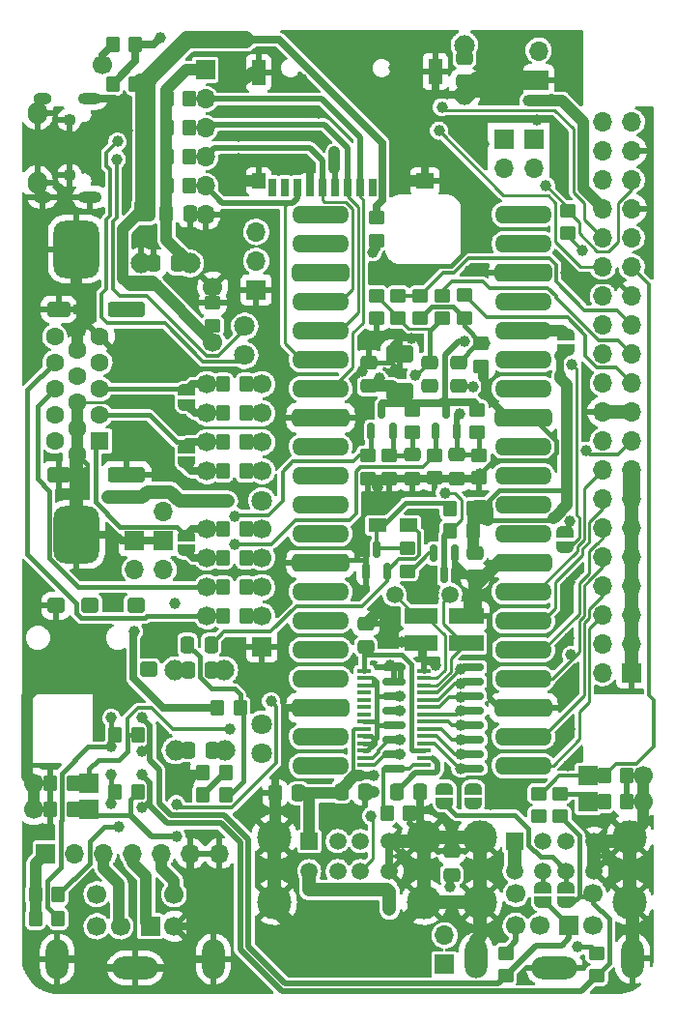
<source format=gbl>
G04 #@! TF.GenerationSoftware,KiCad,Pcbnew,6.0.11-2627ca5db0~126~ubuntu20.04.1*
G04 #@! TF.CreationDate,2024-05-10T15:53:48+05:00*
G04 #@! TF.ProjectId,19RPI24,31395250-4932-4342-9e6b-696361645f70,rev?*
G04 #@! TF.SameCoordinates,Original*
G04 #@! TF.FileFunction,Copper,L2,Bot*
G04 #@! TF.FilePolarity,Positive*
%FSLAX46Y46*%
G04 Gerber Fmt 4.6, Leading zero omitted, Abs format (unit mm)*
G04 Created by KiCad (PCBNEW 6.0.11-2627ca5db0~126~ubuntu20.04.1) date 2024-05-10 15:53:48*
%MOMM*%
%LPD*%
G01*
G04 APERTURE LIST*
G04 Aperture macros list*
%AMRoundRect*
0 Rectangle with rounded corners*
0 $1 Rounding radius*
0 $2 $3 $4 $5 $6 $7 $8 $9 X,Y pos of 4 corners*
0 Add a 4 corners polygon primitive as box body*
4,1,4,$2,$3,$4,$5,$6,$7,$8,$9,$2,$3,0*
0 Add four circle primitives for the rounded corners*
1,1,$1+$1,$2,$3*
1,1,$1+$1,$4,$5*
1,1,$1+$1,$6,$7*
1,1,$1+$1,$8,$9*
0 Add four rect primitives between the rounded corners*
20,1,$1+$1,$2,$3,$4,$5,0*
20,1,$1+$1,$4,$5,$6,$7,0*
20,1,$1+$1,$6,$7,$8,$9,0*
20,1,$1+$1,$8,$9,$2,$3,0*%
%AMFreePoly0*
4,1,31,0.278115,0.855951,0.450000,0.779423,0.602218,0.668830,0.728115,0.529007,0.822191,0.366063,0.880333,0.187121,0.900000,0.000000,0.880333,-0.187121,0.822191,-0.366063,0.728115,-0.529007,0.602218,-0.668830,0.450000,-0.779423,0.278115,-0.855951,0.094076,-0.895070,-0.094076,-0.895070,-0.278115,-0.855951,-0.450000,-0.779423,-0.602218,-0.668830,-0.728115,-0.529007,-0.822191,-0.366063,
-0.880333,-0.187121,-0.900000,0.000000,-0.880333,0.187121,-0.822191,0.366063,-0.728115,0.529007,-0.602218,0.668830,-0.450000,0.779423,-0.278115,0.855951,-0.094076,0.895070,0.094076,0.895070,0.278115,0.855951,0.278115,0.855951,$1*%
%AMFreePoly1*
4,1,22,0.500000,-0.750000,0.000000,-0.750000,0.000000,-0.745033,-0.079941,-0.743568,-0.215256,-0.701293,-0.333266,-0.622738,-0.424486,-0.514219,-0.481581,-0.384460,-0.499164,-0.250000,-0.500000,-0.250000,-0.500000,0.250000,-0.499164,0.250000,-0.499963,0.256109,-0.478152,0.396186,-0.417904,0.524511,-0.324060,0.630769,-0.204165,0.706417,-0.067858,0.745374,0.000000,0.744959,0.000000,0.750000,
0.500000,0.750000,0.500000,-0.750000,0.500000,-0.750000,$1*%
%AMFreePoly2*
4,1,20,0.000000,0.744959,0.073905,0.744508,0.209726,0.703889,0.328688,0.626782,0.421226,0.519385,0.479903,0.390333,0.500000,0.250000,0.500000,-0.250000,0.499851,-0.262216,0.476331,-0.402017,0.414519,-0.529596,0.319384,-0.634700,0.198574,-0.708877,0.061801,-0.746166,0.000000,-0.745033,0.000000,-0.750000,-0.500000,-0.750000,-0.500000,0.750000,0.000000,0.750000,0.000000,0.744959,
0.000000,0.744959,$1*%
G04 Aperture macros list end*
G04 #@! TA.AperFunction,ComponentPad*
%ADD10R,1.500000X1.500000*%
G04 #@! TD*
G04 #@! TA.AperFunction,ComponentPad*
%ADD11C,1.500000*%
G04 #@! TD*
G04 #@! TA.AperFunction,ComponentPad*
%ADD12C,3.000000*%
G04 #@! TD*
G04 #@! TA.AperFunction,ComponentPad*
%ADD13R,1.700000X1.700000*%
G04 #@! TD*
G04 #@! TA.AperFunction,ComponentPad*
%ADD14O,1.700000X1.700000*%
G04 #@! TD*
G04 #@! TA.AperFunction,ComponentPad*
%ADD15RoundRect,0.350000X-1.300000X0.350000X-1.300000X-0.350000X1.300000X-0.350000X1.300000X0.350000X0*%
G04 #@! TD*
G04 #@! TA.AperFunction,ComponentPad*
%ADD16RoundRect,0.350000X-0.700000X0.350000X-0.700000X-0.350000X0.700000X-0.350000X0.700000X0.350000X0*%
G04 #@! TD*
G04 #@! TA.AperFunction,ComponentPad*
%ADD17C,1.700000*%
G04 #@! TD*
G04 #@! TA.AperFunction,ComponentPad*
%ADD18O,2.000000X3.500000*%
G04 #@! TD*
G04 #@! TA.AperFunction,ComponentPad*
%ADD19O,4.000000X2.000000*%
G04 #@! TD*
G04 #@! TA.AperFunction,ComponentPad*
%ADD20RoundRect,0.350000X-0.450000X-0.350000X0.450000X-0.350000X0.450000X0.350000X-0.450000X0.350000X0*%
G04 #@! TD*
G04 #@! TA.AperFunction,ComponentPad*
%ADD21C,1.800000*%
G04 #@! TD*
G04 #@! TA.AperFunction,ComponentPad*
%ADD22O,1.600000X1.000000*%
G04 #@! TD*
G04 #@! TA.AperFunction,ComponentPad*
%ADD23O,2.100000X1.000000*%
G04 #@! TD*
G04 #@! TA.AperFunction,ComponentPad*
%ADD24O,1.700000X2.000000*%
G04 #@! TD*
G04 #@! TA.AperFunction,ComponentPad*
%ADD25O,1.100000X1.100000*%
G04 #@! TD*
G04 #@! TA.AperFunction,ComponentPad*
%ADD26RoundRect,1.000000X-1.000000X1.500000X-1.000000X-1.500000X1.000000X-1.500000X1.000000X1.500000X0*%
G04 #@! TD*
G04 #@! TA.AperFunction,ComponentPad*
%ADD27R,1.600000X1.600000*%
G04 #@! TD*
G04 #@! TA.AperFunction,ComponentPad*
%ADD28C,1.600000*%
G04 #@! TD*
G04 #@! TA.AperFunction,ComponentPad*
%ADD29O,5.000000X1.600000*%
G04 #@! TD*
G04 #@! TA.AperFunction,ComponentPad*
%ADD30RoundRect,0.400000X-2.100000X-0.400000X2.100000X-0.400000X2.100000X0.400000X-2.100000X0.400000X0*%
G04 #@! TD*
G04 #@! TA.AperFunction,SMDPad,CuDef*
%ADD31RoundRect,0.250000X0.450000X-0.350000X0.450000X0.350000X-0.450000X0.350000X-0.450000X-0.350000X0*%
G04 #@! TD*
G04 #@! TA.AperFunction,SMDPad,CuDef*
%ADD32RoundRect,0.250000X0.337500X0.475000X-0.337500X0.475000X-0.337500X-0.475000X0.337500X-0.475000X0*%
G04 #@! TD*
G04 #@! TA.AperFunction,SMDPad,CuDef*
%ADD33RoundRect,0.250000X-0.350000X-0.450000X0.350000X-0.450000X0.350000X0.450000X-0.350000X0.450000X0*%
G04 #@! TD*
G04 #@! TA.AperFunction,SMDPad,CuDef*
%ADD34RoundRect,0.250000X-0.475000X0.337500X-0.475000X-0.337500X0.475000X-0.337500X0.475000X0.337500X0*%
G04 #@! TD*
G04 #@! TA.AperFunction,SMDPad,CuDef*
%ADD35RoundRect,0.250000X0.350000X0.450000X-0.350000X0.450000X-0.350000X-0.450000X0.350000X-0.450000X0*%
G04 #@! TD*
G04 #@! TA.AperFunction,ComponentPad*
%ADD36FreePoly0,180.000000*%
G04 #@! TD*
G04 #@! TA.AperFunction,SMDPad,CuDef*
%ADD37RoundRect,0.250000X-0.337500X-0.475000X0.337500X-0.475000X0.337500X0.475000X-0.337500X0.475000X0*%
G04 #@! TD*
G04 #@! TA.AperFunction,SMDPad,CuDef*
%ADD38FreePoly1,270.000000*%
G04 #@! TD*
G04 #@! TA.AperFunction,SMDPad,CuDef*
%ADD39FreePoly2,270.000000*%
G04 #@! TD*
G04 #@! TA.AperFunction,SMDPad,CuDef*
%ADD40RoundRect,0.250000X-0.450000X0.350000X-0.450000X-0.350000X0.450000X-0.350000X0.450000X0.350000X0*%
G04 #@! TD*
G04 #@! TA.AperFunction,SMDPad,CuDef*
%ADD41FreePoly1,90.000000*%
G04 #@! TD*
G04 #@! TA.AperFunction,SMDPad,CuDef*
%ADD42FreePoly2,90.000000*%
G04 #@! TD*
G04 #@! TA.AperFunction,SMDPad,CuDef*
%ADD43R,1.200000X0.400000*%
G04 #@! TD*
G04 #@! TA.AperFunction,SMDPad,CuDef*
%ADD44R,0.700000X1.600000*%
G04 #@! TD*
G04 #@! TA.AperFunction,SMDPad,CuDef*
%ADD45R,1.200000X2.200000*%
G04 #@! TD*
G04 #@! TA.AperFunction,SMDPad,CuDef*
%ADD46R,1.200000X1.400000*%
G04 #@! TD*
G04 #@! TA.AperFunction,SMDPad,CuDef*
%ADD47R,1.600000X1.400000*%
G04 #@! TD*
G04 #@! TA.AperFunction,ComponentPad*
%ADD48FreePoly0,270.000000*%
G04 #@! TD*
G04 #@! TA.AperFunction,SMDPad,CuDef*
%ADD49RoundRect,0.150000X0.150000X-0.587500X0.150000X0.587500X-0.150000X0.587500X-0.150000X-0.587500X0*%
G04 #@! TD*
G04 #@! TA.AperFunction,SMDPad,CuDef*
%ADD50RoundRect,0.150000X-0.150000X0.587500X-0.150000X-0.587500X0.150000X-0.587500X0.150000X0.587500X0*%
G04 #@! TD*
G04 #@! TA.AperFunction,SMDPad,CuDef*
%ADD51RoundRect,0.250000X0.475000X-0.337500X0.475000X0.337500X-0.475000X0.337500X-0.475000X-0.337500X0*%
G04 #@! TD*
G04 #@! TA.AperFunction,SMDPad,CuDef*
%ADD52R,3.048000X1.392000*%
G04 #@! TD*
G04 #@! TA.AperFunction,SMDPad,CuDef*
%ADD53R,2.921000X1.392000*%
G04 #@! TD*
G04 #@! TA.AperFunction,SMDPad,CuDef*
%ADD54R,1.600000X1.200000*%
G04 #@! TD*
G04 #@! TA.AperFunction,SMDPad,CuDef*
%ADD55RoundRect,0.150000X0.837500X0.150000X-0.837500X0.150000X-0.837500X-0.150000X0.837500X-0.150000X0*%
G04 #@! TD*
G04 #@! TA.AperFunction,SMDPad,CuDef*
%ADD56RoundRect,0.250001X0.924999X-0.499999X0.924999X0.499999X-0.924999X0.499999X-0.924999X-0.499999X0*%
G04 #@! TD*
G04 #@! TA.AperFunction,ViaPad*
%ADD57C,1.000000*%
G04 #@! TD*
G04 #@! TA.AperFunction,Conductor*
%ADD58C,0.400000*%
G04 #@! TD*
G04 #@! TA.AperFunction,Conductor*
%ADD59C,1.200000*%
G04 #@! TD*
G04 #@! TA.AperFunction,Conductor*
%ADD60C,0.635000*%
G04 #@! TD*
G04 #@! TA.AperFunction,Conductor*
%ADD61C,0.500000*%
G04 #@! TD*
G04 #@! TA.AperFunction,Conductor*
%ADD62C,0.300000*%
G04 #@! TD*
G04 #@! TA.AperFunction,Conductor*
%ADD63C,0.254000*%
G04 #@! TD*
G04 #@! TA.AperFunction,Conductor*
%ADD64C,1.700000*%
G04 #@! TD*
G04 #@! TA.AperFunction,Conductor*
%ADD65C,1.000000*%
G04 #@! TD*
G04 #@! TA.AperFunction,Conductor*
%ADD66C,1.500000*%
G04 #@! TD*
G04 APERTURE END LIST*
D10*
X51000000Y-100320000D03*
D11*
X53500000Y-100320000D03*
X55500000Y-100320000D03*
X58000000Y-100320000D03*
X51000000Y-102940000D03*
X53500000Y-102940000D03*
X55500000Y-102940000D03*
X58000000Y-102940000D03*
D12*
X61070000Y-105650000D03*
X47930000Y-99970000D03*
X61070000Y-99970000D03*
X47930000Y-105650000D03*
D13*
X79275000Y-85600000D03*
D14*
X76735000Y-85600000D03*
X79275000Y-83060000D03*
X76735000Y-83060000D03*
X79275000Y-80520000D03*
X76735000Y-80520000D03*
X79275000Y-77980000D03*
X76735000Y-77980000D03*
X79275000Y-75440000D03*
X76735000Y-75440000D03*
X79275000Y-72900000D03*
X76735000Y-72900000D03*
X79275000Y-70360000D03*
X76735000Y-70360000D03*
X79275000Y-67820000D03*
X76735000Y-67820000D03*
X79275000Y-65280000D03*
X76735000Y-65280000D03*
X79275000Y-62740000D03*
X76735000Y-62740000D03*
X79275000Y-60200000D03*
X76735000Y-60200000D03*
X79275000Y-57660000D03*
X76735000Y-57660000D03*
X79275000Y-55120000D03*
X76735000Y-55120000D03*
X79275000Y-52580000D03*
X76735000Y-52580000D03*
X79275000Y-50040000D03*
X76735000Y-50040000D03*
X79275000Y-47500000D03*
X76735000Y-47500000D03*
X79275000Y-44960000D03*
X76735000Y-44960000D03*
X79275000Y-42420000D03*
X76735000Y-42420000D03*
X79275000Y-39880000D03*
X76735000Y-39880000D03*
X79275000Y-37340000D03*
X76735000Y-37340000D03*
D10*
X69000000Y-100320000D03*
D11*
X71500000Y-100320000D03*
X73500000Y-100320000D03*
X76000000Y-100320000D03*
X69000000Y-102940000D03*
X71500000Y-102940000D03*
X73500000Y-102940000D03*
X76000000Y-102940000D03*
D12*
X79070000Y-99970000D03*
X79070000Y-105650000D03*
X65930000Y-99970000D03*
X65930000Y-105650000D03*
D15*
X35000000Y-53750000D03*
D16*
X29040000Y-53750000D03*
X29040000Y-68250000D03*
D15*
X35000000Y-68250000D03*
D11*
X63373000Y-78740000D03*
X58493000Y-78740000D03*
D13*
X37060000Y-107775000D03*
D17*
X34460000Y-107775000D03*
D18*
X42610000Y-110625000D03*
X28910000Y-110625000D03*
D19*
X35760000Y-111425000D03*
D17*
X39160000Y-107775000D03*
X32360000Y-107775000D03*
X39160000Y-104975000D03*
X32360000Y-104975000D03*
D20*
X31796800Y-79706000D03*
X28799600Y-79706000D03*
X36927600Y-85294000D03*
X35810000Y-79706000D03*
D13*
X46355000Y-52055000D03*
D14*
X46355000Y-49515000D03*
X46355000Y-46975000D03*
D21*
X46863993Y-70532185D03*
D13*
X46863000Y-83312000D03*
X68115199Y-38851995D03*
D14*
X68115199Y-41391995D03*
D13*
X70739000Y-38832000D03*
D14*
X70739000Y-41372000D03*
D13*
X73800000Y-107735000D03*
D17*
X71200000Y-107735000D03*
X75900000Y-107735000D03*
D18*
X65650000Y-110585000D03*
D19*
X72500000Y-111385000D03*
D18*
X79350000Y-110585000D03*
D17*
X69100000Y-107735000D03*
X75900000Y-104935000D03*
X69100000Y-104935000D03*
D21*
X45339000Y-55240000D03*
X45339000Y-57780000D03*
D13*
X35687000Y-74036000D03*
D14*
X35687000Y-76576000D03*
D13*
X27893220Y-101414607D03*
D14*
X30433220Y-101414607D03*
X32973220Y-101414607D03*
X35513220Y-101414607D03*
X38053220Y-101414607D03*
X40593220Y-101414607D03*
X43133220Y-101414607D03*
D22*
X27615000Y-43920000D03*
X27615000Y-35280000D03*
D23*
X31795000Y-43920000D03*
X31795000Y-35280000D03*
D24*
X27157000Y-42648000D03*
D25*
X29976400Y-42013000D03*
X29976400Y-37161600D03*
D24*
X27185000Y-36552000D03*
D13*
X41883562Y-32801695D03*
D14*
X41883562Y-35341695D03*
X41883562Y-37881695D03*
X41883562Y-40421695D03*
X41883562Y-42961695D03*
X41883562Y-45501695D03*
D21*
X46805921Y-90104293D03*
X46805921Y-92644293D03*
D26*
X30600331Y-73485000D03*
X30600331Y-48485000D03*
D27*
X32650331Y-65300000D03*
D28*
X32650331Y-63010000D03*
X32650331Y-60720000D03*
X32650331Y-58430000D03*
X32650331Y-56140000D03*
X30670331Y-66445000D03*
X30670331Y-64155000D03*
X30670331Y-61865000D03*
X30670331Y-59575000D03*
X30670331Y-57285000D03*
X28690331Y-65300000D03*
X28690331Y-63010000D03*
X28690331Y-60720000D03*
X28690331Y-58430000D03*
X28690331Y-56140000D03*
D29*
X52000000Y-45470000D03*
X52000000Y-48010000D03*
D30*
X52000000Y-50550000D03*
D29*
X52000000Y-53090000D03*
X52000000Y-55630000D03*
X52000000Y-58170000D03*
X52000000Y-60710000D03*
D30*
X52000000Y-63250000D03*
D29*
X52000000Y-65790000D03*
X52000000Y-68330000D03*
X52000000Y-70870000D03*
X52000000Y-73410000D03*
D30*
X52000000Y-75950000D03*
D29*
X52000000Y-78490000D03*
X52000000Y-81030000D03*
X52000000Y-83570000D03*
X52000000Y-86110000D03*
D30*
X52000000Y-88650000D03*
D29*
X52000000Y-91190000D03*
X52000000Y-93730000D03*
X69780000Y-93730000D03*
X69780000Y-91190000D03*
D30*
X69780000Y-88650000D03*
D29*
X69780000Y-86110000D03*
X69780000Y-83570000D03*
X69780000Y-81030000D03*
X69780000Y-78490000D03*
D30*
X69780000Y-75950000D03*
D29*
X69780000Y-73410000D03*
X69780000Y-70870000D03*
X69780000Y-68330000D03*
X69780000Y-65790000D03*
D30*
X69780000Y-63250000D03*
D29*
X69780000Y-60710000D03*
X69780000Y-58170000D03*
X69780000Y-55630000D03*
X69780000Y-53090000D03*
D30*
X69780000Y-50550000D03*
D29*
X69780000Y-48010000D03*
X69780000Y-45470000D03*
D13*
X62865000Y-111125000D03*
D14*
X62865000Y-108585000D03*
X38227000Y-76566000D03*
D13*
X38227000Y-74026000D03*
D14*
X38227000Y-71486000D03*
D13*
X71120000Y-33660000D03*
D14*
X71120000Y-31120000D03*
D31*
X58041723Y-68560516D03*
X58041723Y-66560516D03*
D32*
X60727500Y-96012000D03*
X58652500Y-96012000D03*
X40550000Y-45375000D03*
X38475000Y-45375000D03*
D17*
X42037000Y-67925500D03*
D33*
X43450000Y-67925500D03*
X45450000Y-67925500D03*
D17*
X46863000Y-67925500D03*
D31*
X64579971Y-54534598D03*
X64579971Y-52534598D03*
D34*
X61600156Y-58398500D03*
X61600156Y-60473500D03*
D35*
X29000000Y-105000000D03*
X27000000Y-105000000D03*
D33*
X63348989Y-71220002D03*
X65348989Y-71220002D03*
D31*
X60741871Y-54544465D03*
X60741871Y-52544465D03*
D32*
X39461668Y-49740148D03*
D36*
X40557768Y-49740148D03*
D32*
X37386668Y-49740148D03*
D36*
X36239768Y-49740148D03*
D37*
X47984500Y-96139000D03*
X50059500Y-96139000D03*
D31*
X62655988Y-54544465D03*
X62655988Y-52544465D03*
D35*
X43661123Y-94328945D03*
X41661123Y-94328945D03*
D31*
X56141234Y-68564000D03*
X56141234Y-66564000D03*
D33*
X43450000Y-62845500D03*
D17*
X42037000Y-62845500D03*
X46863000Y-62845500D03*
D33*
X45450000Y-62845500D03*
D17*
X32893000Y-32385000D03*
D38*
X73513158Y-104379556D03*
D39*
X73513158Y-105679556D03*
D31*
X66090800Y-58734200D03*
X66090800Y-56734200D03*
D38*
X71501000Y-104379000D03*
D39*
X71501000Y-105679000D03*
D40*
X56896000Y-45736000D03*
X56896000Y-47736000D03*
D32*
X42470870Y-85337426D03*
D36*
X43566970Y-85337426D03*
D32*
X40395870Y-85337426D03*
D36*
X39248970Y-85337426D03*
D35*
X35782000Y-30607000D03*
X33782000Y-30607000D03*
D41*
X40200000Y-74850000D03*
D42*
X40200000Y-73550000D03*
D43*
X61020000Y-85407500D03*
X61020000Y-86042500D03*
X61020000Y-86677500D03*
X61020000Y-87312500D03*
X61020000Y-87947500D03*
X61020000Y-88582500D03*
X61020000Y-89217500D03*
X61020000Y-89852500D03*
X61020000Y-90487500D03*
X61020000Y-91122500D03*
X61020000Y-91757500D03*
X61020000Y-92392500D03*
X61020000Y-93027500D03*
X61020000Y-93662500D03*
X55820000Y-93662500D03*
X55820000Y-93027500D03*
X55820000Y-92392500D03*
X55820000Y-91757500D03*
X55820000Y-91122500D03*
X55820000Y-90487500D03*
X55820000Y-89852500D03*
X55820000Y-89217500D03*
X55820000Y-88582500D03*
X55820000Y-87947500D03*
X55820000Y-87312500D03*
X55820000Y-86677500D03*
X55820000Y-86042500D03*
X55820000Y-85407500D03*
D44*
X56546954Y-43122081D03*
X55446954Y-43122081D03*
X54346954Y-43122081D03*
X53246954Y-43122081D03*
X52146954Y-43122081D03*
D45*
X46546954Y-33022081D03*
X62046954Y-32922081D03*
D46*
X46546954Y-42522081D03*
D47*
X61146954Y-42522081D03*
D44*
X51046954Y-43122081D03*
X49946954Y-43122081D03*
X48846954Y-43122081D03*
X47746954Y-43122081D03*
D48*
X64609274Y-30616715D03*
D34*
X64609274Y-31712815D03*
D48*
X64609274Y-34934715D03*
D34*
X64609274Y-33787815D03*
D49*
X63942000Y-64437500D03*
X62042000Y-64437500D03*
X62992000Y-62562500D03*
D50*
X61878746Y-75127388D03*
X63778746Y-75127388D03*
X62828746Y-77002388D03*
D34*
X63948800Y-66489864D03*
X63948800Y-68564864D03*
D33*
X42958000Y-88646000D03*
X44958000Y-88646000D03*
D40*
X60059180Y-62555978D03*
X60059180Y-64555978D03*
D34*
X55968362Y-81241819D03*
X55968362Y-83316819D03*
D38*
X73406000Y-73264000D03*
D39*
X73406000Y-74564000D03*
D49*
X57865109Y-76672994D03*
X55965109Y-76672994D03*
X56915109Y-74797994D03*
D33*
X57801000Y-97917000D03*
X59801000Y-97917000D03*
D40*
X68215000Y-110125000D03*
X68215000Y-112125000D03*
D31*
X56898598Y-54541109D03*
X56898598Y-52541109D03*
D33*
X27000000Y-107100000D03*
X29000000Y-107100000D03*
X76851000Y-96901000D03*
D13*
X75438000Y-96901000D03*
D17*
X80264000Y-96901000D03*
D33*
X78851000Y-96901000D03*
D34*
X56207869Y-58398500D03*
X56207869Y-60473500D03*
D32*
X55901500Y-95984343D03*
X53826500Y-95984343D03*
D34*
X64075555Y-58398500D03*
X64075555Y-60473500D03*
D33*
X43450000Y-60305500D03*
D17*
X42037000Y-60305500D03*
D33*
X45450000Y-60305500D03*
D17*
X46863000Y-60305500D03*
D35*
X40503752Y-37845000D03*
X38503752Y-37845000D03*
X40503752Y-40385000D03*
X38503752Y-40385000D03*
D41*
X62871046Y-97024159D03*
D42*
X62871046Y-95724159D03*
D17*
X42037000Y-73005500D03*
D33*
X43450000Y-73005500D03*
D17*
X46863000Y-73005500D03*
D33*
X45450000Y-73005500D03*
D35*
X40503752Y-42925000D03*
X38503752Y-42925000D03*
D34*
X63490000Y-101197500D03*
X63490000Y-103272500D03*
D36*
X43596809Y-92374968D03*
D32*
X42500709Y-92374968D03*
X40425709Y-92374968D03*
D36*
X39278809Y-92374968D03*
D33*
X63334781Y-73138065D03*
X65334781Y-73138065D03*
D37*
X40318577Y-83107724D03*
X42393577Y-83107724D03*
D17*
X42037000Y-80625500D03*
D33*
X43450000Y-80625500D03*
X45450000Y-80625500D03*
D17*
X46863000Y-80625500D03*
X42545000Y-56615064D03*
D31*
X42545000Y-55202064D03*
D17*
X42545000Y-51789064D03*
D31*
X42545000Y-53202064D03*
X58811000Y-54541109D03*
X58811000Y-52541109D03*
D33*
X33782000Y-34036000D03*
X35782000Y-34036000D03*
D38*
X73533000Y-55992000D03*
D39*
X73533000Y-57292000D03*
D33*
X43450000Y-65385500D03*
D17*
X42037000Y-65385500D03*
D33*
X45450000Y-65385500D03*
D17*
X46863000Y-65385500D03*
D31*
X71120000Y-98155000D03*
X71120000Y-96155000D03*
D41*
X40259000Y-62118000D03*
D42*
X40259000Y-60818000D03*
D31*
X76200000Y-112125000D03*
X76200000Y-110125000D03*
D17*
X42037000Y-78085500D03*
D33*
X43450000Y-78085500D03*
X45450000Y-78085500D03*
D17*
X46863000Y-78085500D03*
D40*
X59595770Y-74689984D03*
X59595770Y-76689984D03*
D33*
X34000000Y-96000000D03*
X36000000Y-96000000D03*
D13*
X75438000Y-94615000D03*
D33*
X76851000Y-94615000D03*
D17*
X80264000Y-94615000D03*
D33*
X78851000Y-94615000D03*
D41*
X40259000Y-67150004D03*
D42*
X40259000Y-65850004D03*
D40*
X65701947Y-62553347D03*
X65701947Y-64553347D03*
D33*
X34000000Y-91000000D03*
X36000000Y-91000000D03*
D35*
X30300000Y-95250000D03*
D13*
X31713000Y-95250000D03*
D17*
X26887000Y-95250000D03*
D35*
X28300000Y-95250000D03*
D51*
X65549418Y-77138686D03*
X65549418Y-75063686D03*
D52*
X64784193Y-82986932D03*
D53*
X60783693Y-82986932D03*
X60783693Y-80578932D03*
D52*
X64784193Y-80578932D03*
D33*
X43450000Y-75505500D03*
D17*
X42037000Y-75505500D03*
D33*
X45450000Y-75505500D03*
D17*
X46863000Y-75505500D03*
D31*
X61965275Y-68535584D03*
X61965275Y-66535584D03*
D54*
X59690000Y-72658621D03*
X57023000Y-72658621D03*
D31*
X65926063Y-68515524D03*
X65926063Y-66515524D03*
D13*
X31719854Y-97573448D03*
D35*
X30306854Y-97573448D03*
D17*
X26893854Y-97573448D03*
D35*
X28306854Y-97573448D03*
D55*
X65332500Y-85090000D03*
X65332500Y-86360000D03*
X65332500Y-87630000D03*
X65332500Y-88900000D03*
X65332500Y-90170000D03*
X65332500Y-91440000D03*
X65332500Y-92710000D03*
X65332500Y-93980000D03*
X58407500Y-93980000D03*
X58407500Y-92710000D03*
X58407500Y-91440000D03*
X58407500Y-90170000D03*
X58407500Y-88900000D03*
X58407500Y-87630000D03*
X58407500Y-86360000D03*
X58407500Y-85090000D03*
D35*
X40503752Y-35305000D03*
X38503752Y-35305000D03*
D49*
X58308336Y-64437500D03*
X56408336Y-64437500D03*
X57358336Y-62562500D03*
D31*
X73025000Y-98155000D03*
X73025000Y-96155000D03*
D56*
X58959241Y-60930160D03*
X58959241Y-57680160D03*
D34*
X60004588Y-66498084D03*
X60004588Y-68573084D03*
D41*
X65374646Y-97024159D03*
D42*
X65374646Y-95724159D03*
D40*
X73660000Y-45101000D03*
X73660000Y-47101000D03*
D33*
X41665961Y-96281587D03*
X43665961Y-96281587D03*
D57*
X39243000Y-79502000D03*
X65063488Y-50382288D03*
X70967600Y-37185600D03*
X65549418Y-77138686D03*
X51866800Y-36576000D03*
X39727609Y-94949220D03*
X61063686Y-36730486D03*
X64058800Y-37388800D03*
X62026800Y-72085200D03*
X73761600Y-82550000D03*
X59939500Y-56318500D03*
X56642000Y-96012000D03*
X52451000Y-32512000D03*
X44831000Y-38608000D03*
X46228000Y-36525200D03*
X58476500Y-59055000D03*
X64784193Y-80578932D03*
X73863200Y-90474800D03*
X35052000Y-38100000D03*
X69596000Y-95707200D03*
X58801000Y-42545000D03*
X63948800Y-68564864D03*
X53594000Y-108839000D03*
X31721000Y-53750000D03*
X48387000Y-40640000D03*
X59876500Y-50732500D03*
X66294000Y-39319200D03*
X30099000Y-82677000D03*
X66090800Y-58734200D03*
X40593218Y-94949220D03*
X73710800Y-93726000D03*
X33401000Y-79248000D03*
X58133938Y-84924515D03*
X50419000Y-33655000D03*
X47984500Y-97049500D03*
X59817000Y-42545000D03*
X56985004Y-69343317D03*
X65981328Y-68187382D03*
X36957000Y-83185000D03*
X58023000Y-68564000D03*
X44831000Y-34163000D03*
X52578000Y-108839000D03*
X39217600Y-81635600D03*
X66903600Y-97129600D03*
X73761600Y-86004400D03*
X58420000Y-32639000D03*
X59436000Y-32613600D03*
X55625000Y-59186500D03*
X30099000Y-83820000D03*
X44831000Y-40573500D03*
X55630000Y-74426000D03*
X54610000Y-108839000D03*
X68618324Y-95707200D03*
X47984500Y-97938500D03*
X30705000Y-53750000D03*
X59107819Y-82932188D03*
X39471600Y-58928000D03*
X40436800Y-58928000D03*
X34183628Y-84180372D03*
X73812400Y-77622400D03*
X38862000Y-94949220D03*
X73498036Y-50587347D03*
X61925200Y-78587600D03*
X62077600Y-84937600D03*
X44831000Y-41656000D03*
X56896000Y-80264000D03*
X38506400Y-58928000D03*
X37669989Y-51689000D03*
X41910000Y-70532185D03*
X58978800Y-88900000D03*
X45415200Y-30149800D03*
X44145200Y-30149800D03*
X43862185Y-70532185D03*
X35433000Y-70231000D03*
X58047607Y-106290393D03*
X33401000Y-70231000D03*
X51000000Y-104594000D03*
X58039000Y-104775000D03*
X35433000Y-51689000D03*
X74549000Y-109601000D03*
X63373000Y-104350500D03*
X56624133Y-94576457D03*
X34417000Y-70231000D03*
X36576000Y-51689000D03*
X42878815Y-70532185D03*
X42875200Y-30149800D03*
X62634909Y-36036173D03*
X62376743Y-38105657D03*
X39370000Y-99949000D03*
X47653190Y-88070626D03*
X39370000Y-97094500D03*
X44058500Y-90538254D03*
X73964800Y-84009500D03*
X73823999Y-72344095D03*
X74930000Y-48641000D03*
X72140866Y-35495500D03*
X66548000Y-71018400D03*
X53213000Y-40005000D03*
X71180083Y-35495500D03*
X70219300Y-35495500D03*
X73533000Y-57292000D03*
X53213000Y-41402000D03*
X66548000Y-72252231D03*
X75248500Y-66141600D03*
X62885300Y-69827332D03*
X71120000Y-98155000D03*
X36322000Y-92456000D03*
X36322000Y-89535000D03*
X36322000Y-97409000D03*
X36322000Y-94488000D03*
X56434335Y-98108500D03*
X64262000Y-91440000D03*
X64262000Y-90170000D03*
X64262000Y-93980000D03*
X64262000Y-92710000D03*
X64262000Y-86529986D03*
X64262000Y-85292261D03*
X64262000Y-88927657D03*
X62871044Y-95724159D03*
X65374646Y-95724159D03*
X64262000Y-87728159D03*
X58928000Y-92710000D03*
X58928000Y-91440000D03*
X58978800Y-87630000D03*
X58645826Y-96005326D03*
X65353020Y-60513004D03*
X64174883Y-62889138D03*
X44448598Y-74362050D03*
X58041723Y-66560516D03*
X61600156Y-60473500D03*
X44440302Y-71854383D03*
X43661123Y-94328945D03*
X33655000Y-89535000D03*
X33655000Y-92075000D03*
X33655000Y-97028000D03*
X34290000Y-99060000D03*
X33655000Y-94488000D03*
X34190385Y-39067130D03*
X34131042Y-40630512D03*
X71755000Y-42926000D03*
X74052846Y-58570915D03*
X37973000Y-29972000D03*
X35646000Y-81956000D03*
X65374646Y-97024159D03*
X66381500Y-56734200D03*
X60300589Y-59549261D03*
X57150000Y-59817000D03*
X64621234Y-56580734D03*
X56560506Y-48768000D03*
D58*
X42037000Y-80625500D02*
X36751160Y-80625500D01*
X26289000Y-75184000D02*
X26289000Y-60831331D01*
X30596800Y-79491800D02*
X26289000Y-75184000D01*
X30596800Y-80366660D02*
X30596800Y-79491800D01*
X36751160Y-80625500D02*
X36570660Y-80806000D01*
X31036140Y-80806000D02*
X30596800Y-80366660D01*
X36570660Y-80806000D02*
X31036140Y-80806000D01*
X26289000Y-60831331D02*
X28690331Y-58430000D01*
D59*
X67560000Y-75950000D02*
X65549418Y-77960582D01*
D60*
X55625000Y-58981369D02*
X55625000Y-59186500D01*
D59*
X79275000Y-70360000D02*
X79275000Y-72900000D01*
D60*
X40592000Y-110538000D02*
X40505000Y-110625000D01*
D59*
X76000000Y-100320000D02*
X78720000Y-100320000D01*
D61*
X66830000Y-87785000D02*
X66830000Y-80800000D01*
D58*
X56207869Y-57025331D02*
X56898598Y-56334602D01*
D59*
X76735000Y-62740000D02*
X79275000Y-62740000D01*
D58*
X56898598Y-56334602D02*
X56898598Y-54541109D01*
D59*
X65549418Y-79813707D02*
X65549418Y-77960582D01*
D62*
X64973200Y-48514000D02*
X64973200Y-47091600D01*
D60*
X60727500Y-96012000D02*
X60727500Y-98192500D01*
X61146954Y-35881046D02*
X62093285Y-34934715D01*
D63*
X61146954Y-35881046D02*
X61146954Y-36647218D01*
D60*
X62093285Y-34934715D02*
X64609274Y-34934715D01*
D64*
X71120000Y-33660000D02*
X65883989Y-33660000D01*
D59*
X47930000Y-99970000D02*
X47930000Y-105650000D01*
X79350000Y-110585000D02*
X79350000Y-105930000D01*
D60*
X35052000Y-36449000D02*
X33883000Y-35280000D01*
D58*
X74240689Y-51330000D02*
X73498036Y-50587347D01*
D65*
X80264000Y-96901000D02*
X80264000Y-94615000D01*
D60*
X51046954Y-43122081D02*
X51046954Y-41521954D01*
X38227000Y-74026000D02*
X34529000Y-74026000D01*
X47984500Y-94763500D02*
X47984500Y-96139000D01*
X58000000Y-102940000D02*
X58000000Y-100320000D01*
D62*
X63778746Y-75127388D02*
X63778746Y-74796204D01*
D65*
X30670331Y-57285000D02*
X30670331Y-55384869D01*
D58*
X56920551Y-69343317D02*
X56985004Y-69343317D01*
D59*
X53594000Y-108839000D02*
X54610000Y-108839000D01*
D65*
X30099000Y-82677000D02*
X30099000Y-83820000D01*
D60*
X44831000Y-40894000D02*
X45085000Y-40640000D01*
D65*
X44831000Y-42545000D02*
X44853919Y-42522081D01*
D60*
X65604710Y-68564000D02*
X65981328Y-68187382D01*
D65*
X47984500Y-96139000D02*
X47984500Y-97049500D01*
D59*
X60720000Y-100320000D02*
X61070000Y-99970000D01*
D65*
X26893854Y-95256854D02*
X26887000Y-95250000D01*
D59*
X30600331Y-67785931D02*
X30600331Y-66515000D01*
D62*
X55380000Y-74676000D02*
X48717200Y-74676000D01*
D58*
X61020000Y-84776000D02*
X61020000Y-83223239D01*
X64617600Y-48802982D02*
X64617600Y-47396400D01*
X67178710Y-66990000D02*
X65981328Y-68187382D01*
D60*
X66090800Y-58734200D02*
X66370020Y-59013420D01*
D58*
X56208869Y-58399500D02*
X56207869Y-58398500D01*
D60*
X48895000Y-93853000D02*
X47984500Y-94763500D01*
D59*
X79350000Y-105930000D02*
X79070000Y-105650000D01*
D65*
X56896000Y-80264000D02*
X56896000Y-80314181D01*
D58*
X52000000Y-75950000D02*
X52258000Y-75692000D01*
X56141234Y-68564000D02*
X56920551Y-69343317D01*
D65*
X47984500Y-99915500D02*
X47930000Y-99970000D01*
D58*
X63433382Y-49987200D02*
X64617600Y-48802982D01*
D65*
X80262203Y-96902797D02*
X80264000Y-96901000D01*
D58*
X69780000Y-63250000D02*
X70637056Y-63250000D01*
D60*
X59801000Y-97917000D02*
X60452000Y-97917000D01*
D63*
X58223241Y-58801741D02*
X58476500Y-59055000D01*
D61*
X63778746Y-75127388D02*
X63778746Y-75970746D01*
D62*
X48717200Y-74676000D02*
X48514000Y-74879200D01*
D60*
X60452000Y-97917000D02*
X60727500Y-98192500D01*
D65*
X30670331Y-67715931D02*
X30670331Y-61865000D01*
D60*
X45085000Y-40640000D02*
X48387000Y-40640000D01*
D59*
X47930000Y-106223000D02*
X47930000Y-105650000D01*
D60*
X40593220Y-107773780D02*
X40593220Y-101414607D01*
D59*
X65650000Y-110585000D02*
X65650000Y-108975000D01*
D60*
X35052000Y-38100000D02*
X35052000Y-36449000D01*
D59*
X65930000Y-108695000D02*
X65930000Y-105650000D01*
X50546000Y-108839000D02*
X52578000Y-108839000D01*
X65549418Y-77960582D02*
X65549418Y-77138686D01*
D63*
X58407500Y-85090000D02*
X58242015Y-84924515D01*
D65*
X56896000Y-80314181D02*
X55968362Y-81241819D01*
D59*
X61070000Y-105650000D02*
X65930000Y-105650000D01*
D65*
X56614343Y-95984343D02*
X56642000Y-96012000D01*
D60*
X33883000Y-35280000D02*
X31795000Y-35280000D01*
X40505000Y-110625000D02*
X42610000Y-110625000D01*
D65*
X30803531Y-52342731D02*
X31721000Y-53260200D01*
D60*
X33988000Y-73485000D02*
X30600331Y-73485000D01*
D65*
X30670331Y-55384869D02*
X31721000Y-54334200D01*
D60*
X40592000Y-107775000D02*
X40592000Y-110538000D01*
D65*
X44853919Y-42522081D02*
X46546954Y-42522081D01*
X30099000Y-83820000D02*
X26263600Y-87655400D01*
D61*
X59939500Y-56318500D02*
X58895900Y-56318500D01*
D65*
X44831000Y-41656000D02*
X44831000Y-42545000D01*
D59*
X65930000Y-99970000D02*
X65930000Y-105650000D01*
X30600331Y-73485000D02*
X30600331Y-67785931D01*
D63*
X52000000Y-63250000D02*
X48662400Y-63250000D01*
D61*
X66608932Y-80578932D02*
X64784193Y-80578932D01*
X58407500Y-86360000D02*
X59055000Y-86360000D01*
D62*
X55630000Y-74426000D02*
X55380000Y-74676000D01*
D63*
X47853600Y-64058800D02*
X47853600Y-64109600D01*
D58*
X71977056Y-66990000D02*
X67178710Y-66990000D01*
D63*
X48662400Y-63250000D02*
X47853600Y-64058800D01*
D58*
X79275000Y-52580000D02*
X78025000Y-51330000D01*
D65*
X59817000Y-42545000D02*
X58801000Y-42545000D01*
X30600331Y-67785931D02*
X30670331Y-67715931D01*
D58*
X61020000Y-83223239D02*
X60728949Y-82932188D01*
D59*
X78720000Y-100320000D02*
X79070000Y-99970000D01*
D58*
X61020000Y-85407500D02*
X61020000Y-84776000D01*
D61*
X58895900Y-56318500D02*
X58223241Y-56991159D01*
D59*
X79070000Y-105650000D02*
X79070000Y-99970000D01*
D63*
X58223241Y-58399500D02*
X58223241Y-58801741D01*
D61*
X59055000Y-84924515D02*
X58133938Y-84924515D01*
D60*
X60727500Y-98192500D02*
X60727500Y-99627500D01*
D65*
X59839919Y-42522081D02*
X59817000Y-42545000D01*
D60*
X56141234Y-68564000D02*
X65604710Y-68564000D01*
D63*
X40132000Y-64109600D02*
X37887400Y-61865000D01*
D62*
X61112400Y-49987200D02*
X63500000Y-49987200D01*
D59*
X63606000Y-99970000D02*
X65930000Y-99970000D01*
D58*
X58223241Y-58399500D02*
X56208869Y-58399500D01*
X60728949Y-82932188D02*
X59107819Y-82932188D01*
D64*
X65883989Y-33660000D02*
X64609274Y-34934715D01*
D59*
X30600331Y-66515000D02*
X30670331Y-66445000D01*
X63490000Y-100086000D02*
X63606000Y-99970000D01*
D60*
X62093285Y-34934715D02*
X62046954Y-34888384D01*
D58*
X72680000Y-66287056D02*
X71977056Y-66990000D01*
D62*
X60621800Y-49987200D02*
X59876500Y-50732500D01*
D61*
X66830000Y-80800000D02*
X66608932Y-80578932D01*
X67695000Y-88650000D02*
X66830000Y-87785000D01*
D60*
X51046954Y-41521954D02*
X50165000Y-40640000D01*
X66370020Y-61188420D02*
X68431600Y-63250000D01*
D65*
X47984500Y-97938500D02*
X47984500Y-99915500D01*
D59*
X64784193Y-80578932D02*
X65549418Y-79813707D01*
D61*
X40593220Y-94949220D02*
X41213495Y-94328945D01*
D60*
X44831000Y-41656000D02*
X44831000Y-40894000D01*
D59*
X63490000Y-101197500D02*
X63490000Y-100086000D01*
D62*
X63778746Y-74796204D02*
X63754000Y-74771458D01*
D59*
X61070000Y-99970000D02*
X63606000Y-99970000D01*
D65*
X79070000Y-99970000D02*
X80262203Y-98777797D01*
D58*
X72680000Y-65292944D02*
X72680000Y-66287056D01*
D60*
X62046954Y-34888384D02*
X62046954Y-32922081D01*
D63*
X47853600Y-64109600D02*
X40132000Y-64109600D01*
D60*
X48895000Y-88650000D02*
X48895000Y-93853000D01*
D65*
X61146954Y-42522081D02*
X59839919Y-42522081D01*
D63*
X37887400Y-61865000D02*
X30670331Y-61865000D01*
D59*
X65650000Y-108975000D02*
X65930000Y-108695000D01*
D62*
X63500000Y-49987200D02*
X64973200Y-48514000D01*
D60*
X28910000Y-110625000D02*
X31123000Y-110625000D01*
D59*
X54610000Y-108839000D02*
X57881000Y-108839000D01*
D65*
X30600331Y-52342731D02*
X30803531Y-52342731D01*
D63*
X61916000Y-84776000D02*
X62077600Y-84937600D01*
D65*
X30600331Y-48485000D02*
X30600331Y-52342731D01*
D59*
X76000000Y-102940000D02*
X76000000Y-100320000D01*
D60*
X52000000Y-88650000D02*
X48895000Y-88650000D01*
D59*
X50546000Y-108839000D02*
X47930000Y-106223000D01*
X61070000Y-99970000D02*
X61070000Y-105650000D01*
X58000000Y-100320000D02*
X60720000Y-100320000D01*
D60*
X34529000Y-74026000D02*
X33988000Y-73485000D01*
D65*
X47984500Y-97049500D02*
X47984500Y-97938500D01*
D60*
X31923000Y-111425000D02*
X35760000Y-111425000D01*
D62*
X65549418Y-77138686D02*
X65727229Y-76960875D01*
D58*
X52258000Y-75692000D02*
X55880000Y-75692000D01*
D60*
X68431600Y-63250000D02*
X69780000Y-63250000D01*
D65*
X31721000Y-54334200D02*
X31721000Y-53750000D01*
D58*
X70637056Y-63250000D02*
X72680000Y-65292944D01*
D59*
X79275000Y-72900000D02*
X79275000Y-85600000D01*
D65*
X45971919Y-33022081D02*
X44831000Y-34163000D01*
D60*
X66370020Y-59013420D02*
X66370020Y-61188420D01*
D65*
X31721000Y-53260200D02*
X31721000Y-53750000D01*
D60*
X39160000Y-107775000D02*
X40592000Y-107775000D01*
D58*
X56207869Y-58398500D02*
X56207869Y-57025331D01*
D63*
X58242015Y-84924515D02*
X58133938Y-84924515D01*
D60*
X61146954Y-42522081D02*
X61146954Y-35881046D01*
D63*
X61020000Y-84776000D02*
X61916000Y-84776000D01*
D59*
X57881000Y-108839000D02*
X61070000Y-105650000D01*
D60*
X31123000Y-110625000D02*
X31923000Y-111425000D01*
D65*
X46546954Y-33022081D02*
X45971919Y-33022081D01*
D60*
X56207869Y-58398500D02*
X55625000Y-58981369D01*
D62*
X61112400Y-49987200D02*
X60621800Y-49987200D01*
D59*
X69780000Y-75950000D02*
X67560000Y-75950000D01*
D61*
X58223241Y-56991159D02*
X58223241Y-58399500D01*
D65*
X55901500Y-95984343D02*
X56614343Y-95984343D01*
X26893854Y-97573448D02*
X26893854Y-95256854D01*
D60*
X40592000Y-107775000D02*
X40593220Y-107773780D01*
X39705000Y-111425000D02*
X40505000Y-110625000D01*
D65*
X65405000Y-79958125D02*
X64784193Y-80578932D01*
X80262203Y-98777797D02*
X80262203Y-96902797D01*
D61*
X59055000Y-86360000D02*
X59055000Y-84924515D01*
X41213495Y-94328945D02*
X41661123Y-94328945D01*
D65*
X26263600Y-94626600D02*
X26887000Y-95250000D01*
D60*
X50165000Y-40640000D02*
X48387000Y-40640000D01*
D58*
X78025000Y-51330000D02*
X74240689Y-51330000D01*
D66*
X79275000Y-67820000D02*
X79275000Y-70360000D01*
D61*
X69780000Y-88650000D02*
X67695000Y-88650000D01*
D58*
X61468000Y-68564000D02*
X58023000Y-68564000D01*
D61*
X63778746Y-75970746D02*
X64946686Y-77138686D01*
D60*
X60727500Y-99627500D02*
X61070000Y-99970000D01*
X35760000Y-111425000D02*
X39705000Y-111425000D01*
D58*
X61112400Y-49987200D02*
X63433382Y-49987200D01*
X55965109Y-75777109D02*
X55965109Y-76672994D01*
D65*
X26263600Y-87655400D02*
X26263600Y-94626600D01*
D63*
X61146954Y-36647218D02*
X61063686Y-36730486D01*
D59*
X52578000Y-108839000D02*
X53594000Y-108839000D01*
D58*
X55880000Y-75692000D02*
X55965109Y-75777109D01*
X58023000Y-68564000D02*
X56141234Y-68564000D01*
X27178000Y-62232331D02*
X27178000Y-68621178D01*
X27178000Y-68621178D02*
X28200331Y-69643509D01*
X28690331Y-60720000D02*
X27178000Y-62232331D01*
X30720932Y-78085500D02*
X42037000Y-78085500D01*
X28200331Y-69643509D02*
X28200331Y-75564899D01*
X28200331Y-75564899D02*
X30720932Y-78085500D01*
D60*
X40855500Y-75505500D02*
X40200000Y-74850000D01*
X42037000Y-75505500D02*
X40855500Y-75505500D01*
X42037000Y-73005500D02*
X40744500Y-73005500D01*
D58*
X42037000Y-73005500D02*
X43450000Y-73005500D01*
X34422000Y-72776000D02*
X32258000Y-70612000D01*
X39426000Y-72776000D02*
X34422000Y-72776000D01*
D60*
X40744500Y-73005500D02*
X40200000Y-73550000D01*
D58*
X32258000Y-65692331D02*
X32650331Y-65300000D01*
X43450000Y-72755000D02*
X43450000Y-73005500D01*
X40200000Y-73550000D02*
X39426000Y-72776000D01*
X32258000Y-70612000D02*
X32258000Y-65692331D01*
D60*
X40665008Y-67925500D02*
X39889512Y-67150004D01*
X42037000Y-67925500D02*
X40665008Y-67925500D01*
D58*
X36975000Y-63010000D02*
X39350500Y-65385500D01*
X32650331Y-63010000D02*
X36975000Y-63010000D01*
X39350500Y-65385500D02*
X40354016Y-65385500D01*
D60*
X42037000Y-65385500D02*
X40354016Y-65385500D01*
X40354016Y-65385500D02*
X39889512Y-65850004D01*
X40986500Y-62845500D02*
X40259000Y-62118000D01*
X42037000Y-62845500D02*
X40986500Y-62845500D01*
D58*
X32650331Y-60720000D02*
X40161000Y-60720000D01*
X40161000Y-60720000D02*
X40259000Y-60818000D01*
D60*
X40771500Y-60305500D02*
X40259000Y-60818000D01*
X42037000Y-60305500D02*
X40771500Y-60305500D01*
D59*
X35433000Y-70231000D02*
X34417000Y-70231000D01*
D65*
X55483857Y-94563231D02*
X54988089Y-94563231D01*
D60*
X56896000Y-45736000D02*
X56896000Y-44704000D01*
D65*
X51308000Y-96139000D02*
X53671843Y-96139000D01*
D62*
X53826500Y-95984343D02*
X54850000Y-94960843D01*
D60*
X63373000Y-103389500D02*
X63490000Y-103272500D01*
D65*
X27000000Y-107100000D02*
X27000000Y-102307827D01*
X37024500Y-45593000D02*
X37024500Y-33722500D01*
X37618937Y-51689000D02*
X37669989Y-51740052D01*
X35433000Y-51689000D02*
X36576000Y-51689000D01*
X42545000Y-56615064D02*
X37270084Y-51340148D01*
D59*
X58047607Y-104783607D02*
X58039000Y-104775000D01*
D65*
X36195000Y-44577000D02*
X36251500Y-44520500D01*
D59*
X51000000Y-102940000D02*
X51000000Y-104594000D01*
D60*
X56610907Y-94563231D02*
X56624133Y-94576457D01*
D61*
X68215000Y-110125000D02*
X68215000Y-109966000D01*
D60*
X57414454Y-39179906D02*
X48384348Y-30149800D01*
D61*
X69100000Y-109081000D02*
X69100000Y-107735000D01*
D60*
X63373000Y-104350500D02*
X63373000Y-103389500D01*
D65*
X36251500Y-44520500D02*
X36251500Y-34505500D01*
D60*
X57414454Y-44185546D02*
X57414454Y-39179906D01*
D65*
X36576000Y-51689000D02*
X37618937Y-51689000D01*
D62*
X54850000Y-94728000D02*
X54850000Y-90592500D01*
D65*
X35750500Y-45656500D02*
X36195000Y-45212000D01*
D63*
X55319088Y-94728000D02*
X55483857Y-94563231D01*
D62*
X54955000Y-90487500D02*
X55820000Y-90487500D01*
X54850000Y-94960843D02*
X54850000Y-94728000D01*
D66*
X40335200Y-30149800D02*
X45415200Y-30149800D01*
X36957000Y-33655000D02*
X36957000Y-33528000D01*
D59*
X36322000Y-70231000D02*
X35433000Y-70231000D01*
X57858000Y-104594000D02*
X58039000Y-104775000D01*
D60*
X56896000Y-44704000D02*
X57414454Y-44185546D01*
D59*
X69000000Y-102940000D02*
X69000000Y-100320000D01*
D65*
X36251500Y-34505500D02*
X35782000Y-34036000D01*
X51000000Y-100320000D02*
X51000000Y-96447000D01*
X54988089Y-94563231D02*
X53826500Y-95724820D01*
X36163000Y-33655000D02*
X35782000Y-34036000D01*
X50059500Y-96139000D02*
X51308000Y-96139000D01*
D58*
X75676000Y-109601000D02*
X76200000Y-110125000D01*
D65*
X37270084Y-51340148D02*
X34957148Y-51340148D01*
D60*
X48384348Y-30149800D02*
X45415200Y-30149800D01*
D65*
X37024500Y-33722500D02*
X36957000Y-33655000D01*
X35306000Y-51689000D02*
X35433000Y-51689000D01*
D58*
X74549000Y-109601000D02*
X75676000Y-109601000D01*
D59*
X38824453Y-69750000D02*
X36803000Y-69750000D01*
D65*
X36957000Y-33655000D02*
X36163000Y-33655000D01*
D59*
X58047607Y-106290393D02*
X58047607Y-104783607D01*
D65*
X34639768Y-46767232D02*
X35750500Y-45656500D01*
X34957148Y-51340148D02*
X35306000Y-51689000D01*
X51000000Y-96447000D02*
X51308000Y-96139000D01*
X53826500Y-95724820D02*
X53826500Y-95984343D01*
D59*
X39606638Y-70532185D02*
X38824453Y-69750000D01*
D65*
X34639768Y-51022768D02*
X34639768Y-46767232D01*
D60*
X55483857Y-94563231D02*
X56610907Y-94563231D01*
D63*
X54850000Y-94728000D02*
X55319088Y-94728000D01*
D65*
X36195000Y-45212000D02*
X36195000Y-44577000D01*
D59*
X36803000Y-69750000D02*
X36322000Y-70231000D01*
D62*
X54850000Y-90592500D02*
X54955000Y-90487500D01*
D65*
X37024500Y-45593000D02*
X35814000Y-45593000D01*
X27000000Y-102307827D02*
X27893220Y-101414607D01*
D61*
X68215000Y-109966000D02*
X69100000Y-109081000D01*
D65*
X53671843Y-96139000D02*
X53826500Y-95984343D01*
X34957148Y-51340148D02*
X34639768Y-51022768D01*
D59*
X43862185Y-70532185D02*
X39606638Y-70532185D01*
X34417000Y-70231000D02*
X33401000Y-70231000D01*
D65*
X35814000Y-45593000D02*
X35750500Y-45656500D01*
D66*
X36957000Y-33528000D02*
X40335200Y-30149800D01*
D61*
X36195000Y-44577000D02*
X36957000Y-44577000D01*
D65*
X37270084Y-51340148D02*
X37669989Y-51740052D01*
D59*
X51000000Y-104594000D02*
X57858000Y-104594000D01*
D63*
X62920736Y-36322000D02*
X62634909Y-36036173D01*
X75140501Y-45905501D02*
X75140501Y-44469224D01*
X76735000Y-47500000D02*
X75140501Y-45905501D01*
X74158499Y-43487222D02*
X74158499Y-37957151D01*
X74158499Y-37957151D02*
X72523348Y-36322000D01*
X72523348Y-36322000D02*
X62920736Y-36322000D01*
X75140501Y-44469224D02*
X74158499Y-43487222D01*
X71940152Y-43752500D02*
X68023586Y-43752500D01*
X72607000Y-47842000D02*
X72607000Y-44419348D01*
X76735000Y-50040000D02*
X74805000Y-50040000D01*
X68023586Y-43752500D02*
X62376743Y-38105657D01*
X74805000Y-50040000D02*
X72607000Y-47842000D01*
X72607000Y-44419348D02*
X71940152Y-43752500D01*
X54827000Y-51963000D02*
X53700000Y-53090000D01*
X52313873Y-44343000D02*
X54166819Y-44343000D01*
X54166819Y-44343000D02*
X54827000Y-45003183D01*
X52146954Y-43122081D02*
X52146954Y-44176081D01*
D61*
X52146954Y-40716954D02*
X51054000Y-39624000D01*
D63*
X52146954Y-44176081D02*
X52313873Y-44343000D01*
D61*
X42681257Y-39624000D02*
X41883562Y-40421695D01*
X52146954Y-43122081D02*
X52146954Y-40716954D01*
X51054000Y-39624000D02*
X42681257Y-39624000D01*
D63*
X54827000Y-45003183D02*
X54827000Y-51963000D01*
X53700000Y-53090000D02*
X52000000Y-53090000D01*
D61*
X52324000Y-37592000D02*
X42173257Y-37592000D01*
D63*
X54346954Y-43881789D02*
X55280501Y-44815337D01*
X54346954Y-43122081D02*
X54346954Y-43881789D01*
X55299499Y-54030501D02*
X53700000Y-55630000D01*
X55280501Y-44815337D02*
X55280501Y-49470696D01*
X53700000Y-55630000D02*
X52000000Y-55630000D01*
X55299499Y-49489694D02*
X55299499Y-54030501D01*
X55280501Y-49470696D02*
X55299499Y-49489694D01*
D61*
X54346954Y-43122081D02*
X54346954Y-39614954D01*
X42173257Y-37592000D02*
X41883562Y-37881695D01*
X54346954Y-39614954D02*
X52324000Y-37592000D01*
X41883562Y-42961695D02*
X43371867Y-44450000D01*
D63*
X48895000Y-44704000D02*
X49149000Y-44450000D01*
D61*
X49149000Y-44450000D02*
X49552233Y-44450000D01*
X43371867Y-44450000D02*
X49149000Y-44450000D01*
D63*
X52000000Y-58170000D02*
X50300000Y-58170000D01*
X49946954Y-43906046D02*
X49946954Y-43122081D01*
D61*
X49946954Y-44055279D02*
X49946954Y-43122081D01*
D63*
X50300000Y-58170000D02*
X48895000Y-56765000D01*
X48895000Y-56765000D02*
X48895000Y-44704000D01*
D61*
X49552233Y-44450000D02*
X49946954Y-44055279D01*
D63*
X55734002Y-44177002D02*
X55734002Y-49282850D01*
D61*
X55446954Y-43122081D02*
X55446954Y-38682954D01*
D63*
X55734002Y-49282850D02*
X55753000Y-49301848D01*
X54827000Y-58831152D02*
X52948152Y-60710000D01*
X55753000Y-49301848D02*
X55753000Y-54912645D01*
X55446954Y-43122081D02*
X55446954Y-43889954D01*
X55446954Y-43889954D02*
X55734002Y-44177002D01*
X54827000Y-55838645D02*
X54827000Y-58831152D01*
X55753000Y-54912645D02*
X54827000Y-55838645D01*
D61*
X52105695Y-35341695D02*
X41883562Y-35341695D01*
D63*
X52948152Y-60710000D02*
X52000000Y-60710000D01*
D61*
X55446954Y-38682954D02*
X52105695Y-35341695D01*
X35306000Y-98044000D02*
X37211000Y-99949000D01*
X37211000Y-99949000D02*
X39370000Y-99949000D01*
D58*
X32190406Y-98044000D02*
X31719854Y-97573448D01*
X36000000Y-96000000D02*
X35306000Y-96694000D01*
D62*
X39684500Y-97409000D02*
X39370000Y-97094500D01*
X47653190Y-88070626D02*
X48133000Y-88550436D01*
D58*
X35306000Y-98044000D02*
X32190406Y-98044000D01*
D62*
X44196000Y-97409000D02*
X39684500Y-97409000D01*
X48133000Y-93472000D02*
X44196000Y-97409000D01*
X48133000Y-88550436D02*
X48133000Y-93472000D01*
D58*
X35306000Y-96694000D02*
X35306000Y-98044000D01*
X32512000Y-93218000D02*
X31713000Y-94017000D01*
X35052000Y-92456000D02*
X34290000Y-93218000D01*
X34290000Y-93218000D02*
X32512000Y-93218000D01*
D62*
X35969918Y-88685000D02*
X35052000Y-89602918D01*
X37195718Y-88685000D02*
X35969918Y-88685000D01*
D58*
X36000000Y-91000000D02*
X35238000Y-91000000D01*
D62*
X44058500Y-90538254D02*
X39048972Y-90538254D01*
D58*
X31713000Y-94017000D02*
X31713000Y-95250000D01*
X35052000Y-91186000D02*
X35052000Y-92456000D01*
D62*
X39048972Y-90538254D02*
X37195718Y-88685000D01*
X35052000Y-89602918D02*
X35052000Y-91186000D01*
D58*
X35238000Y-91000000D02*
X35052000Y-91186000D01*
D63*
X75558000Y-81697000D02*
X75558000Y-88170400D01*
X74726800Y-89001600D02*
X74726800Y-91389200D01*
X74726800Y-91389200D02*
X72386000Y-93730000D01*
X76735000Y-80520000D02*
X75558000Y-81697000D01*
X72386000Y-93730000D02*
X69780000Y-93730000D01*
X75558000Y-88170400D02*
X74726800Y-89001600D01*
X76735000Y-77980000D02*
X76735000Y-78855470D01*
X75558000Y-80774695D02*
X75104000Y-81228695D01*
X76735000Y-78855470D02*
X75558000Y-80032470D01*
X71480000Y-91190000D02*
X69780000Y-91190000D01*
X75104000Y-87566000D02*
X71480000Y-91190000D01*
X75104000Y-81228695D02*
X75104000Y-87566000D01*
X75558000Y-80032470D02*
X75558000Y-80774695D01*
X74650000Y-83744400D02*
X72284400Y-86110000D01*
X74650000Y-81041347D02*
X74650000Y-83744400D01*
X75104000Y-77950044D02*
X75104000Y-80587348D01*
X72284400Y-86110000D02*
X69780000Y-86110000D01*
X76735000Y-75440000D02*
X76735000Y-76319044D01*
X75558000Y-77492470D02*
X75558000Y-77496044D01*
X75558000Y-77496044D02*
X75104000Y-77950044D01*
X76251044Y-76803000D02*
X76247470Y-76803000D01*
X76735000Y-76319044D02*
X76251044Y-76803000D01*
X75104000Y-80587348D02*
X74650000Y-81041347D01*
X76247470Y-76803000D02*
X75558000Y-77492470D01*
X76735000Y-72900000D02*
X76735000Y-73785400D01*
X74650000Y-77762696D02*
X74650000Y-80400000D01*
X75104499Y-77308197D02*
X74650000Y-77762696D01*
X76257400Y-74263000D02*
X76247470Y-74263000D01*
X75558000Y-76851122D02*
X75104499Y-77304624D01*
X75558000Y-74952470D02*
X75558000Y-76851122D01*
X76247470Y-74263000D02*
X75558000Y-74952470D01*
X71480000Y-83570000D02*
X69780000Y-83570000D01*
X76735000Y-73785400D02*
X76257400Y-74263000D01*
X74650000Y-80400000D02*
X71480000Y-83570000D01*
X75104499Y-77304624D02*
X75104499Y-77308197D01*
X74937000Y-74728850D02*
X74937000Y-75278600D01*
X76735000Y-70360000D02*
X76735000Y-71235470D01*
X74937000Y-75278600D02*
X72607000Y-77608600D01*
X72607000Y-77608600D02*
X72607000Y-79903000D01*
X72607000Y-79903000D02*
X71480000Y-81030000D01*
X76735000Y-71235470D02*
X75558499Y-72411971D01*
X75558499Y-72411971D02*
X75558499Y-74107351D01*
X71480000Y-81030000D02*
X69780000Y-81030000D01*
X75558499Y-74107351D02*
X74937000Y-74728850D01*
X75104499Y-73919299D02*
X75104499Y-69450501D01*
X74483000Y-74919800D02*
X74483000Y-74540798D01*
X75104499Y-69450501D02*
X76735000Y-67820000D01*
X70912800Y-78490000D02*
X74483000Y-74919800D01*
X69780000Y-78490000D02*
X70912800Y-78490000D01*
X74483000Y-74540798D02*
X75104499Y-73919299D01*
X69780000Y-73410000D02*
X70533819Y-73410000D01*
X73823999Y-72846001D02*
X73823999Y-72344095D01*
X73406000Y-73264000D02*
X73823999Y-72846001D01*
X73660000Y-47371000D02*
X74930000Y-48641000D01*
D65*
X71235300Y-35495500D02*
X70496700Y-35495500D01*
X66276972Y-70975972D02*
X66276972Y-71391028D01*
X66276972Y-71391028D02*
X65913000Y-71755000D01*
X73189100Y-35495500D02*
X72140867Y-35495500D01*
D58*
X66848472Y-70404472D02*
X66848472Y-71094848D01*
D65*
X66548000Y-71018400D02*
X66276972Y-70975972D01*
X65345505Y-71223486D02*
X65345505Y-72203505D01*
D58*
X73279000Y-69596000D02*
X67656944Y-69596000D01*
X66664391Y-72210000D02*
X66622160Y-72252231D01*
D65*
X72624499Y-71847744D02*
X72400612Y-72071631D01*
D60*
X65394231Y-72252231D02*
X65345505Y-72203505D01*
D65*
X66276972Y-70975972D02*
X65593019Y-70975972D01*
D63*
X73660000Y-47101000D02*
X73660000Y-47371000D01*
D60*
X73025000Y-59817000D02*
X73025000Y-57800000D01*
D58*
X66848472Y-71094848D02*
X66622160Y-71321160D01*
D65*
X38475000Y-34550000D02*
X38475000Y-45375000D01*
X73580000Y-60372000D02*
X73580000Y-70891744D01*
X73025000Y-59817000D02*
X73025000Y-59563000D01*
X73580000Y-70891744D02*
X72624499Y-71847245D01*
X66622160Y-72252231D02*
X66622160Y-71321160D01*
D58*
X66848472Y-70404472D02*
X66276972Y-70975972D01*
X67656944Y-69596000D02*
X66848472Y-70404472D01*
D65*
X65345505Y-72203505D02*
X65345505Y-73846495D01*
D58*
X72400612Y-72210000D02*
X66664391Y-72210000D01*
X66848472Y-70404472D02*
X66032942Y-71220002D01*
D65*
X76735000Y-44960000D02*
X76735000Y-44894168D01*
X72624499Y-71847245D02*
X72624499Y-71847744D01*
D61*
X53246954Y-41435954D02*
X53213000Y-41402000D01*
D65*
X65593019Y-70975972D02*
X65348989Y-71220002D01*
X66622160Y-71321160D02*
X66548000Y-71018400D01*
X41883562Y-32801695D02*
X40223305Y-32801695D01*
X75031600Y-37338000D02*
X73189100Y-35495500D01*
X65345505Y-74859773D02*
X65549418Y-75063686D01*
X38475000Y-45375000D02*
X38475000Y-47657380D01*
D58*
X76735000Y-44960000D02*
X75082400Y-43307400D01*
D65*
X38475000Y-47657380D02*
X40557768Y-49740148D01*
X76735000Y-44894168D02*
X75031600Y-43190768D01*
D59*
X76735000Y-44960000D02*
X76735000Y-44737998D01*
D65*
X72200500Y-35495500D02*
X72140867Y-35495500D01*
X65348989Y-71220002D02*
X65345505Y-71223486D01*
X65345505Y-73846495D02*
X65345505Y-74859773D01*
X53213000Y-40005000D02*
X53213000Y-41402000D01*
X72263000Y-35433000D02*
X72200500Y-35495500D01*
D60*
X66622160Y-72252231D02*
X65394231Y-72252231D01*
D65*
X40223305Y-32801695D02*
X38475000Y-34550000D01*
D61*
X53246954Y-43122081D02*
X53246954Y-41435954D01*
D58*
X66032942Y-71220002D02*
X65348989Y-71220002D01*
D65*
X75031600Y-43190768D02*
X75031600Y-37338000D01*
D58*
X72421806Y-72231194D02*
X72400612Y-72210000D01*
D65*
X72140867Y-35495500D02*
X71235300Y-35495500D01*
X73025000Y-59817000D02*
X73580000Y-60372000D01*
X73025000Y-57800000D02*
X73533000Y-57292000D01*
D62*
X75438000Y-94615000D02*
X76851000Y-94615000D01*
X81178400Y-92049600D02*
X79663000Y-93565000D01*
X72916472Y-94615000D02*
X71376472Y-96155000D01*
X77901000Y-93565000D02*
X76851000Y-94615000D01*
X80822800Y-51587800D02*
X80822800Y-87579200D01*
X79663000Y-93565000D02*
X77901000Y-93565000D01*
X79275000Y-50040000D02*
X80822800Y-51587800D01*
X80822800Y-87579200D02*
X81178400Y-87934800D01*
X81178400Y-87934800D02*
X81178400Y-92049600D01*
X75438000Y-94615000D02*
X72916472Y-94615000D01*
X71376472Y-96155000D02*
X71120000Y-96155000D01*
D58*
X74692000Y-96155000D02*
X75438000Y-96901000D01*
X73025000Y-96155000D02*
X74692000Y-96155000D01*
D61*
X62828746Y-77002388D02*
X62854002Y-76977132D01*
D62*
X75586900Y-66480000D02*
X78075000Y-66480000D01*
D61*
X62854002Y-73618844D02*
X63334781Y-73138065D01*
D63*
X63759310Y-69827332D02*
X62885300Y-69827332D01*
X63334781Y-73138065D02*
X64363600Y-72109246D01*
D62*
X75248500Y-66141600D02*
X75586900Y-66480000D01*
D63*
X64363600Y-70431622D02*
X63759310Y-69827332D01*
X64363600Y-72109246D02*
X64363600Y-70431622D01*
D61*
X62854002Y-76977132D02*
X62854002Y-73618844D01*
D62*
X78075000Y-66480000D02*
X79275000Y-65280000D01*
X78075000Y-56460000D02*
X79275000Y-57660000D01*
X72630000Y-52746598D02*
X76343402Y-56460000D01*
X63500000Y-51308000D02*
X66189598Y-51308000D01*
X62655988Y-52544465D02*
X62655988Y-52152012D01*
X66777499Y-51895901D02*
X71912247Y-51895901D01*
X66189598Y-51308000D02*
X66777499Y-51895901D01*
X76343402Y-56460000D02*
X78075000Y-56460000D01*
X72630000Y-52613654D02*
X72630000Y-52746598D01*
X71912247Y-51895901D02*
X72630000Y-52613654D01*
X62655988Y-52152012D02*
X63500000Y-51308000D01*
X75195239Y-56018239D02*
X75195239Y-57817296D01*
X64579971Y-52534598D02*
X66525373Y-54480000D01*
X76237943Y-58860000D02*
X77935000Y-58860000D01*
X77935000Y-58860000D02*
X79275000Y-60200000D01*
X66525373Y-54480000D02*
X73657000Y-54480000D01*
X75195239Y-57817296D02*
X76237943Y-58860000D01*
X73657000Y-54480000D02*
X75195239Y-56018239D01*
X75148733Y-53838133D02*
X77993133Y-53838133D01*
X72066660Y-49276000D02*
X72644000Y-49853340D01*
X72644000Y-49853340D02*
X72644000Y-51333400D01*
X64922400Y-49276000D02*
X72066660Y-49276000D01*
X63661200Y-50537200D02*
X64922400Y-49276000D01*
X58811000Y-52541109D02*
X60738515Y-52541109D01*
X60741871Y-52544465D02*
X62749136Y-50537200D01*
X72644000Y-51333400D02*
X75148733Y-53838133D01*
X77993133Y-53838133D02*
X79275000Y-55120000D01*
X60738515Y-52541109D02*
X60741871Y-52544465D01*
X62749136Y-50537200D02*
X63661200Y-50537200D01*
D61*
X37846000Y-94107000D02*
X37000000Y-93261000D01*
X38835244Y-98044000D02*
X37846000Y-97054756D01*
X43534244Y-98044000D02*
X38835244Y-98044000D01*
X73152000Y-109474000D02*
X73800000Y-108826000D01*
X37050000Y-90260051D02*
X37050000Y-93211000D01*
X36322000Y-89535000D02*
X36324949Y-89535000D01*
X36322000Y-92456000D02*
X36830000Y-92456000D01*
X45657501Y-100167257D02*
X43534244Y-98044000D01*
X37000000Y-93261000D02*
X37000000Y-92286000D01*
D58*
X36322000Y-89535000D02*
X37000000Y-90213000D01*
X71501000Y-105679000D02*
X71744000Y-105679000D01*
D61*
X68215000Y-112125000D02*
X70866000Y-109474000D01*
X68215000Y-112125000D02*
X67555000Y-112785000D01*
X70866000Y-109474000D02*
X73152000Y-109474000D01*
D58*
X37000000Y-90213000D02*
X37000000Y-91778000D01*
D61*
X36324949Y-89535000D02*
X37050000Y-90260051D01*
X37846000Y-97054756D02*
X37846000Y-94107000D01*
X48904000Y-112785000D02*
X45657501Y-109538501D01*
X37050000Y-93211000D02*
X37000000Y-93261000D01*
X67555000Y-112785000D02*
X48904000Y-112785000D01*
D58*
X71744000Y-105679000D02*
X73800000Y-107735000D01*
D61*
X45657501Y-109538501D02*
X45657501Y-100167257D01*
X73800000Y-108826000D02*
X73800000Y-107735000D01*
X36830000Y-92456000D02*
X37000000Y-92286000D01*
X37000000Y-92286000D02*
X37000000Y-91789242D01*
D58*
X37000000Y-91778000D02*
X36322000Y-92456000D01*
X77300000Y-111025000D02*
X76200000Y-112125000D01*
X74663158Y-105143158D02*
X74126760Y-105679556D01*
X37000000Y-95166000D02*
X37000000Y-96731000D01*
D61*
X37050000Y-97189000D02*
X37000000Y-97239000D01*
X74840499Y-113484501D02*
X48614257Y-113484501D01*
D58*
X36322000Y-94488000D02*
X37000000Y-95166000D01*
D61*
X36492000Y-97239000D02*
X37000000Y-97239000D01*
X76200000Y-112125000D02*
X74840499Y-113484501D01*
D58*
X77300000Y-107145000D02*
X77300000Y-111025000D01*
X37000000Y-96731000D02*
X36322000Y-97409000D01*
D61*
X44958000Y-109828244D02*
X44958000Y-100457000D01*
D58*
X74663158Y-105143158D02*
X75691842Y-105143158D01*
D61*
X36322000Y-94488000D02*
X37050000Y-95216000D01*
X44958000Y-100457000D02*
X43244501Y-98743501D01*
D58*
X75900000Y-105745000D02*
X77300000Y-107145000D01*
D61*
X43244501Y-98743501D02*
X38545501Y-98743501D01*
D58*
X74126760Y-105679556D02*
X73513158Y-105679556D01*
D61*
X37000000Y-97239000D02*
X37000000Y-96731000D01*
D58*
X74663158Y-99793158D02*
X74663158Y-105143158D01*
D61*
X48614257Y-113484501D02*
X44958000Y-109828244D01*
X37041000Y-97239000D02*
X37000000Y-97239000D01*
X37050000Y-95216000D02*
X37050000Y-97189000D01*
D58*
X75691842Y-105143158D02*
X75900000Y-104935000D01*
D61*
X36322000Y-97409000D02*
X36492000Y-97239000D01*
D58*
X75900000Y-104935000D02*
X75900000Y-105745000D01*
D61*
X38545501Y-98743501D02*
X37041000Y-97239000D01*
D58*
X73025000Y-98155000D02*
X74663158Y-99793158D01*
D63*
X61147932Y-80578932D02*
X60783693Y-80578932D01*
X60331932Y-80578932D02*
X60783693Y-80578932D01*
X62191900Y-86042500D02*
X62904100Y-85330300D01*
X58493000Y-78740000D02*
X60331932Y-80578932D01*
X62904100Y-85330300D02*
X62904100Y-82335100D01*
X62904100Y-82335100D02*
X61147932Y-80578932D01*
X61020000Y-86042500D02*
X62191900Y-86042500D01*
X64444932Y-82986932D02*
X62722361Y-81264361D01*
X62722361Y-79390639D02*
X63373000Y-78740000D01*
X63399113Y-85476634D02*
X63399113Y-84372012D01*
X61020000Y-86677500D02*
X62198247Y-86677500D01*
X62722361Y-81264361D02*
X62722361Y-79390639D01*
X62198247Y-86677500D02*
X63399113Y-85476634D01*
X63399113Y-84372012D02*
X64784193Y-82986932D01*
X64784193Y-82986932D02*
X64444932Y-82986932D01*
X65332500Y-91440000D02*
X64262000Y-91440000D01*
X56577000Y-101863000D02*
X56577000Y-98251165D01*
D62*
X63500000Y-91440000D02*
X64262000Y-91440000D01*
X62547500Y-90487500D02*
X63500000Y-91440000D01*
D63*
X56577000Y-98251165D02*
X56434335Y-98108500D01*
X55500000Y-102940000D02*
X56577000Y-101863000D01*
D62*
X61020000Y-90487500D02*
X62547500Y-90487500D01*
X63182500Y-89852500D02*
X63500000Y-90170000D01*
X63500000Y-90170000D02*
X64262000Y-90170000D01*
X61020000Y-89852500D02*
X63182500Y-89852500D01*
D63*
X65332500Y-90170000D02*
X64262000Y-90170000D01*
D62*
X64191800Y-93980000D02*
X64262000Y-93980000D01*
X64262000Y-93980000D02*
X65332500Y-93980000D01*
X61020000Y-91757500D02*
X61969300Y-91757500D01*
X61969300Y-91757500D02*
X64191800Y-93980000D01*
X63754000Y-92710000D02*
X64262000Y-92710000D01*
X61020000Y-91122500D02*
X62166500Y-91122500D01*
X62166500Y-91122500D02*
X63754000Y-92710000D01*
D63*
X65332500Y-92710000D02*
X64262000Y-92710000D01*
D62*
X63726036Y-86529986D02*
X64209437Y-86529986D01*
D63*
X64379423Y-86360000D02*
X64209437Y-86529986D01*
D62*
X62308522Y-87947500D02*
X63726036Y-86529986D01*
D63*
X65332500Y-86360000D02*
X64379423Y-86360000D01*
D62*
X61020000Y-87947500D02*
X62308522Y-87947500D01*
D63*
X64427874Y-85090000D02*
X64225613Y-85292261D01*
D62*
X63834102Y-85715519D02*
X63834102Y-85683772D01*
X62237121Y-87312500D02*
X63834102Y-85715519D01*
X63834102Y-85683772D02*
X64225613Y-85292261D01*
D63*
X65332500Y-85090000D02*
X64427874Y-85090000D01*
D62*
X61020000Y-87312500D02*
X62237121Y-87312500D01*
D63*
X64290184Y-88900000D02*
X64262527Y-88927657D01*
X62871046Y-95724159D02*
X62871044Y-95724159D01*
X65332500Y-88900000D02*
X64290184Y-88900000D01*
D62*
X63972684Y-89217500D02*
X64262527Y-88927657D01*
X61020000Y-89217500D02*
X63972684Y-89217500D01*
D63*
X64364064Y-87630000D02*
X64265905Y-87728159D01*
X65332500Y-87630000D02*
X64364064Y-87630000D01*
D62*
X61020000Y-88582500D02*
X62420500Y-88582500D01*
X62420500Y-88582500D02*
X63274841Y-87728159D01*
X63274841Y-87728159D02*
X64265905Y-87728159D01*
X57672500Y-92710000D02*
X58407500Y-92710000D01*
X56720000Y-93662500D02*
X57672500Y-92710000D01*
X55820000Y-93662500D02*
X56720000Y-93662500D01*
X55820000Y-93027500D02*
X56578500Y-93027500D01*
X57070000Y-92352893D02*
X57982893Y-91440000D01*
X56578500Y-93027500D02*
X57070000Y-92536000D01*
X57070000Y-92536000D02*
X57070000Y-92352893D01*
X57982893Y-91440000D02*
X58407500Y-91440000D01*
D58*
X56896000Y-90043000D02*
X56896000Y-91264500D01*
D61*
X62244095Y-94138405D02*
X62070000Y-94312500D01*
D62*
X58407500Y-87630000D02*
X57637500Y-87630000D01*
D61*
X61785500Y-93027500D02*
X61826678Y-93027500D01*
D62*
X56685000Y-86149000D02*
X56685000Y-86677500D01*
D58*
X56896000Y-86360000D02*
X56896000Y-87503000D01*
X56070500Y-92392500D02*
X56720500Y-91742500D01*
D62*
X55820000Y-86042500D02*
X56578500Y-86042500D01*
D58*
X55820000Y-92392500D02*
X56070500Y-92392500D01*
D61*
X62070000Y-94312500D02*
X60338652Y-94312500D01*
D58*
X56720500Y-91742500D02*
X56720500Y-91440000D01*
X56896000Y-91264500D02*
X56720500Y-91440000D01*
D62*
X58280500Y-90297000D02*
X58407500Y-90170000D01*
D58*
X56720500Y-91440000D02*
X56720500Y-91361683D01*
X57023000Y-90170000D02*
X56896000Y-90043000D01*
D61*
X60338652Y-94312500D02*
X58645826Y-96005326D01*
D58*
X56403000Y-91122500D02*
X56720500Y-91440000D01*
D61*
X61826678Y-93027500D02*
X62244095Y-93444917D01*
X62244095Y-93444917D02*
X62244095Y-94138405D01*
D58*
X56896000Y-87503000D02*
X56896000Y-90043000D01*
X56685000Y-86149000D02*
X56896000Y-86360000D01*
D62*
X56685000Y-86677500D02*
X55820000Y-86677500D01*
D58*
X55820000Y-91757500D02*
X56403000Y-91757500D01*
X58407500Y-90170000D02*
X57023000Y-90170000D01*
D62*
X61020000Y-93027500D02*
X61785500Y-93027500D01*
D58*
X58407500Y-87630000D02*
X57023000Y-87630000D01*
X56403000Y-91757500D02*
X56720500Y-91440000D01*
X55820000Y-91122500D02*
X56403000Y-91122500D01*
D62*
X56578500Y-86042500D02*
X56685000Y-86149000D01*
D58*
X55820000Y-89852500D02*
X56705500Y-89852500D01*
X56705500Y-89852500D02*
X56896000Y-90043000D01*
D62*
X55820000Y-91757500D02*
X56451500Y-91757500D01*
D58*
X57023000Y-87630000D02*
X56896000Y-87503000D01*
X59936750Y-84853933D02*
X59936750Y-92309250D01*
X59936750Y-92309250D02*
X60020000Y-92392500D01*
X56083200Y-84023200D02*
X59106017Y-84023200D01*
X55820000Y-83465181D02*
X55968362Y-83316819D01*
X55820000Y-84388000D02*
X55820000Y-83465181D01*
D62*
X55820000Y-85407500D02*
X55562500Y-85407500D01*
X55968362Y-84162362D02*
X55968362Y-83316819D01*
D58*
X55820000Y-85407500D02*
X55820000Y-84388000D01*
X59106017Y-84023200D02*
X59936750Y-84853933D01*
X60020000Y-92392500D02*
X61020000Y-92392500D01*
D61*
X63942000Y-64437500D02*
X63942000Y-63122021D01*
D58*
X63948800Y-66489864D02*
X65900403Y-66489864D01*
X65926063Y-66515524D02*
X65926063Y-64777463D01*
X63942000Y-66483064D02*
X63948800Y-66489864D01*
X64075554Y-60473501D02*
X65313517Y-60473501D01*
X63942000Y-65466000D02*
X63942000Y-66483064D01*
D61*
X63942000Y-63122021D02*
X64174883Y-62889138D01*
D58*
X65900403Y-66489864D02*
X65926063Y-66515524D01*
X63942000Y-64437500D02*
X63942000Y-65466000D01*
X65926063Y-64777463D02*
X65701947Y-64553347D01*
X65313517Y-60473501D02*
X65353020Y-60513004D01*
D62*
X63942000Y-64437500D02*
X63942000Y-63820935D01*
X55495690Y-67561016D02*
X60939843Y-67561016D01*
D58*
X62042000Y-66458859D02*
X61965275Y-66535584D01*
D62*
X60939843Y-67561016D02*
X61965275Y-66535584D01*
D58*
X62042000Y-64437500D02*
X62042000Y-66458859D01*
D62*
X47707444Y-74305500D02*
X49775344Y-72237600D01*
X49775344Y-72237600D02*
X54508400Y-72237600D01*
X55091234Y-67965472D02*
X55495690Y-67561016D01*
X44505148Y-74305500D02*
X47707444Y-74305500D01*
X44448598Y-74362050D02*
X44505148Y-74305500D01*
X55091234Y-71654766D02*
X55091234Y-67965472D01*
X54508400Y-72237600D02*
X55091234Y-71654766D01*
D58*
X59942156Y-66560516D02*
X60004588Y-66498084D01*
X60059180Y-64555978D02*
X60059180Y-66443492D01*
X58041723Y-66560516D02*
X59942156Y-66560516D01*
X58308336Y-64437500D02*
X58308336Y-66293903D01*
X61600156Y-60473500D02*
X61489500Y-60473500D01*
X60059180Y-66443492D02*
X60004588Y-66498084D01*
X58308336Y-66293903D02*
X58041723Y-66560516D01*
D62*
X47445415Y-71782185D02*
X48666400Y-70561200D01*
D58*
X56408336Y-64437500D02*
X56408336Y-66559664D01*
D62*
X54864000Y-67056000D02*
X55356000Y-66564000D01*
D58*
X56141234Y-66564000D02*
X56404000Y-66564000D01*
D62*
X49580800Y-67056000D02*
X54864000Y-67056000D01*
D58*
X56408336Y-66559664D02*
X56404000Y-66564000D01*
D62*
X48666400Y-70561200D02*
X48666400Y-67970400D01*
X44440302Y-71854383D02*
X44512500Y-71782185D01*
X55356000Y-66564000D02*
X56141234Y-66564000D01*
X48666400Y-67970400D02*
X49580800Y-67056000D01*
X44512500Y-71782185D02*
X47445415Y-71782185D01*
D58*
X40318577Y-83107724D02*
X41383370Y-84172517D01*
X44958000Y-88646000D02*
X45212000Y-88900000D01*
X44450000Y-86995000D02*
X44958000Y-87503000D01*
X41383370Y-84172517D02*
X41383370Y-85981665D01*
X44958000Y-87503000D02*
X44958000Y-88646000D01*
X42396705Y-86995000D02*
X44450000Y-86995000D01*
X45212000Y-88900000D02*
X45212000Y-95123000D01*
X41383370Y-85981665D02*
X42396705Y-86995000D01*
X45212000Y-95123000D02*
X44053413Y-96281587D01*
X44053413Y-96281587D02*
X43665961Y-96281587D01*
D62*
X60645770Y-75288512D02*
X60645770Y-73362694D01*
D58*
X57865109Y-76672994D02*
X57865109Y-76754891D01*
D62*
X60645770Y-73362694D02*
X59941697Y-72658621D01*
X43510801Y-81990500D02*
X42393577Y-83107724D01*
X47626279Y-81990500D02*
X43510801Y-81990500D01*
X60294298Y-75639984D02*
X60645770Y-75288512D01*
X59941697Y-72658621D02*
X59690000Y-72658621D01*
X58898119Y-75639984D02*
X60294298Y-75639984D01*
X49867117Y-79749662D02*
X47626279Y-81990500D01*
X57865109Y-76672994D02*
X57865109Y-77516891D01*
X55632338Y-79749662D02*
X49867117Y-79749662D01*
X57865109Y-77516891D02*
X55632338Y-79749662D01*
X57865109Y-76672994D02*
X58898119Y-75639984D01*
D58*
X63348989Y-71220002D02*
X62859964Y-70730977D01*
D62*
X56665303Y-72658621D02*
X57023000Y-72658621D01*
X57023119Y-74689984D02*
X56915109Y-74797994D01*
D58*
X57490000Y-72658621D02*
X57023000Y-72658621D01*
D62*
X56420000Y-72413318D02*
X56665303Y-72658621D01*
D58*
X59417644Y-70730977D02*
X57490000Y-72658621D01*
X62859964Y-70730977D02*
X59417644Y-70730977D01*
D62*
X56915109Y-72766512D02*
X57023000Y-72658621D01*
X59595770Y-74689984D02*
X57023119Y-74689984D01*
X56915109Y-74797994D02*
X56915109Y-72766512D01*
D61*
X43661123Y-94328945D02*
X43618603Y-94328945D01*
X43618603Y-94328945D02*
X41665961Y-96281587D01*
D62*
X59950700Y-76689984D02*
X59595770Y-76689984D01*
X61513296Y-75127388D02*
X59950700Y-76689984D01*
X61878746Y-75127388D02*
X61513296Y-75127388D01*
D58*
X29300000Y-94398000D02*
X29300000Y-96847355D01*
X28000000Y-103807827D02*
X28000000Y-106100000D01*
X33655000Y-92075000D02*
X31623000Y-92075000D01*
X29183720Y-98578280D02*
X29183720Y-102624107D01*
X29300000Y-96847355D02*
X29306854Y-96854209D01*
X29306854Y-98455146D02*
X29183720Y-98578280D01*
X29306854Y-96854209D02*
X29306854Y-98455146D01*
X29183720Y-102624107D02*
X28000000Y-103807827D01*
X28000000Y-106100000D02*
X29000000Y-107100000D01*
X33655000Y-92075000D02*
X33655000Y-89535000D01*
X31623000Y-92075000D02*
X29300000Y-94398000D01*
X33020000Y-99060000D02*
X34290000Y-99060000D01*
X31723220Y-100356780D02*
X33020000Y-99060000D01*
X33655000Y-94488000D02*
X33655000Y-97028000D01*
X29000000Y-105000000D02*
X31723220Y-102276780D01*
X31723220Y-102276780D02*
X31723220Y-100356780D01*
D62*
X34190385Y-39067130D02*
X33194998Y-40062517D01*
X32766000Y-52451000D02*
X32766000Y-54483000D01*
X38328600Y-54991000D02*
X41656000Y-58318400D01*
X33274000Y-54991000D02*
X38328600Y-54991000D01*
X33194998Y-41195998D02*
X33528000Y-41529000D01*
X41656000Y-58318400D02*
X44800600Y-58318400D01*
X33528000Y-45593000D02*
X33194998Y-45926002D01*
X33194998Y-52022002D02*
X32766000Y-52451000D01*
X33528000Y-41529000D02*
X33528000Y-45593000D01*
X33194998Y-45926002D02*
X33194998Y-52022002D01*
X44800600Y-58318400D02*
X45339000Y-57780000D01*
X32766000Y-54483000D02*
X33274000Y-54991000D01*
X33194998Y-40062517D02*
X33194998Y-41195998D01*
X34131042Y-40630512D02*
X34045488Y-40630512D01*
X34131042Y-40630512D02*
X34131042Y-45751958D01*
X36740200Y-52539000D02*
X42016264Y-57815064D01*
X33790267Y-51976667D02*
X34352600Y-52539000D01*
X34352600Y-52539000D02*
X36740200Y-52539000D01*
X33790267Y-46092733D02*
X33790267Y-51976667D01*
X34131042Y-45751958D02*
X33790267Y-46092733D01*
X45339000Y-55518121D02*
X45339000Y-55240000D01*
X43042057Y-57815064D02*
X45339000Y-55518121D01*
X42016264Y-57815064D02*
X43042057Y-57815064D01*
D63*
X74650999Y-72001540D02*
X74422000Y-71772541D01*
X73818450Y-74564000D02*
X74650999Y-73731451D01*
X73660000Y-45101000D02*
X73660000Y-44831000D01*
X78098000Y-44472470D02*
X78098000Y-47800823D01*
X73660000Y-44831000D02*
X71755000Y-42926000D01*
X78098000Y-47800823D02*
X77221823Y-48677000D01*
X74650999Y-73731451D02*
X74650999Y-72001540D01*
X77221823Y-48677000D02*
X76247470Y-48677000D01*
X74422000Y-58940069D02*
X74052846Y-58570915D01*
X74687000Y-47116530D02*
X74687000Y-46128000D01*
X73406000Y-74564000D02*
X73818450Y-74564000D01*
X74687000Y-46128000D02*
X73660000Y-45101000D01*
X79275000Y-43295470D02*
X78098000Y-44472470D01*
X79275000Y-42420000D02*
X79275000Y-43295470D01*
X74422000Y-71772541D02*
X74422000Y-58940069D01*
X76247470Y-48677000D02*
X74687000Y-47116530D01*
D65*
X36703000Y-103378000D02*
X36703000Y-107418000D01*
X36703000Y-107418000D02*
X37060000Y-107775000D01*
X35513220Y-102188220D02*
X36703000Y-103378000D01*
X35513220Y-101414607D02*
X35513220Y-102188220D01*
X34313719Y-104036719D02*
X34313719Y-107628719D01*
X32973220Y-102696220D02*
X34313719Y-104036719D01*
X32973220Y-101414607D02*
X32973220Y-102696220D01*
X34313719Y-107628719D02*
X34460000Y-107775000D01*
X38053220Y-102696220D02*
X39160000Y-103803000D01*
X39160000Y-103803000D02*
X39160000Y-104975000D01*
X38053220Y-101414607D02*
X38053220Y-102696220D01*
D62*
X58407500Y-93980000D02*
X57531000Y-93980000D01*
X60134500Y-93662500D02*
X61020000Y-93662500D01*
X57531000Y-93980000D02*
X57531000Y-97647000D01*
X59817000Y-93980000D02*
X60134500Y-93662500D01*
X58407500Y-93980000D02*
X59817000Y-93980000D01*
X57531000Y-97647000D02*
X57801000Y-97917000D01*
D60*
X33782000Y-34036000D02*
X35782000Y-32036000D01*
X35782000Y-30607000D02*
X37338000Y-30607000D01*
X37338000Y-30607000D02*
X37973000Y-29972000D01*
X35782000Y-32036000D02*
X35782000Y-30607000D01*
X35560000Y-82042000D02*
X35646000Y-81956000D01*
X35560000Y-86029615D02*
X35560000Y-82042000D01*
X38176385Y-88646000D02*
X35560000Y-86029615D01*
X42958000Y-88646000D02*
X38176385Y-88646000D01*
D58*
X71501000Y-104379000D02*
X71501000Y-102941000D01*
X71501000Y-102941000D02*
X71500000Y-102940000D01*
X70231000Y-99251000D02*
X69024000Y-98044000D01*
X69024000Y-98044000D02*
X63890887Y-98044000D01*
X72287000Y-101727000D02*
X71280654Y-101727000D01*
X63890887Y-98044000D02*
X62871046Y-97024159D01*
X70231000Y-100677346D02*
X70231000Y-99251000D01*
X73513158Y-104379556D02*
X73513158Y-102953158D01*
X71280654Y-101727000D02*
X70231000Y-100677346D01*
X73513158Y-102953158D02*
X73500000Y-102940000D01*
X73500000Y-102940000D02*
X72287000Y-101727000D01*
D60*
X32893000Y-31496000D02*
X33782000Y-30607000D01*
X32893000Y-32385000D02*
X32893000Y-31496000D01*
D58*
X66090800Y-56734200D02*
X64579971Y-55223371D01*
X60741871Y-54544465D02*
X61741871Y-53544465D01*
X64075555Y-58398500D02*
X65739855Y-56734200D01*
X64579971Y-55223371D02*
X64579971Y-54534598D01*
X60741871Y-54544465D02*
X60741871Y-54772871D01*
X63589838Y-53544465D02*
X64579971Y-54534598D01*
X61741871Y-53544465D02*
X63589838Y-53544465D01*
X65739855Y-56734200D02*
X66381500Y-56734200D01*
X61655988Y-55544465D02*
X61838726Y-55361726D01*
D63*
X61728987Y-55471465D02*
X61838726Y-55361726D01*
D58*
X61549535Y-55544465D02*
X61655988Y-55544465D01*
D63*
X59741356Y-55471465D02*
X61728987Y-55471465D01*
D62*
X60449395Y-59549261D02*
X61600156Y-58398500D01*
D63*
X58811000Y-54453511D02*
X58811000Y-54541109D01*
D58*
X61838726Y-55361726D02*
X62655988Y-54544465D01*
X61600156Y-55595086D02*
X61549535Y-55544465D01*
D62*
X60300589Y-59549261D02*
X60449395Y-59549261D01*
D63*
X56898598Y-52541109D02*
X58811000Y-54453511D01*
D58*
X61600156Y-58398500D02*
X61600156Y-55595086D01*
D63*
X58811000Y-54541109D02*
X59741356Y-55471465D01*
D60*
X56896000Y-47736000D02*
X56896000Y-48432506D01*
X57358336Y-60497664D02*
X57381500Y-60474500D01*
D61*
X57358336Y-62021664D02*
X57404000Y-61976000D01*
X62900555Y-61559445D02*
X62484000Y-61976000D01*
D65*
X57381500Y-60474500D02*
X56208869Y-60474500D01*
D61*
X57358336Y-62562500D02*
X57358336Y-62021664D01*
D60*
X56896000Y-48432506D02*
X56560506Y-48768000D01*
D61*
X64621234Y-56580734D02*
X64069266Y-56580734D01*
D65*
X58223241Y-60474500D02*
X57381500Y-60474500D01*
D60*
X65532000Y-61976000D02*
X65428138Y-61872138D01*
D61*
X62900555Y-57749445D02*
X62900555Y-61559445D01*
D60*
X62484000Y-61976000D02*
X57404000Y-61976000D01*
D65*
X56840000Y-47792000D02*
X56896000Y-47736000D01*
D60*
X62587862Y-61872138D02*
X62484000Y-61976000D01*
X65428138Y-61872138D02*
X62587862Y-61872138D01*
D61*
X65701947Y-62145947D02*
X65701947Y-62553347D01*
X65532000Y-61976000D02*
X65701947Y-62145947D01*
D65*
X56208869Y-60474500D02*
X56207869Y-60473500D01*
D61*
X64069266Y-56580734D02*
X62900555Y-57749445D01*
D65*
X73171000Y-55630000D02*
X73533000Y-55992000D01*
X69780000Y-55630000D02*
X73171000Y-55630000D01*
G04 #@! TA.AperFunction,Conductor*
G36*
X74229621Y-96675502D02*
G01*
X74276114Y-96729158D01*
X74287500Y-96781500D01*
X74287500Y-97795646D01*
X74290618Y-97821846D01*
X74294456Y-97830486D01*
X74294456Y-97830487D01*
X74325796Y-97901044D01*
X74336061Y-97924153D01*
X74415287Y-98003241D01*
X74425924Y-98007944D01*
X74425926Y-98007945D01*
X74485462Y-98034265D01*
X74517673Y-98048506D01*
X74543354Y-98051500D01*
X76332646Y-98051500D01*
X76336350Y-98051059D01*
X76336353Y-98051059D01*
X76343746Y-98050179D01*
X76358846Y-98048382D01*
X76368856Y-98043936D01*
X76450518Y-98007663D01*
X76461153Y-98002939D01*
X76489023Y-97975021D01*
X76525498Y-97938482D01*
X76587781Y-97904403D01*
X76614671Y-97901500D01*
X77243772Y-97901500D01*
X77333547Y-97890636D01*
X77341075Y-97887656D01*
X77341077Y-97887655D01*
X77412188Y-97859500D01*
X77473783Y-97835113D01*
X77593922Y-97743922D01*
X77625546Y-97702259D01*
X77682664Y-97660092D01*
X77753512Y-97655500D01*
X77815596Y-97689939D01*
X77833053Y-97712136D01*
X77899063Y-97818807D01*
X77908099Y-97830208D01*
X78022829Y-97944739D01*
X78034240Y-97953751D01*
X78101259Y-97995062D01*
X78148752Y-98047834D01*
X78160176Y-98117906D01*
X78131902Y-98183030D01*
X78099849Y-98210438D01*
X77925013Y-98315075D01*
X77917981Y-98319962D01*
X77855053Y-98370377D01*
X77846584Y-98382500D01*
X77852980Y-98393770D01*
X79057188Y-99597978D01*
X79071132Y-99605592D01*
X79072965Y-99605461D01*
X79079580Y-99601210D01*
X80286604Y-98394186D01*
X80297063Y-98375032D01*
X80309733Y-98316789D01*
X80359935Y-98266587D01*
X80404312Y-98252195D01*
X80542183Y-98234534D01*
X80552262Y-98232392D01*
X80756255Y-98171191D01*
X80765842Y-98167433D01*
X80957095Y-98073739D01*
X80965945Y-98068463D01*
X81000332Y-98043936D01*
X81067406Y-98020662D01*
X81136414Y-98037346D01*
X81185448Y-98088691D01*
X81199500Y-98146515D01*
X81199500Y-99234697D01*
X81179498Y-99302818D01*
X81125842Y-99349311D01*
X81055568Y-99359415D01*
X80990988Y-99329921D01*
X80954727Y-99276757D01*
X80918588Y-99174705D01*
X80915191Y-99166854D01*
X80793550Y-98931178D01*
X80789122Y-98923866D01*
X80670031Y-98754417D01*
X80659509Y-98746037D01*
X80646121Y-98753089D01*
X79442022Y-99957188D01*
X79434408Y-99971132D01*
X79434539Y-99972965D01*
X79438790Y-99979580D01*
X80645730Y-101186520D01*
X80657939Y-101193187D01*
X80669439Y-101184497D01*
X80766831Y-101051913D01*
X80771418Y-101044685D01*
X80897962Y-100811621D01*
X80901530Y-100803827D01*
X80955634Y-100660646D01*
X80998424Y-100603993D01*
X81065050Y-100579468D01*
X81134359Y-100594856D01*
X81184345Y-100645273D01*
X81199500Y-100705184D01*
X81199500Y-104914697D01*
X81179498Y-104982818D01*
X81125842Y-105029311D01*
X81055568Y-105039415D01*
X80990988Y-105009921D01*
X80954727Y-104956757D01*
X80918588Y-104854705D01*
X80915191Y-104846854D01*
X80793550Y-104611178D01*
X80789122Y-104603866D01*
X80670031Y-104434417D01*
X80659509Y-104426037D01*
X80646121Y-104433089D01*
X79442022Y-105637188D01*
X79434408Y-105651132D01*
X79434539Y-105652965D01*
X79438790Y-105659580D01*
X80645730Y-106866520D01*
X80657939Y-106873187D01*
X80669439Y-106864497D01*
X80766831Y-106731913D01*
X80771418Y-106724685D01*
X80897962Y-106491621D01*
X80901530Y-106483827D01*
X80955634Y-106340646D01*
X80998424Y-106283993D01*
X81065050Y-106259468D01*
X81134359Y-106274856D01*
X81184345Y-106325273D01*
X81199500Y-106385184D01*
X81199500Y-110462683D01*
X81197586Y-110484563D01*
X81194864Y-110500000D01*
X81196778Y-110510854D01*
X81196778Y-110519753D01*
X81197686Y-110534608D01*
X81182319Y-110827838D01*
X81180941Y-110840954D01*
X81174460Y-110881876D01*
X81130616Y-111158691D01*
X81127874Y-111171591D01*
X81105707Y-111254320D01*
X81068755Y-111314943D01*
X81004895Y-111345964D01*
X80934400Y-111337536D01*
X80879653Y-111292333D01*
X80858000Y-111221709D01*
X80858000Y-110857115D01*
X80853525Y-110841876D01*
X80852135Y-110840671D01*
X80844452Y-110839000D01*
X79622115Y-110839000D01*
X79606876Y-110843475D01*
X79605671Y-110844865D01*
X79604000Y-110852548D01*
X79604000Y-112805590D01*
X79608136Y-112819676D01*
X79621114Y-112821725D01*
X79638830Y-112819675D01*
X79648727Y-112817715D01*
X79872494Y-112754396D01*
X79881944Y-112750882D01*
X79931579Y-112727736D01*
X80001771Y-112717074D01*
X80066584Y-112746053D01*
X80105440Y-112805473D01*
X80106004Y-112876467D01*
X80064126Y-112939849D01*
X79885749Y-113084296D01*
X79875086Y-113092043D01*
X79605288Y-113267251D01*
X79593867Y-113273845D01*
X79307233Y-113419893D01*
X79295184Y-113425257D01*
X78994869Y-113540537D01*
X78982328Y-113544612D01*
X78941441Y-113555568D01*
X78671591Y-113627874D01*
X78658691Y-113630616D01*
X78350066Y-113679498D01*
X78340955Y-113680941D01*
X78327839Y-113682319D01*
X78296606Y-113683956D01*
X78034608Y-113697686D01*
X78019753Y-113696778D01*
X78010854Y-113696778D01*
X78000000Y-113694864D01*
X77989145Y-113696778D01*
X77984563Y-113697586D01*
X77962683Y-113699500D01*
X75708216Y-113699500D01*
X75640095Y-113679498D01*
X75593602Y-113625842D01*
X75583498Y-113555568D01*
X75612992Y-113490988D01*
X75619120Y-113484405D01*
X76041119Y-113062405D01*
X76103432Y-113028380D01*
X76130215Y-113025500D01*
X76692772Y-113025500D01*
X76782547Y-113014636D01*
X76790075Y-113011656D01*
X76790077Y-113011655D01*
X76859168Y-112984300D01*
X76922783Y-112959113D01*
X77042922Y-112867922D01*
X77134113Y-112747783D01*
X77171393Y-112653625D01*
X77186655Y-112615077D01*
X77186656Y-112615075D01*
X77189636Y-112607547D01*
X77200500Y-112517772D01*
X77200500Y-111884503D01*
X77220502Y-111816382D01*
X77237405Y-111795408D01*
X77604278Y-111428535D01*
X77613624Y-111421068D01*
X77613292Y-111420678D01*
X77620128Y-111414860D01*
X77627720Y-111410070D01*
X77633663Y-111403341D01*
X77640499Y-111397523D01*
X77642670Y-111400074D01*
X77688959Y-111370932D01*
X77759953Y-111371592D01*
X77819319Y-111410530D01*
X77848925Y-111482047D01*
X77856150Y-111571844D01*
X77857762Y-111581796D01*
X77913233Y-111807633D01*
X77916416Y-111817203D01*
X78007280Y-112031265D01*
X78011955Y-112040207D01*
X78135874Y-112236987D01*
X78141914Y-112245060D01*
X78295703Y-112419500D01*
X78302956Y-112426504D01*
X78482654Y-112574110D01*
X78490936Y-112579866D01*
X78691919Y-112696841D01*
X78701024Y-112701203D01*
X78918115Y-112784537D01*
X78927804Y-112787388D01*
X79078264Y-112818821D01*
X79092325Y-112817698D01*
X79096000Y-112807590D01*
X79096000Y-110312885D01*
X79604000Y-110312885D01*
X79608475Y-110328124D01*
X79609865Y-110329329D01*
X79617548Y-110331000D01*
X80839885Y-110331000D01*
X80855124Y-110326525D01*
X80856329Y-110325135D01*
X80858000Y-110317452D01*
X80858000Y-109776544D01*
X80857798Y-109771512D01*
X80843850Y-109598157D01*
X80842238Y-109588204D01*
X80786767Y-109362367D01*
X80783584Y-109352797D01*
X80692720Y-109138735D01*
X80688045Y-109129793D01*
X80564126Y-108933013D01*
X80558086Y-108924940D01*
X80404297Y-108750500D01*
X80397044Y-108743496D01*
X80217346Y-108595890D01*
X80209064Y-108590134D01*
X80008081Y-108473159D01*
X79998976Y-108468797D01*
X79781885Y-108385463D01*
X79772196Y-108382612D01*
X79621736Y-108351179D01*
X79607675Y-108352302D01*
X79604000Y-108362410D01*
X79604000Y-110312885D01*
X79096000Y-110312885D01*
X79096000Y-108364410D01*
X79091864Y-108350324D01*
X79078886Y-108348275D01*
X79061170Y-108350325D01*
X79051273Y-108352285D01*
X78827506Y-108415604D01*
X78818062Y-108419116D01*
X78607295Y-108517399D01*
X78598529Y-108522378D01*
X78406198Y-108653087D01*
X78398323Y-108659419D01*
X78229374Y-108819186D01*
X78222613Y-108826695D01*
X78081375Y-109011426D01*
X78075914Y-109019901D01*
X78037544Y-109091460D01*
X77987726Y-109142043D01*
X77918468Y-109157662D01*
X77851761Y-109133358D01*
X77808783Y-109076848D01*
X77800500Y-109031918D01*
X77800500Y-107451839D01*
X77820502Y-107383718D01*
X77874158Y-107337225D01*
X77944432Y-107327121D01*
X77993456Y-107345101D01*
X78115272Y-107421515D01*
X78122807Y-107425556D01*
X78364520Y-107534694D01*
X78372551Y-107537680D01*
X78626832Y-107613002D01*
X78635184Y-107614869D01*
X78897340Y-107654984D01*
X78905874Y-107655700D01*
X79171045Y-107659867D01*
X79179596Y-107659418D01*
X79442883Y-107627557D01*
X79451284Y-107625955D01*
X79707824Y-107558653D01*
X79715926Y-107555926D01*
X79960949Y-107454434D01*
X79968617Y-107450628D01*
X80197598Y-107316822D01*
X80204679Y-107312009D01*
X80284655Y-107249301D01*
X80293125Y-107237442D01*
X80286608Y-107225818D01*
X77493814Y-104433024D01*
X77481804Y-104426466D01*
X77470064Y-104435434D01*
X77361935Y-104585911D01*
X77357421Y-104593191D01*
X77270289Y-104757754D01*
X77220736Y-104808597D01*
X77151562Y-104824578D01*
X77084728Y-104800624D01*
X77041455Y-104744340D01*
X77036212Y-104725867D01*
X77036081Y-104724440D01*
X76978686Y-104520931D01*
X76971929Y-104507228D01*
X76887719Y-104336469D01*
X76885165Y-104331290D01*
X76780055Y-104190530D01*
X76762104Y-104166491D01*
X76762103Y-104166490D01*
X76758651Y-104161867D01*
X76754413Y-104157949D01*
X76754409Y-104157945D01*
X76723296Y-104129184D01*
X76686851Y-104068256D01*
X76686417Y-104062500D01*
X77846584Y-104062500D01*
X77852980Y-104073770D01*
X79057188Y-105277978D01*
X79071132Y-105285592D01*
X79072965Y-105285461D01*
X79079580Y-105281210D01*
X80286604Y-104074186D01*
X80293795Y-104061017D01*
X80286473Y-104050780D01*
X80239233Y-104012115D01*
X80232261Y-104007160D01*
X80006122Y-103868582D01*
X79998552Y-103864624D01*
X79755704Y-103758022D01*
X79747644Y-103755120D01*
X79492592Y-103682467D01*
X79484214Y-103680685D01*
X79221656Y-103643318D01*
X79213111Y-103642691D01*
X78947908Y-103641302D01*
X78939374Y-103641839D01*
X78676433Y-103676456D01*
X78668035Y-103678149D01*
X78412238Y-103748127D01*
X78404143Y-103750946D01*
X78160199Y-103854997D01*
X78152577Y-103858881D01*
X77925013Y-103995075D01*
X77917981Y-103999962D01*
X77855053Y-104050377D01*
X77846584Y-104062500D01*
X76686417Y-104062500D01*
X76683494Y-104023689D01*
X76686644Y-103993247D01*
X76678455Y-103977667D01*
X75729884Y-103029095D01*
X75695859Y-102966783D01*
X75697694Y-102941132D01*
X76364408Y-102941132D01*
X76364539Y-102942966D01*
X76368790Y-102949580D01*
X77038391Y-103619180D01*
X77050161Y-103625607D01*
X77062176Y-103616311D01*
X77090466Y-103575907D01*
X77095946Y-103566417D01*
X77184326Y-103376887D01*
X77188072Y-103366595D01*
X77242196Y-103164599D01*
X77244099Y-103153804D01*
X77262326Y-102945475D01*
X77262326Y-102934525D01*
X77244099Y-102726196D01*
X77242196Y-102715401D01*
X77188072Y-102513405D01*
X77184326Y-102503113D01*
X77095946Y-102313583D01*
X77090466Y-102304093D01*
X77061589Y-102262851D01*
X77051113Y-102254477D01*
X77037666Y-102261545D01*
X76372021Y-102927189D01*
X76364408Y-102941132D01*
X75697694Y-102941132D01*
X75700924Y-102895967D01*
X75729885Y-102850905D01*
X76000000Y-102580790D01*
X76679176Y-101901613D01*
X76685606Y-101889838D01*
X76676310Y-101877824D01*
X76635912Y-101849536D01*
X76626416Y-101844053D01*
X76436887Y-101755674D01*
X76426591Y-101751927D01*
X76425771Y-101751707D01*
X76425450Y-101751512D01*
X76421421Y-101750045D01*
X76421716Y-101749235D01*
X76365148Y-101714757D01*
X76334125Y-101650897D01*
X76342552Y-101580402D01*
X76359683Y-101559654D01*
X77845618Y-101559654D01*
X77852673Y-101569627D01*
X77883679Y-101595551D01*
X77890598Y-101600579D01*
X78115272Y-101741515D01*
X78122807Y-101745556D01*
X78364520Y-101854694D01*
X78372551Y-101857680D01*
X78626832Y-101933002D01*
X78635184Y-101934869D01*
X78897340Y-101974984D01*
X78905874Y-101975700D01*
X79171045Y-101979867D01*
X79179596Y-101979418D01*
X79442883Y-101947557D01*
X79451284Y-101945955D01*
X79707824Y-101878653D01*
X79715926Y-101875926D01*
X79960949Y-101774434D01*
X79968617Y-101770628D01*
X80197598Y-101636822D01*
X80204679Y-101632009D01*
X80284655Y-101569301D01*
X80293125Y-101557442D01*
X80286608Y-101545818D01*
X79082812Y-100342022D01*
X79068868Y-100334408D01*
X79067035Y-100334539D01*
X79060420Y-100338790D01*
X77852910Y-101546300D01*
X77845618Y-101559654D01*
X76359683Y-101559654D01*
X76387754Y-101525655D01*
X76421522Y-101510233D01*
X76421421Y-101509955D01*
X76424922Y-101508681D01*
X76425771Y-101508293D01*
X76426591Y-101508073D01*
X76436887Y-101504326D01*
X76626416Y-101415947D01*
X76635912Y-101410464D01*
X76677148Y-101381590D01*
X76685523Y-101371113D01*
X76678454Y-101357665D01*
X75641922Y-100321132D01*
X76364408Y-100321132D01*
X76364539Y-100322966D01*
X76368790Y-100329580D01*
X77038391Y-100999180D01*
X77050161Y-101005607D01*
X77062176Y-100996311D01*
X77090466Y-100955907D01*
X77095393Y-100947374D01*
X77146775Y-100898380D01*
X77216489Y-100884943D01*
X77282400Y-100911330D01*
X77317077Y-100953758D01*
X77335661Y-100990707D01*
X77340020Y-100998079D01*
X77469347Y-101186250D01*
X77479601Y-101194594D01*
X77493342Y-101187448D01*
X78697978Y-99982812D01*
X78705592Y-99968868D01*
X78705461Y-99967035D01*
X78701210Y-99960420D01*
X77493814Y-98753024D01*
X77481804Y-98746466D01*
X77470064Y-98755434D01*
X77361935Y-98905911D01*
X77357418Y-98913196D01*
X77233325Y-99147567D01*
X77229839Y-99155395D01*
X77138700Y-99404446D01*
X77136311Y-99412670D01*
X77105225Y-99555239D01*
X77071170Y-99617535D01*
X77040739Y-99639929D01*
X77037668Y-99641543D01*
X76372021Y-100307189D01*
X76364408Y-100321132D01*
X75641922Y-100321132D01*
X75640790Y-100320000D01*
X75201726Y-99880936D01*
X75167700Y-99818624D01*
X75165063Y-99799646D01*
X75163900Y-99780907D01*
X75163658Y-99773102D01*
X75163658Y-99757218D01*
X75163021Y-99752768D01*
X75162210Y-99747100D01*
X75161180Y-99737049D01*
X75158855Y-99699577D01*
X75158855Y-99699575D01*
X75158299Y-99690620D01*
X75155253Y-99682183D01*
X75154487Y-99678483D01*
X75150815Y-99663759D01*
X75149754Y-99660131D01*
X75148481Y-99651240D01*
X75129219Y-99608876D01*
X75125412Y-99599521D01*
X75112667Y-99564215D01*
X75112665Y-99564211D01*
X75109618Y-99555771D01*
X75104323Y-99548523D01*
X75102547Y-99545183D01*
X75094884Y-99532069D01*
X75092855Y-99528897D01*
X75089142Y-99520730D01*
X75083287Y-99513935D01*
X75083285Y-99513932D01*
X75058771Y-99485483D01*
X75052482Y-99477562D01*
X75047510Y-99470756D01*
X75044636Y-99466822D01*
X75033893Y-99456079D01*
X75027535Y-99449232D01*
X75014995Y-99434679D01*
X74995558Y-99412121D01*
X74988024Y-99407238D01*
X74981262Y-99401339D01*
X74981266Y-99401334D01*
X74970172Y-99392358D01*
X74846701Y-99268887D01*
X75314477Y-99268887D01*
X75321545Y-99282334D01*
X75987189Y-99947979D01*
X76001132Y-99955592D01*
X76002966Y-99955461D01*
X76009580Y-99951210D01*
X76679180Y-99281609D01*
X76685607Y-99269839D01*
X76676313Y-99257825D01*
X76635912Y-99229536D01*
X76626416Y-99224053D01*
X76436887Y-99135674D01*
X76426595Y-99131928D01*
X76224599Y-99077804D01*
X76213804Y-99075901D01*
X76005475Y-99057674D01*
X75994525Y-99057674D01*
X75786196Y-99075901D01*
X75775401Y-99077804D01*
X75573405Y-99131928D01*
X75563113Y-99135674D01*
X75373583Y-99224054D01*
X75364093Y-99229534D01*
X75322851Y-99258411D01*
X75314477Y-99268887D01*
X74846701Y-99268887D01*
X74062405Y-98484591D01*
X74028379Y-98422279D01*
X74025500Y-98395496D01*
X74025500Y-97762228D01*
X74014636Y-97672453D01*
X74011559Y-97664680D01*
X73969306Y-97557961D01*
X73959113Y-97532217D01*
X73867922Y-97412078D01*
X73747783Y-97320887D01*
X73624690Y-97272151D01*
X73568718Y-97228478D01*
X73545241Y-97161475D01*
X73561717Y-97092416D01*
X73612912Y-97043227D01*
X73624687Y-97037850D01*
X73747783Y-96989113D01*
X73867922Y-96897922D01*
X73959113Y-96777783D01*
X73976006Y-96735116D01*
X74019681Y-96679142D01*
X74093158Y-96655500D01*
X74161500Y-96655500D01*
X74229621Y-96675502D01*
G37*
G04 #@! TD.AperFunction*
G04 #@! TA.AperFunction,Conductor*
G36*
X29254117Y-93520002D02*
G01*
X29300610Y-93573658D01*
X29310714Y-93643932D01*
X29281220Y-93708512D01*
X29275091Y-93715095D01*
X28995720Y-93994466D01*
X28986376Y-94001932D01*
X28986708Y-94002322D01*
X28979873Y-94008139D01*
X28972280Y-94012930D01*
X28965715Y-94020364D01*
X28962265Y-94024270D01*
X28902179Y-94062089D01*
X28828156Y-94060456D01*
X28811293Y-94054863D01*
X28797914Y-94051995D01*
X28703562Y-94042328D01*
X28697145Y-94042000D01*
X28572115Y-94042000D01*
X28556876Y-94046475D01*
X28555671Y-94047865D01*
X28554000Y-94055548D01*
X28554000Y-96307333D01*
X28555750Y-96313293D01*
X28560854Y-96348791D01*
X28560854Y-98763332D01*
X28565329Y-98778571D01*
X28566719Y-98779776D01*
X28584001Y-98783535D01*
X28646314Y-98817559D01*
X28680340Y-98879871D01*
X28683220Y-98906656D01*
X28683220Y-100138107D01*
X28663218Y-100206228D01*
X28609562Y-100252721D01*
X28557220Y-100264107D01*
X26998574Y-100264107D01*
X26994870Y-100264548D01*
X26994867Y-100264548D01*
X26987474Y-100265428D01*
X26972374Y-100267225D01*
X26963734Y-100271063D01*
X26963733Y-100271063D01*
X26897351Y-100300549D01*
X26870067Y-100312668D01*
X26861848Y-100320901D01*
X26861847Y-100320902D01*
X26840764Y-100342022D01*
X26790979Y-100391894D01*
X26786276Y-100402531D01*
X26786275Y-100402533D01*
X26770414Y-100438410D01*
X26745714Y-100494280D01*
X26742720Y-100519961D01*
X26742720Y-101380839D01*
X26722718Y-101448960D01*
X26705815Y-101469934D01*
X26440441Y-101735308D01*
X26439503Y-101736237D01*
X26375732Y-101798686D01*
X26371917Y-101804606D01*
X26371912Y-101804612D01*
X26352510Y-101834718D01*
X26345070Y-101845072D01*
X26339314Y-101852283D01*
X26318336Y-101878561D01*
X26311524Y-101892652D01*
X26303918Y-101908386D01*
X26296389Y-101921801D01*
X26278446Y-101949644D01*
X26267446Y-101979867D01*
X26263788Y-101989916D01*
X26258828Y-102001658D01*
X26256117Y-102007266D01*
X26240173Y-102040249D01*
X26238590Y-102047104D01*
X26238589Y-102047108D01*
X26232722Y-102072523D01*
X26228352Y-102087273D01*
X26219432Y-102111782D01*
X26219431Y-102111786D01*
X26217022Y-102118405D01*
X26211648Y-102160945D01*
X26209418Y-102173464D01*
X26199774Y-102215238D01*
X26199749Y-102222279D01*
X26199749Y-102222282D01*
X26199633Y-102255409D01*
X26199604Y-102256282D01*
X26199500Y-102257110D01*
X26199500Y-102293719D01*
X26199147Y-102394827D01*
X26199413Y-102396015D01*
X26199500Y-102397627D01*
X26199500Y-104190530D01*
X26179498Y-104258651D01*
X26173866Y-104266706D01*
X26165887Y-104277217D01*
X26144478Y-104331290D01*
X26126591Y-104376469D01*
X26110364Y-104417453D01*
X26099500Y-104507228D01*
X26099500Y-105492772D01*
X26110364Y-105582547D01*
X26113344Y-105590075D01*
X26113345Y-105590077D01*
X26137819Y-105651890D01*
X26165887Y-105722783D01*
X26173864Y-105733292D01*
X26199116Y-105799646D01*
X26199500Y-105809470D01*
X26199500Y-106290530D01*
X26179498Y-106358651D01*
X26173866Y-106366706D01*
X26165887Y-106377217D01*
X26149609Y-106418331D01*
X26120592Y-106491621D01*
X26110364Y-106517453D01*
X26099500Y-106607228D01*
X26099500Y-107592772D01*
X26110364Y-107682547D01*
X26113344Y-107690075D01*
X26113345Y-107690077D01*
X26131131Y-107735000D01*
X26165887Y-107822783D01*
X26257078Y-107942922D01*
X26377217Y-108034113D01*
X26437130Y-108057834D01*
X26509923Y-108086655D01*
X26509925Y-108086656D01*
X26517453Y-108089636D01*
X26607228Y-108100500D01*
X27392772Y-108100500D01*
X27482547Y-108089636D01*
X27490075Y-108086656D01*
X27490077Y-108086655D01*
X27562870Y-108057834D01*
X27622783Y-108034113D01*
X27742922Y-107942922D01*
X27834113Y-107822783D01*
X27882849Y-107699690D01*
X27926522Y-107643718D01*
X27993525Y-107620241D01*
X28062584Y-107636717D01*
X28111773Y-107687912D01*
X28117150Y-107699687D01*
X28165887Y-107822783D01*
X28257078Y-107942922D01*
X28377217Y-108034113D01*
X28437130Y-108057834D01*
X28509923Y-108086655D01*
X28509925Y-108086656D01*
X28517453Y-108089636D01*
X28607228Y-108100500D01*
X29392772Y-108100500D01*
X29482547Y-108089636D01*
X29490075Y-108086656D01*
X29490077Y-108086655D01*
X29562870Y-108057834D01*
X29622783Y-108034113D01*
X29742922Y-107942922D01*
X29834113Y-107822783D01*
X29868869Y-107735000D01*
X29886655Y-107690077D01*
X29886656Y-107690075D01*
X29889636Y-107682547D01*
X29900500Y-107592772D01*
X29900500Y-106607228D01*
X29889636Y-106517453D01*
X29879409Y-106491621D01*
X29850391Y-106418331D01*
X29834113Y-106377217D01*
X29742922Y-106257078D01*
X29622783Y-106165887D01*
X29614796Y-106162725D01*
X29609559Y-106159774D01*
X29560030Y-106108908D01*
X29545863Y-106039340D01*
X29571557Y-105973155D01*
X29609559Y-105940226D01*
X29614796Y-105937275D01*
X29622783Y-105934113D01*
X29742922Y-105842922D01*
X29834113Y-105722783D01*
X29873067Y-105624395D01*
X29886655Y-105590077D01*
X29886656Y-105590075D01*
X29889636Y-105582547D01*
X29900500Y-105492772D01*
X29900500Y-104859504D01*
X29920502Y-104791383D01*
X29937405Y-104770409D01*
X31965419Y-102742395D01*
X32027731Y-102708369D01*
X32098546Y-102713434D01*
X32155382Y-102755981D01*
X32177667Y-102804861D01*
X32180838Y-102819529D01*
X32182895Y-102832090D01*
X32187674Y-102874692D01*
X32198570Y-102905979D01*
X32202731Y-102920784D01*
X32207527Y-102942966D01*
X32209731Y-102953162D01*
X32227850Y-102992019D01*
X32232634Y-103003802D01*
X32246735Y-103044293D01*
X32250469Y-103050268D01*
X32264290Y-103072387D01*
X32271628Y-103085902D01*
X32285629Y-103115927D01*
X32289948Y-103121494D01*
X32289948Y-103121495D01*
X32311894Y-103149787D01*
X32319189Y-103160244D01*
X32331356Y-103179715D01*
X32341904Y-103196595D01*
X32346866Y-103201592D01*
X32346867Y-103201593D01*
X32370223Y-103225113D01*
X32370805Y-103225735D01*
X32371319Y-103226397D01*
X32397176Y-103252254D01*
X32468450Y-103324027D01*
X32469480Y-103324681D01*
X32470675Y-103325753D01*
X32798798Y-103653876D01*
X32832821Y-103716185D01*
X32827757Y-103787000D01*
X32785210Y-103843836D01*
X32718690Y-103868647D01*
X32685120Y-103866547D01*
X32486442Y-103827028D01*
X32486440Y-103827028D01*
X32480775Y-103825901D01*
X32475000Y-103825825D01*
X32474996Y-103825825D01*
X32368976Y-103824437D01*
X32269346Y-103823133D01*
X32263649Y-103824112D01*
X32263648Y-103824112D01*
X32066650Y-103857962D01*
X32066649Y-103857962D01*
X32060953Y-103858941D01*
X31862575Y-103932127D01*
X31857614Y-103935079D01*
X31857613Y-103935079D01*
X31717684Y-104018328D01*
X31680856Y-104040238D01*
X31521881Y-104179655D01*
X31390976Y-104345708D01*
X31388287Y-104350819D01*
X31388285Y-104350822D01*
X31344304Y-104434417D01*
X31292523Y-104532836D01*
X31229820Y-104734773D01*
X31204967Y-104944754D01*
X31218796Y-105155749D01*
X31220217Y-105161345D01*
X31220218Y-105161350D01*
X31262170Y-105326533D01*
X31270845Y-105360690D01*
X31273262Y-105365933D01*
X31318937Y-105465010D01*
X31359369Y-105552714D01*
X31481405Y-105725391D01*
X31508732Y-105752012D01*
X31584863Y-105826175D01*
X31632865Y-105872937D01*
X31637661Y-105876142D01*
X31637664Y-105876144D01*
X31756748Y-105955713D01*
X31808677Y-105990411D01*
X31813985Y-105992692D01*
X31813986Y-105992692D01*
X31997650Y-106071600D01*
X31997653Y-106071601D01*
X32002953Y-106073878D01*
X32008582Y-106075152D01*
X32008583Y-106075152D01*
X32203550Y-106119269D01*
X32203553Y-106119269D01*
X32209186Y-106120544D01*
X32214957Y-106120771D01*
X32214959Y-106120771D01*
X32276989Y-106123208D01*
X32420470Y-106128846D01*
X32426179Y-106128018D01*
X32426183Y-106128018D01*
X32624015Y-106099333D01*
X32624019Y-106099332D01*
X32629730Y-106098504D01*
X32721354Y-106067402D01*
X32824483Y-106032395D01*
X32824488Y-106032393D01*
X32829955Y-106030537D01*
X32834998Y-106027713D01*
X33009395Y-105930046D01*
X33009399Y-105930043D01*
X33014442Y-105927219D01*
X33177012Y-105792012D01*
X33228900Y-105729623D01*
X33290345Y-105655743D01*
X33349282Y-105616159D01*
X33420264Y-105614722D01*
X33480755Y-105651890D01*
X33511548Y-105715861D01*
X33513219Y-105736312D01*
X33513219Y-107017019D01*
X33493217Y-107085140D01*
X33439561Y-107131633D01*
X33369287Y-107141737D01*
X33304707Y-107112243D01*
X33286261Y-107092408D01*
X33222104Y-107006491D01*
X33222103Y-107006490D01*
X33218651Y-107001867D01*
X33087199Y-106880354D01*
X33067622Y-106862257D01*
X33067620Y-106862255D01*
X33063381Y-106858337D01*
X32897295Y-106753544D01*
X32889434Y-106748584D01*
X32889433Y-106748584D01*
X32884554Y-106745505D01*
X32688160Y-106667152D01*
X32682503Y-106666027D01*
X32682497Y-106666025D01*
X32486442Y-106627028D01*
X32486440Y-106627028D01*
X32480775Y-106625901D01*
X32475000Y-106625825D01*
X32474996Y-106625825D01*
X32368976Y-106624437D01*
X32269346Y-106623133D01*
X32263649Y-106624112D01*
X32263648Y-106624112D01*
X32066650Y-106657962D01*
X32066649Y-106657962D01*
X32060953Y-106658941D01*
X31862575Y-106732127D01*
X31857614Y-106735079D01*
X31857613Y-106735079D01*
X31692192Y-106833494D01*
X31680856Y-106840238D01*
X31521881Y-106979655D01*
X31390976Y-107145708D01*
X31388287Y-107150819D01*
X31388285Y-107150822D01*
X31338400Y-107245638D01*
X31292523Y-107332836D01*
X31229820Y-107534773D01*
X31204967Y-107744754D01*
X31218796Y-107955749D01*
X31220217Y-107961345D01*
X31220218Y-107961350D01*
X31259265Y-108115095D01*
X31270845Y-108160690D01*
X31273262Y-108165933D01*
X31355708Y-108344773D01*
X31359369Y-108352714D01*
X31481405Y-108525391D01*
X31505660Y-108549019D01*
X31615321Y-108655846D01*
X31632865Y-108672937D01*
X31637661Y-108676142D01*
X31637664Y-108676144D01*
X31763137Y-108759982D01*
X31808677Y-108790411D01*
X31813985Y-108792692D01*
X31813986Y-108792692D01*
X31997650Y-108871600D01*
X31997653Y-108871601D01*
X32002953Y-108873878D01*
X32008582Y-108875152D01*
X32008583Y-108875152D01*
X32203550Y-108919269D01*
X32203553Y-108919269D01*
X32209186Y-108920544D01*
X32214957Y-108920771D01*
X32214959Y-108920771D01*
X32276989Y-108923208D01*
X32420470Y-108928846D01*
X32426179Y-108928018D01*
X32426183Y-108928018D01*
X32624015Y-108899333D01*
X32624019Y-108899332D01*
X32629730Y-108898504D01*
X32716579Y-108869023D01*
X32824483Y-108832395D01*
X32824488Y-108832393D01*
X32829955Y-108830537D01*
X32834998Y-108827713D01*
X33009395Y-108730046D01*
X33009399Y-108730043D01*
X33014442Y-108727219D01*
X33177012Y-108592012D01*
X33309959Y-108432160D01*
X33312219Y-108429442D01*
X33312993Y-108430086D01*
X33363841Y-108388705D01*
X33434393Y-108380776D01*
X33498032Y-108412249D01*
X33515515Y-108432159D01*
X33581405Y-108525391D01*
X33605660Y-108549019D01*
X33715321Y-108655846D01*
X33732865Y-108672937D01*
X33737661Y-108676142D01*
X33737664Y-108676144D01*
X33863137Y-108759982D01*
X33908677Y-108790411D01*
X33913985Y-108792692D01*
X33913986Y-108792692D01*
X34097650Y-108871600D01*
X34097653Y-108871601D01*
X34102953Y-108873878D01*
X34108582Y-108875152D01*
X34108583Y-108875152D01*
X34303550Y-108919269D01*
X34303553Y-108919269D01*
X34309186Y-108920544D01*
X34314957Y-108920771D01*
X34314959Y-108920771D01*
X34376989Y-108923208D01*
X34520470Y-108928846D01*
X34526179Y-108928018D01*
X34526183Y-108928018D01*
X34724015Y-108899333D01*
X34724019Y-108899332D01*
X34729730Y-108898504D01*
X34816579Y-108869023D01*
X34924483Y-108832395D01*
X34924488Y-108832393D01*
X34929955Y-108830537D01*
X34934998Y-108827713D01*
X35109395Y-108730046D01*
X35109399Y-108730043D01*
X35114442Y-108727219D01*
X35277012Y-108592012D01*
X35412219Y-108429442D01*
X35415043Y-108424399D01*
X35415046Y-108424395D01*
X35512713Y-108249998D01*
X35512714Y-108249996D01*
X35515537Y-108244955D01*
X35517393Y-108239488D01*
X35517395Y-108239483D01*
X35567930Y-108090609D01*
X35583504Y-108044730D01*
X35585044Y-108034113D01*
X35613314Y-107839140D01*
X35613314Y-107839138D01*
X35613846Y-107835470D01*
X35615429Y-107775000D01*
X35596081Y-107564440D01*
X35594430Y-107558584D01*
X35576433Y-107494773D01*
X35538686Y-107360931D01*
X35530880Y-107345101D01*
X35447719Y-107176469D01*
X35445165Y-107171290D01*
X35334639Y-107023277D01*
X35322104Y-107006491D01*
X35322103Y-107006490D01*
X35318651Y-107001867D01*
X35163381Y-106858337D01*
X35162588Y-106857837D01*
X35121647Y-106801766D01*
X35114219Y-106759143D01*
X35114219Y-104045802D01*
X35114226Y-104044482D01*
X35114733Y-103996087D01*
X35115160Y-103955312D01*
X35106103Y-103913423D01*
X35104043Y-103900845D01*
X35100050Y-103865243D01*
X35100049Y-103865241D01*
X35099265Y-103858247D01*
X35088369Y-103826960D01*
X35084208Y-103812155D01*
X35084052Y-103811431D01*
X35077208Y-103779777D01*
X35059089Y-103740920D01*
X35054305Y-103729137D01*
X35040204Y-103688646D01*
X35022649Y-103660552D01*
X35015308Y-103647032D01*
X35014601Y-103645514D01*
X35001310Y-103617012D01*
X34975045Y-103583152D01*
X34967750Y-103572695D01*
X34948769Y-103542319D01*
X34948767Y-103542316D01*
X34945035Y-103536344D01*
X34925474Y-103516646D01*
X34916716Y-103507826D01*
X34916134Y-103507204D01*
X34915620Y-103506542D01*
X34889760Y-103480682D01*
X34818489Y-103408912D01*
X34817462Y-103408260D01*
X34816254Y-103407176D01*
X33810625Y-102401547D01*
X33776599Y-102339235D01*
X33773720Y-102312452D01*
X33773720Y-102297021D01*
X33793722Y-102228900D01*
X33802846Y-102216452D01*
X33842290Y-102169025D01*
X33925439Y-102069049D01*
X33928263Y-102064006D01*
X33928266Y-102064002D01*
X34025933Y-101889605D01*
X34025934Y-101889603D01*
X34028757Y-101884562D01*
X34030613Y-101879095D01*
X34030615Y-101879090D01*
X34094867Y-101689807D01*
X34096724Y-101684337D01*
X34097553Y-101678622D01*
X34118310Y-101535467D01*
X34147880Y-101470922D01*
X34207652Y-101432610D01*
X34278649Y-101432694D01*
X34338329Y-101471149D01*
X34367745Y-101535765D01*
X34368735Y-101545302D01*
X34372016Y-101595356D01*
X34373437Y-101600952D01*
X34373438Y-101600957D01*
X34422404Y-101793757D01*
X34424065Y-101800297D01*
X34426482Y-101805540D01*
X34491953Y-101947557D01*
X34512589Y-101992321D01*
X34515922Y-101997037D01*
X34630351Y-102158950D01*
X34634625Y-102164998D01*
X34638767Y-102169033D01*
X34676527Y-102205817D01*
X34711365Y-102267678D01*
X34711693Y-102269646D01*
X34711779Y-102269627D01*
X34717100Y-102294235D01*
X34720835Y-102311512D01*
X34722895Y-102324090D01*
X34727674Y-102366692D01*
X34738570Y-102397979D01*
X34742731Y-102412783D01*
X34749731Y-102445162D01*
X34767850Y-102484019D01*
X34772634Y-102495802D01*
X34786735Y-102536293D01*
X34790469Y-102542268D01*
X34804290Y-102564387D01*
X34811628Y-102577902D01*
X34825629Y-102607927D01*
X34829948Y-102613494D01*
X34829948Y-102613495D01*
X34851894Y-102641787D01*
X34859189Y-102652244D01*
X34877183Y-102681040D01*
X34881904Y-102688595D01*
X34886866Y-102693592D01*
X34886867Y-102693593D01*
X34910223Y-102717113D01*
X34910805Y-102717735D01*
X34911319Y-102718397D01*
X34937179Y-102744257D01*
X35008450Y-102816027D01*
X35009477Y-102816679D01*
X35010685Y-102817763D01*
X35865595Y-103672673D01*
X35899621Y-103734985D01*
X35902500Y-103761768D01*
X35902500Y-107408917D01*
X35902493Y-107410237D01*
X35901559Y-107499407D01*
X35906656Y-107522980D01*
X35909500Y-107549600D01*
X35909500Y-108669646D01*
X35912618Y-108695846D01*
X35916456Y-108704486D01*
X35916456Y-108704487D01*
X35953196Y-108787201D01*
X35958061Y-108798153D01*
X35966294Y-108806372D01*
X35966295Y-108806373D01*
X35991411Y-108831445D01*
X36037287Y-108877241D01*
X36047924Y-108881944D01*
X36047926Y-108881945D01*
X36089637Y-108900385D01*
X36139673Y-108922506D01*
X36165354Y-108925500D01*
X37954646Y-108925500D01*
X37958350Y-108925059D01*
X37958353Y-108925059D01*
X37965746Y-108924179D01*
X37980846Y-108922382D01*
X38013806Y-108907742D01*
X38072518Y-108881663D01*
X38083153Y-108876939D01*
X38093843Y-108866231D01*
X38127952Y-108832062D01*
X38190235Y-108797983D01*
X38261055Y-108802986D01*
X38297610Y-108824136D01*
X38374434Y-108887916D01*
X38382881Y-108893831D01*
X38566756Y-109001279D01*
X38576042Y-109005729D01*
X38775001Y-109081703D01*
X38784899Y-109084579D01*
X38993595Y-109127038D01*
X39003823Y-109128257D01*
X39216650Y-109136062D01*
X39226936Y-109135595D01*
X39438185Y-109108534D01*
X39448262Y-109106392D01*
X39652255Y-109045191D01*
X39661842Y-109041433D01*
X39853098Y-108947738D01*
X39861944Y-108942465D01*
X39909247Y-108908723D01*
X39917648Y-108898023D01*
X39910660Y-108884870D01*
X38889885Y-107864095D01*
X38855859Y-107801783D01*
X38857694Y-107776132D01*
X39524408Y-107776132D01*
X39524539Y-107777965D01*
X39528790Y-107784580D01*
X40270474Y-108526264D01*
X40282484Y-108532823D01*
X40294223Y-108523855D01*
X40325004Y-108481019D01*
X40330315Y-108472180D01*
X40424670Y-108281267D01*
X40428469Y-108271672D01*
X40490376Y-108067915D01*
X40492555Y-108057834D01*
X40520590Y-107844887D01*
X40521109Y-107838212D01*
X40522572Y-107778364D01*
X40522378Y-107771646D01*
X40504781Y-107557604D01*
X40503096Y-107547424D01*
X40451214Y-107340875D01*
X40447894Y-107331124D01*
X40362972Y-107135814D01*
X40358105Y-107126739D01*
X40293063Y-107026197D01*
X40282377Y-107016995D01*
X40272812Y-107021398D01*
X39532022Y-107762188D01*
X39524408Y-107776132D01*
X38857694Y-107776132D01*
X38860924Y-107730968D01*
X38889885Y-107685905D01*
X39913389Y-106662401D01*
X39920410Y-106649544D01*
X39913611Y-106640213D01*
X39909554Y-106637518D01*
X39723117Y-106534599D01*
X39713705Y-106530369D01*
X39512959Y-106459280D01*
X39502989Y-106456646D01*
X39293327Y-106419301D01*
X39283073Y-106418331D01*
X39070116Y-106415728D01*
X39059832Y-106416448D01*
X38849321Y-106448661D01*
X38839293Y-106451050D01*
X38636868Y-106517212D01*
X38627359Y-106521209D01*
X38438463Y-106619542D01*
X38429738Y-106625036D01*
X38291754Y-106728638D01*
X38225269Y-106753544D01*
X38155874Y-106738552D01*
X38127084Y-106717052D01*
X38090946Y-106680977D01*
X38090944Y-106680976D01*
X38082713Y-106672759D01*
X38072076Y-106668056D01*
X38072074Y-106668055D01*
X38012538Y-106641735D01*
X37980327Y-106627494D01*
X37954646Y-106624500D01*
X37629500Y-106624500D01*
X37561379Y-106604498D01*
X37514886Y-106550842D01*
X37503500Y-106498500D01*
X37503500Y-103582768D01*
X37523502Y-103514647D01*
X37577158Y-103468154D01*
X37647432Y-103458050D01*
X37712012Y-103487544D01*
X37718595Y-103493673D01*
X38279163Y-104054241D01*
X38313189Y-104116553D01*
X38308124Y-104187368D01*
X38289019Y-104221341D01*
X38190976Y-104345708D01*
X38188287Y-104350819D01*
X38188285Y-104350822D01*
X38144304Y-104434417D01*
X38092523Y-104532836D01*
X38029820Y-104734773D01*
X38004967Y-104944754D01*
X38018796Y-105155749D01*
X38020217Y-105161345D01*
X38020218Y-105161350D01*
X38062170Y-105326533D01*
X38070845Y-105360690D01*
X38073262Y-105365933D01*
X38118937Y-105465010D01*
X38159369Y-105552714D01*
X38281405Y-105725391D01*
X38308732Y-105752012D01*
X38384863Y-105826175D01*
X38432865Y-105872937D01*
X38437661Y-105876142D01*
X38437664Y-105876144D01*
X38556748Y-105955713D01*
X38608677Y-105990411D01*
X38613985Y-105992692D01*
X38613986Y-105992692D01*
X38797650Y-106071600D01*
X38797653Y-106071601D01*
X38802953Y-106073878D01*
X38808582Y-106075152D01*
X38808583Y-106075152D01*
X39003550Y-106119269D01*
X39003553Y-106119269D01*
X39009186Y-106120544D01*
X39014957Y-106120771D01*
X39014959Y-106120771D01*
X39076989Y-106123208D01*
X39220470Y-106128846D01*
X39226179Y-106128018D01*
X39226183Y-106128018D01*
X39424015Y-106099333D01*
X39424019Y-106099332D01*
X39429730Y-106098504D01*
X39521354Y-106067402D01*
X39624483Y-106032395D01*
X39624488Y-106032393D01*
X39629955Y-106030537D01*
X39634998Y-106027713D01*
X39809395Y-105930046D01*
X39809399Y-105930043D01*
X39814442Y-105927219D01*
X39977012Y-105792012D01*
X40112219Y-105629442D01*
X40115043Y-105624399D01*
X40115046Y-105624395D01*
X40212713Y-105449998D01*
X40212714Y-105449996D01*
X40215537Y-105444955D01*
X40217393Y-105439488D01*
X40217395Y-105439483D01*
X40281647Y-105250200D01*
X40283504Y-105244730D01*
X40285405Y-105231623D01*
X40313314Y-105039140D01*
X40313314Y-105039138D01*
X40313846Y-105035470D01*
X40315429Y-104975000D01*
X40296081Y-104764440D01*
X40294196Y-104757754D01*
X40272273Y-104680023D01*
X40238686Y-104560931D01*
X40227553Y-104538354D01*
X40147719Y-104376469D01*
X40145165Y-104371290D01*
X40018651Y-104201867D01*
X40014414Y-104197950D01*
X40014410Y-104197946D01*
X40000972Y-104185524D01*
X39964526Y-104124596D01*
X39960500Y-104092999D01*
X39960500Y-103812083D01*
X39960507Y-103810763D01*
X39960796Y-103783133D01*
X39961441Y-103721593D01*
X39952384Y-103679704D01*
X39950324Y-103667126D01*
X39946331Y-103631524D01*
X39946330Y-103631522D01*
X39945546Y-103624528D01*
X39934650Y-103593241D01*
X39930489Y-103578436D01*
X39924978Y-103552944D01*
X39924977Y-103552942D01*
X39923489Y-103546058D01*
X39920513Y-103539676D01*
X39920511Y-103539670D01*
X39905379Y-103507219D01*
X39900583Y-103495408D01*
X39888803Y-103461580D01*
X39888799Y-103461571D01*
X39886485Y-103454927D01*
X39868925Y-103426824D01*
X39861594Y-103413323D01*
X39847590Y-103383292D01*
X39821323Y-103349429D01*
X39814029Y-103338973D01*
X39795049Y-103308599D01*
X39791316Y-103302625D01*
X39762997Y-103274107D01*
X39762415Y-103273485D01*
X39761901Y-103272823D01*
X39736041Y-103246963D01*
X39664770Y-103175193D01*
X39663743Y-103174541D01*
X39662535Y-103173457D01*
X38890625Y-102401547D01*
X38856599Y-102339235D01*
X38853720Y-102312452D01*
X38853720Y-102297021D01*
X38873722Y-102228900D01*
X38882846Y-102216452D01*
X38922290Y-102169025D01*
X39005439Y-102069049D01*
X39102151Y-101896358D01*
X39152887Y-101846698D01*
X39222418Y-101832351D01*
X39288669Y-101857872D01*
X39328827Y-101910522D01*
X39374990Y-102024210D01*
X39379633Y-102033401D01*
X39490914Y-102214995D01*
X39496997Y-102223306D01*
X39636433Y-102384274D01*
X39643800Y-102391490D01*
X39807654Y-102527523D01*
X39816101Y-102533438D01*
X39999976Y-102640886D01*
X40009262Y-102645336D01*
X40208221Y-102721310D01*
X40218119Y-102724186D01*
X40321470Y-102745213D01*
X40335519Y-102744017D01*
X40339220Y-102733672D01*
X40339220Y-102733124D01*
X40847220Y-102733124D01*
X40851284Y-102746966D01*
X40864698Y-102749000D01*
X40871404Y-102748141D01*
X40881482Y-102745999D01*
X41085475Y-102684798D01*
X41095062Y-102681040D01*
X41286315Y-102587346D01*
X41295165Y-102582071D01*
X41468548Y-102458399D01*
X41476420Y-102451746D01*
X41627272Y-102301419D01*
X41633950Y-102293572D01*
X41761242Y-102116426D01*
X41762367Y-102117234D01*
X41809889Y-102073483D01*
X41879827Y-102061268D01*
X41945266Y-102088804D01*
X41973090Y-102120635D01*
X42030910Y-102214990D01*
X42036997Y-102223306D01*
X42176433Y-102384274D01*
X42183800Y-102391490D01*
X42347654Y-102527523D01*
X42356101Y-102533438D01*
X42539976Y-102640886D01*
X42549262Y-102645336D01*
X42748221Y-102721310D01*
X42758119Y-102724186D01*
X42861470Y-102745213D01*
X42875519Y-102744017D01*
X42879220Y-102733672D01*
X42879220Y-101686722D01*
X42874745Y-101671483D01*
X42873355Y-101670278D01*
X42865672Y-101668607D01*
X40865335Y-101668607D01*
X40850096Y-101673082D01*
X40848891Y-101674472D01*
X40847220Y-101682155D01*
X40847220Y-102733124D01*
X40339220Y-102733124D01*
X40339220Y-101142492D01*
X40847220Y-101142492D01*
X40851695Y-101157731D01*
X40853085Y-101158936D01*
X40860768Y-101160607D01*
X42861105Y-101160607D01*
X42876344Y-101156132D01*
X42877549Y-101154742D01*
X42879220Y-101147059D01*
X42879220Y-100097709D01*
X42875302Y-100084365D01*
X42861026Y-100082378D01*
X42822544Y-100088267D01*
X42812508Y-100090658D01*
X42610088Y-100156819D01*
X42600579Y-100160816D01*
X42411683Y-100259149D01*
X42402958Y-100264643D01*
X42232653Y-100392512D01*
X42224946Y-100399355D01*
X42077810Y-100553324D01*
X42071324Y-100561334D01*
X41966413Y-100715128D01*
X41911502Y-100760131D01*
X41840977Y-100768302D01*
X41777230Y-100737048D01*
X41756533Y-100712564D01*
X41675647Y-100587533D01*
X41669356Y-100579364D01*
X41526026Y-100421847D01*
X41518493Y-100414822D01*
X41351359Y-100282829D01*
X41342772Y-100277124D01*
X41156337Y-100174206D01*
X41146925Y-100169976D01*
X40946179Y-100098887D01*
X40936208Y-100096253D01*
X40865057Y-100083579D01*
X40851760Y-100085039D01*
X40847220Y-100099596D01*
X40847220Y-101142492D01*
X40339220Y-101142492D01*
X40339220Y-100097709D01*
X40335302Y-100084365D01*
X40321028Y-100082378D01*
X40320515Y-100082457D01*
X40250152Y-100072990D01*
X40196077Y-100026986D01*
X40175465Y-99956144D01*
X40175510Y-99952960D01*
X40175510Y-99952956D01*
X40175565Y-99949000D01*
X40155546Y-99770528D01*
X40152642Y-99762187D01*
X40098803Y-99607584D01*
X40096485Y-99600927D01*
X40025152Y-99486770D01*
X40006016Y-99418402D01*
X40026881Y-99350541D01*
X40081122Y-99304732D01*
X40132006Y-99294001D01*
X42964286Y-99294001D01*
X43032407Y-99314003D01*
X43053381Y-99330906D01*
X43611520Y-99889045D01*
X43645546Y-99951357D01*
X43640481Y-100022172D01*
X43597934Y-100079008D01*
X43531414Y-100103819D01*
X43490243Y-100099961D01*
X43476208Y-100096253D01*
X43405057Y-100083579D01*
X43391760Y-100085039D01*
X43387220Y-100099596D01*
X43387220Y-102733124D01*
X43391284Y-102746966D01*
X43404698Y-102749000D01*
X43411404Y-102748141D01*
X43421482Y-102745999D01*
X43625475Y-102684798D01*
X43635062Y-102681040D01*
X43826315Y-102587346D01*
X43835165Y-102582071D01*
X44008548Y-102458399D01*
X44016420Y-102451746D01*
X44167272Y-102301419D01*
X44173945Y-102293577D01*
X44179178Y-102286295D01*
X44235173Y-102242648D01*
X44305876Y-102236202D01*
X44368840Y-102269005D01*
X44404075Y-102330642D01*
X44407500Y-102359822D01*
X44407500Y-109813251D01*
X44407389Y-109818527D01*
X44404790Y-109880538D01*
X44406752Y-109888903D01*
X44414727Y-109922906D01*
X44416890Y-109934577D01*
X44422794Y-109977676D01*
X44426206Y-109985560D01*
X44426206Y-109985561D01*
X44428765Y-109991474D01*
X44435799Y-110012743D01*
X44439232Y-110027380D01*
X44443369Y-110034905D01*
X44443370Y-110034908D01*
X44460195Y-110065512D01*
X44465411Y-110076157D01*
X44482695Y-110116099D01*
X44492158Y-110127785D01*
X44504645Y-110146369D01*
X44511893Y-110159552D01*
X44518897Y-110167666D01*
X44543433Y-110192202D01*
X44552258Y-110202003D01*
X44568208Y-110221699D01*
X44577614Y-110233314D01*
X44584612Y-110238287D01*
X44584617Y-110238292D01*
X44592948Y-110244212D01*
X44609054Y-110257823D01*
X46314417Y-111963185D01*
X47835637Y-113484405D01*
X47869663Y-113546717D01*
X47864598Y-113617532D01*
X47822051Y-113674368D01*
X47755531Y-113699179D01*
X47746542Y-113699500D01*
X29037317Y-113699500D01*
X29015437Y-113697586D01*
X29010855Y-113696778D01*
X29000000Y-113694864D01*
X28989146Y-113696778D01*
X28980247Y-113696778D01*
X28965392Y-113697686D01*
X28703394Y-113683956D01*
X28672161Y-113682319D01*
X28659045Y-113680941D01*
X28649935Y-113679498D01*
X28341309Y-113630616D01*
X28328409Y-113627874D01*
X28058559Y-113555568D01*
X28017672Y-113544612D01*
X28005131Y-113540537D01*
X27704816Y-113425257D01*
X27692767Y-113419893D01*
X27406133Y-113273845D01*
X27394712Y-113267251D01*
X27124914Y-113092043D01*
X27114244Y-113084290D01*
X26864248Y-112881847D01*
X26854447Y-112873022D01*
X26626978Y-112645553D01*
X26618153Y-112635752D01*
X26415710Y-112385756D01*
X26407957Y-112375086D01*
X26232749Y-112105288D01*
X26226155Y-112093867D01*
X26080107Y-111807233D01*
X26074743Y-111795184D01*
X25959463Y-111494869D01*
X25955387Y-111482326D01*
X25942293Y-111433456D01*
X27402000Y-111433456D01*
X27402202Y-111438488D01*
X27416150Y-111611843D01*
X27417762Y-111621796D01*
X27473233Y-111847633D01*
X27476416Y-111857203D01*
X27567280Y-112071265D01*
X27571955Y-112080207D01*
X27695874Y-112276987D01*
X27701914Y-112285060D01*
X27855703Y-112459500D01*
X27862956Y-112466504D01*
X28042654Y-112614110D01*
X28050936Y-112619866D01*
X28251919Y-112736841D01*
X28261024Y-112741203D01*
X28478115Y-112824537D01*
X28487804Y-112827388D01*
X28638264Y-112858821D01*
X28652325Y-112857698D01*
X28656000Y-112847590D01*
X28656000Y-112845590D01*
X29164000Y-112845590D01*
X29168136Y-112859676D01*
X29181114Y-112861725D01*
X29198830Y-112859675D01*
X29208727Y-112857715D01*
X29432494Y-112794396D01*
X29441938Y-112790884D01*
X29652705Y-112692601D01*
X29661471Y-112687622D01*
X29853802Y-112556913D01*
X29861677Y-112550581D01*
X30030626Y-112390814D01*
X30037387Y-112383305D01*
X30178625Y-112198574D01*
X30184089Y-112190095D01*
X30293978Y-111985153D01*
X30298020Y-111975901D01*
X30373727Y-111756029D01*
X30376236Y-111746257D01*
X30384897Y-111696114D01*
X33273275Y-111696114D01*
X33275325Y-111713830D01*
X33277285Y-111723727D01*
X33340604Y-111947494D01*
X33344116Y-111956938D01*
X33442399Y-112167705D01*
X33447378Y-112176471D01*
X33578087Y-112368802D01*
X33584419Y-112376677D01*
X33744186Y-112545626D01*
X33751695Y-112552387D01*
X33936426Y-112693625D01*
X33944905Y-112699089D01*
X34149847Y-112808978D01*
X34159099Y-112813020D01*
X34378971Y-112888727D01*
X34388743Y-112891236D01*
X34618971Y-112931004D01*
X34626843Y-112931859D01*
X34650551Y-112932936D01*
X34653384Y-112933000D01*
X35487885Y-112933000D01*
X35503124Y-112928525D01*
X35504329Y-112927135D01*
X35506000Y-112919452D01*
X35506000Y-112914885D01*
X36014000Y-112914885D01*
X36018475Y-112930124D01*
X36019865Y-112931329D01*
X36027548Y-112933000D01*
X36818456Y-112933000D01*
X36823488Y-112932798D01*
X36996843Y-112918850D01*
X37006796Y-112917238D01*
X37232633Y-112861767D01*
X37242203Y-112858584D01*
X37456265Y-112767720D01*
X37465207Y-112763045D01*
X37661987Y-112639126D01*
X37670060Y-112633086D01*
X37844500Y-112479297D01*
X37851504Y-112472044D01*
X37999110Y-112292346D01*
X38004866Y-112284064D01*
X38121841Y-112083081D01*
X38126203Y-112073976D01*
X38209537Y-111856885D01*
X38212388Y-111847196D01*
X38243821Y-111696736D01*
X38242698Y-111682675D01*
X38232590Y-111679000D01*
X36032115Y-111679000D01*
X36016876Y-111683475D01*
X36015671Y-111684865D01*
X36014000Y-111692548D01*
X36014000Y-112914885D01*
X35506000Y-112914885D01*
X35506000Y-111697115D01*
X35501525Y-111681876D01*
X35500135Y-111680671D01*
X35492452Y-111679000D01*
X33289410Y-111679000D01*
X33275324Y-111683136D01*
X33273275Y-111696114D01*
X30384897Y-111696114D01*
X30416004Y-111516029D01*
X30416859Y-111508157D01*
X30417936Y-111484449D01*
X30418000Y-111481616D01*
X30418000Y-111433456D01*
X41102000Y-111433456D01*
X41102202Y-111438488D01*
X41116150Y-111611843D01*
X41117762Y-111621796D01*
X41173233Y-111847633D01*
X41176416Y-111857203D01*
X41267280Y-112071265D01*
X41271955Y-112080207D01*
X41395874Y-112276987D01*
X41401914Y-112285060D01*
X41555703Y-112459500D01*
X41562956Y-112466504D01*
X41742654Y-112614110D01*
X41750936Y-112619866D01*
X41951919Y-112736841D01*
X41961024Y-112741203D01*
X42178115Y-112824537D01*
X42187804Y-112827388D01*
X42338264Y-112858821D01*
X42352325Y-112857698D01*
X42356000Y-112847590D01*
X42356000Y-112845590D01*
X42864000Y-112845590D01*
X42868136Y-112859676D01*
X42881114Y-112861725D01*
X42898830Y-112859675D01*
X42908727Y-112857715D01*
X43132494Y-112794396D01*
X43141938Y-112790884D01*
X43352705Y-112692601D01*
X43361471Y-112687622D01*
X43553802Y-112556913D01*
X43561677Y-112550581D01*
X43730626Y-112390814D01*
X43737387Y-112383305D01*
X43878625Y-112198574D01*
X43884089Y-112190095D01*
X43993978Y-111985153D01*
X43998020Y-111975901D01*
X44073727Y-111756029D01*
X44076236Y-111746257D01*
X44116004Y-111516029D01*
X44116859Y-111508157D01*
X44117936Y-111484449D01*
X44118000Y-111481616D01*
X44118000Y-110897115D01*
X44113525Y-110881876D01*
X44112135Y-110880671D01*
X44104452Y-110879000D01*
X42882115Y-110879000D01*
X42866876Y-110883475D01*
X42865671Y-110884865D01*
X42864000Y-110892548D01*
X42864000Y-112845590D01*
X42356000Y-112845590D01*
X42356000Y-110897115D01*
X42351525Y-110881876D01*
X42350135Y-110880671D01*
X42342452Y-110879000D01*
X41120115Y-110879000D01*
X41104876Y-110883475D01*
X41103671Y-110884865D01*
X41102000Y-110892548D01*
X41102000Y-111433456D01*
X30418000Y-111433456D01*
X30418000Y-111153264D01*
X33276179Y-111153264D01*
X33277302Y-111167325D01*
X33287410Y-111171000D01*
X35487885Y-111171000D01*
X35503124Y-111166525D01*
X35504329Y-111165135D01*
X35506000Y-111157452D01*
X35506000Y-111152885D01*
X36014000Y-111152885D01*
X36018475Y-111168124D01*
X36019865Y-111169329D01*
X36027548Y-111171000D01*
X38230590Y-111171000D01*
X38244676Y-111166864D01*
X38246725Y-111153886D01*
X38244675Y-111136170D01*
X38242715Y-111126273D01*
X38179396Y-110902506D01*
X38175884Y-110893062D01*
X38077601Y-110682295D01*
X38072622Y-110673529D01*
X37941913Y-110481198D01*
X37935581Y-110473323D01*
X37821689Y-110352885D01*
X41102000Y-110352885D01*
X41106475Y-110368124D01*
X41107865Y-110369329D01*
X41115548Y-110371000D01*
X42337885Y-110371000D01*
X42353124Y-110366525D01*
X42354329Y-110365135D01*
X42356000Y-110357452D01*
X42356000Y-110352885D01*
X42864000Y-110352885D01*
X42868475Y-110368124D01*
X42869865Y-110369329D01*
X42877548Y-110371000D01*
X44099885Y-110371000D01*
X44115124Y-110366525D01*
X44116329Y-110365135D01*
X44118000Y-110357452D01*
X44118000Y-109816544D01*
X44117798Y-109811512D01*
X44103850Y-109638157D01*
X44102238Y-109628204D01*
X44046767Y-109402367D01*
X44043584Y-109392797D01*
X43952720Y-109178735D01*
X43948045Y-109169793D01*
X43824126Y-108973013D01*
X43818086Y-108964940D01*
X43664297Y-108790500D01*
X43657044Y-108783496D01*
X43477346Y-108635890D01*
X43469064Y-108630134D01*
X43268081Y-108513159D01*
X43258976Y-108508797D01*
X43041885Y-108425463D01*
X43032196Y-108422612D01*
X42881736Y-108391179D01*
X42867675Y-108392302D01*
X42864000Y-108402410D01*
X42864000Y-110352885D01*
X42356000Y-110352885D01*
X42356000Y-108404410D01*
X42351864Y-108390324D01*
X42338886Y-108388275D01*
X42321170Y-108390325D01*
X42311273Y-108392285D01*
X42087506Y-108455604D01*
X42078062Y-108459116D01*
X41867295Y-108557399D01*
X41858529Y-108562378D01*
X41666198Y-108693087D01*
X41658323Y-108699419D01*
X41489374Y-108859186D01*
X41482613Y-108866695D01*
X41341375Y-109051426D01*
X41335911Y-109059905D01*
X41226022Y-109264847D01*
X41221980Y-109274099D01*
X41146273Y-109493971D01*
X41143764Y-109503743D01*
X41103996Y-109733971D01*
X41103141Y-109741843D01*
X41102064Y-109765551D01*
X41102000Y-109768384D01*
X41102000Y-110352885D01*
X37821689Y-110352885D01*
X37775814Y-110304374D01*
X37768305Y-110297613D01*
X37583574Y-110156375D01*
X37575095Y-110150911D01*
X37370153Y-110041022D01*
X37360901Y-110036980D01*
X37141029Y-109961273D01*
X37131257Y-109958764D01*
X36901029Y-109918996D01*
X36893157Y-109918141D01*
X36869449Y-109917064D01*
X36866616Y-109917000D01*
X36032115Y-109917000D01*
X36016876Y-109921475D01*
X36015671Y-109922865D01*
X36014000Y-109930548D01*
X36014000Y-111152885D01*
X35506000Y-111152885D01*
X35506000Y-109935115D01*
X35501525Y-109919876D01*
X35500135Y-109918671D01*
X35492452Y-109917000D01*
X34701544Y-109917000D01*
X34696512Y-109917202D01*
X34523157Y-109931150D01*
X34513204Y-109932762D01*
X34287367Y-109988233D01*
X34277797Y-109991416D01*
X34063735Y-110082280D01*
X34054793Y-110086955D01*
X33858013Y-110210874D01*
X33849940Y-110216914D01*
X33675500Y-110370703D01*
X33668496Y-110377956D01*
X33520890Y-110557654D01*
X33515134Y-110565936D01*
X33398159Y-110766919D01*
X33393797Y-110776024D01*
X33310463Y-110993115D01*
X33307612Y-111002804D01*
X33276179Y-111153264D01*
X30418000Y-111153264D01*
X30418000Y-110897115D01*
X30413525Y-110881876D01*
X30412135Y-110880671D01*
X30404452Y-110879000D01*
X29182115Y-110879000D01*
X29166876Y-110883475D01*
X29165671Y-110884865D01*
X29164000Y-110892548D01*
X29164000Y-112845590D01*
X28656000Y-112845590D01*
X28656000Y-110897115D01*
X28651525Y-110881876D01*
X28650135Y-110880671D01*
X28642452Y-110879000D01*
X27420115Y-110879000D01*
X27404876Y-110883475D01*
X27403671Y-110884865D01*
X27402000Y-110892548D01*
X27402000Y-111433456D01*
X25942293Y-111433456D01*
X25928695Y-111382708D01*
X25872126Y-111171591D01*
X25869384Y-111158691D01*
X25825540Y-110881876D01*
X25819059Y-110840954D01*
X25817681Y-110827838D01*
X25802314Y-110534608D01*
X25803222Y-110519753D01*
X25803222Y-110510854D01*
X25805136Y-110500000D01*
X25802414Y-110484563D01*
X25800500Y-110462683D01*
X25800500Y-110352885D01*
X27402000Y-110352885D01*
X27406475Y-110368124D01*
X27407865Y-110369329D01*
X27415548Y-110371000D01*
X28637885Y-110371000D01*
X28653124Y-110366525D01*
X28654329Y-110365135D01*
X28656000Y-110357452D01*
X28656000Y-110352885D01*
X29164000Y-110352885D01*
X29168475Y-110368124D01*
X29169865Y-110369329D01*
X29177548Y-110371000D01*
X30399885Y-110371000D01*
X30415124Y-110366525D01*
X30416329Y-110365135D01*
X30418000Y-110357452D01*
X30418000Y-109816544D01*
X30417798Y-109811512D01*
X30403850Y-109638157D01*
X30402238Y-109628204D01*
X30346767Y-109402367D01*
X30343584Y-109392797D01*
X30252720Y-109178735D01*
X30248045Y-109169793D01*
X30124126Y-108973013D01*
X30118086Y-108964940D01*
X29964297Y-108790500D01*
X29957044Y-108783496D01*
X29777346Y-108635890D01*
X29769064Y-108630134D01*
X29568081Y-108513159D01*
X29558976Y-108508797D01*
X29341885Y-108425463D01*
X29332196Y-108422612D01*
X29181736Y-108391179D01*
X29167675Y-108392302D01*
X29164000Y-108402410D01*
X29164000Y-110352885D01*
X28656000Y-110352885D01*
X28656000Y-108404410D01*
X28651864Y-108390324D01*
X28638886Y-108388275D01*
X28621170Y-108390325D01*
X28611273Y-108392285D01*
X28387506Y-108455604D01*
X28378062Y-108459116D01*
X28167295Y-108557399D01*
X28158529Y-108562378D01*
X27966198Y-108693087D01*
X27958323Y-108699419D01*
X27789374Y-108859186D01*
X27782613Y-108866695D01*
X27641375Y-109051426D01*
X27635911Y-109059905D01*
X27526022Y-109264847D01*
X27521980Y-109274099D01*
X27446273Y-109493971D01*
X27443764Y-109503743D01*
X27403996Y-109733971D01*
X27403141Y-109741843D01*
X27402064Y-109765551D01*
X27402000Y-109768384D01*
X27402000Y-110352885D01*
X25800500Y-110352885D01*
X25800500Y-98699205D01*
X25820502Y-98631084D01*
X25874158Y-98584591D01*
X25944432Y-98574487D01*
X26006985Y-98602261D01*
X26108288Y-98686364D01*
X26116735Y-98692279D01*
X26300610Y-98799727D01*
X26309896Y-98804177D01*
X26508855Y-98880151D01*
X26518753Y-98883027D01*
X26727449Y-98925486D01*
X26737677Y-98926705D01*
X26950504Y-98934510D01*
X26960790Y-98934043D01*
X27172039Y-98906982D01*
X27182116Y-98904840D01*
X27386109Y-98843639D01*
X27395696Y-98839881D01*
X27586953Y-98746185D01*
X27587903Y-98745619D01*
X27588336Y-98745508D01*
X27591591Y-98743913D01*
X27591920Y-98744585D01*
X27656660Y-98727926D01*
X27692077Y-98734261D01*
X27795561Y-98768585D01*
X27808940Y-98771453D01*
X27903292Y-98781120D01*
X27909708Y-98781448D01*
X28034739Y-98781448D01*
X28049978Y-98776973D01*
X28051183Y-98775583D01*
X28052854Y-98767900D01*
X28052854Y-97845563D01*
X28048379Y-97830324D01*
X28046989Y-97829119D01*
X28039306Y-97827448D01*
X27284854Y-97827448D01*
X27216733Y-97807446D01*
X27170240Y-97753790D01*
X27158854Y-97701448D01*
X27158854Y-97445448D01*
X27178856Y-97377327D01*
X27232512Y-97330834D01*
X27284854Y-97319448D01*
X28034739Y-97319448D01*
X28049978Y-97314973D01*
X28051183Y-97313583D01*
X28052854Y-97305900D01*
X28052854Y-96516115D01*
X28051104Y-96510155D01*
X28046000Y-96474657D01*
X28046000Y-95522115D01*
X28041525Y-95506876D01*
X28040135Y-95505671D01*
X28032452Y-95504000D01*
X27278000Y-95504000D01*
X27209879Y-95483998D01*
X27163386Y-95430342D01*
X27152000Y-95378000D01*
X27152000Y-95122000D01*
X27172002Y-95053879D01*
X27225658Y-95007386D01*
X27278000Y-94996000D01*
X28027885Y-94996000D01*
X28043124Y-94991525D01*
X28044329Y-94990135D01*
X28046000Y-94982452D01*
X28046000Y-94060116D01*
X28041525Y-94044877D01*
X28040135Y-94043672D01*
X28032452Y-94042001D01*
X27902905Y-94042001D01*
X27896386Y-94042338D01*
X27800794Y-94052257D01*
X27787400Y-94055149D01*
X27681005Y-94090645D01*
X27610056Y-94093229D01*
X27580235Y-94081429D01*
X27450116Y-94009599D01*
X27440705Y-94005369D01*
X27239959Y-93934280D01*
X27229989Y-93931646D01*
X27020327Y-93894301D01*
X27010073Y-93893331D01*
X26797116Y-93890728D01*
X26786832Y-93891448D01*
X26576321Y-93923661D01*
X26566293Y-93926050D01*
X26363868Y-93992212D01*
X26354359Y-93996209D01*
X26165463Y-94094542D01*
X26156738Y-94100036D01*
X26002153Y-94216102D01*
X25935668Y-94241008D01*
X25866273Y-94226016D01*
X25815999Y-94175885D01*
X25800500Y-94115342D01*
X25800500Y-93626000D01*
X25820502Y-93557879D01*
X25874158Y-93511386D01*
X25926500Y-93500000D01*
X29185996Y-93500000D01*
X29254117Y-93520002D01*
G37*
G04 #@! TD.AperFunction*
G04 #@! TA.AperFunction,Conductor*
G36*
X75145147Y-110263370D02*
G01*
X75189809Y-110318559D01*
X75199500Y-110367017D01*
X75199500Y-110517772D01*
X75210364Y-110607547D01*
X75213344Y-110615075D01*
X75213345Y-110615077D01*
X75236488Y-110673529D01*
X75265887Y-110747783D01*
X75357078Y-110867922D01*
X75477217Y-110959113D01*
X75600310Y-111007849D01*
X75656282Y-111051522D01*
X75679759Y-111118525D01*
X75663283Y-111187584D01*
X75612088Y-111236773D01*
X75600313Y-111242150D01*
X75477217Y-111290887D01*
X75357078Y-111382078D01*
X75265887Y-111502217D01*
X75238320Y-111571844D01*
X75215010Y-111630719D01*
X75171336Y-111686693D01*
X75104333Y-111710170D01*
X75035274Y-111693695D01*
X74997616Y-111660674D01*
X74984373Y-111643284D01*
X74972590Y-111639000D01*
X70029410Y-111639000D01*
X70015324Y-111643136D01*
X70013275Y-111656114D01*
X70015325Y-111673830D01*
X70017285Y-111683727D01*
X70080604Y-111907494D01*
X70084116Y-111916938D01*
X70182399Y-112127705D01*
X70187378Y-112136471D01*
X70318087Y-112328802D01*
X70324419Y-112336677D01*
X70484186Y-112505626D01*
X70491695Y-112512387D01*
X70676426Y-112653625D01*
X70684905Y-112659089D01*
X70755529Y-112696957D01*
X70806112Y-112746775D01*
X70821732Y-112816032D01*
X70797428Y-112882739D01*
X70740918Y-112925718D01*
X70695988Y-112934001D01*
X69258470Y-112934001D01*
X69190349Y-112913999D01*
X69143856Y-112860343D01*
X69133752Y-112790069D01*
X69147349Y-112750107D01*
X69149113Y-112747783D01*
X69152273Y-112739801D01*
X69152275Y-112739798D01*
X69201655Y-112615077D01*
X69201656Y-112615075D01*
X69204636Y-112607547D01*
X69215500Y-112517772D01*
X69215500Y-111955215D01*
X69235502Y-111887094D01*
X69252405Y-111866120D01*
X69950620Y-111167905D01*
X70012932Y-111133879D01*
X70039715Y-111131000D01*
X74970590Y-111131000D01*
X74984676Y-111126864D01*
X74986725Y-111113886D01*
X74984675Y-111096170D01*
X74982715Y-111086273D01*
X74919396Y-110862506D01*
X74915884Y-110853062D01*
X74817601Y-110642295D01*
X74812622Y-110633530D01*
X74753059Y-110545886D01*
X74731313Y-110478301D01*
X74749557Y-110409689D01*
X74802000Y-110361833D01*
X74818331Y-110355232D01*
X74846820Y-110345975D01*
X74875083Y-110336792D01*
X74875086Y-110336791D01*
X74881782Y-110334615D01*
X75008984Y-110258788D01*
X75077738Y-110241088D01*
X75145147Y-110263370D01*
G37*
G04 #@! TD.AperFunction*
G04 #@! TA.AperFunction,Conductor*
G36*
X49153037Y-81205011D02*
G01*
X49209873Y-81247558D01*
X49231498Y-81293546D01*
X49246169Y-81354419D01*
X49254724Y-81389918D01*
X49257206Y-81395376D01*
X49257207Y-81395380D01*
X49299391Y-81488159D01*
X49341640Y-81581081D01*
X49401554Y-81665544D01*
X49459402Y-81747094D01*
X49463137Y-81752360D01*
X49614831Y-81897575D01*
X49619866Y-81900826D01*
X49786209Y-82008233D01*
X49786212Y-82008234D01*
X49791246Y-82011485D01*
X49796809Y-82013727D01*
X49980455Y-82087739D01*
X49980458Y-82087740D01*
X49986019Y-82089981D01*
X49991900Y-82091129D01*
X49991905Y-82091131D01*
X50187676Y-82129362D01*
X50187679Y-82129362D01*
X50192122Y-82130230D01*
X50197643Y-82130500D01*
X53752469Y-82130500D01*
X53909046Y-82115561D01*
X53914802Y-82113872D01*
X53914804Y-82113872D01*
X54032496Y-82079345D01*
X54110549Y-82056447D01*
X54232036Y-81993877D01*
X54291908Y-81963041D01*
X54291911Y-81963039D01*
X54297239Y-81960295D01*
X54358991Y-81911788D01*
X54457662Y-81834282D01*
X54457667Y-81834278D01*
X54462379Y-81830576D01*
X54476524Y-81814276D01*
X54531441Y-81750989D01*
X54545637Y-81734630D01*
X54605390Y-81696290D01*
X54676387Y-81696340D01*
X54736085Y-81734767D01*
X54760326Y-81777335D01*
X54799950Y-81896103D01*
X54806123Y-81909281D01*
X54891425Y-82047126D01*
X54900461Y-82058527D01*
X55015191Y-82173058D01*
X55026602Y-82182070D01*
X55164605Y-82267135D01*
X55177788Y-82273283D01*
X55183960Y-82275330D01*
X55242320Y-82315760D01*
X55269557Y-82381325D01*
X55257024Y-82451206D01*
X55220473Y-82495285D01*
X55107280Y-82581204D01*
X55107275Y-82581209D01*
X55100440Y-82586397D01*
X55009249Y-82706536D01*
X55004655Y-82718139D01*
X54964357Y-82819922D01*
X54953726Y-82846772D01*
X54942862Y-82936547D01*
X54942862Y-83063104D01*
X54922860Y-83131225D01*
X54869204Y-83177718D01*
X54798930Y-83187822D01*
X54734350Y-83158328D01*
X54702161Y-83115255D01*
X54682737Y-83072533D01*
X54658360Y-83018919D01*
X54536863Y-82847640D01*
X54385169Y-82702425D01*
X54354140Y-82682390D01*
X54213791Y-82591767D01*
X54213788Y-82591766D01*
X54208754Y-82588515D01*
X54114782Y-82550643D01*
X54019545Y-82512261D01*
X54019542Y-82512260D01*
X54013981Y-82510019D01*
X54008100Y-82508871D01*
X54008095Y-82508869D01*
X53812324Y-82470638D01*
X53812321Y-82470638D01*
X53807878Y-82469770D01*
X53802357Y-82469500D01*
X50247531Y-82469500D01*
X50090954Y-82484439D01*
X50085198Y-82486128D01*
X50085196Y-82486128D01*
X50012792Y-82507369D01*
X49889451Y-82543553D01*
X49816338Y-82581209D01*
X49708092Y-82636959D01*
X49708089Y-82636961D01*
X49702761Y-82639705D01*
X49698046Y-82643409D01*
X49542338Y-82765718D01*
X49542333Y-82765722D01*
X49537621Y-82769424D01*
X49533690Y-82773954D01*
X49533689Y-82773955D01*
X49403921Y-82923498D01*
X49403917Y-82923503D01*
X49399990Y-82928029D01*
X49294834Y-83109799D01*
X49287394Y-83131225D01*
X49241807Y-83262503D01*
X49225947Y-83308174D01*
X49225086Y-83314109D01*
X49225086Y-83314111D01*
X49201623Y-83475935D01*
X49195814Y-83515996D01*
X49205523Y-83725767D01*
X49206927Y-83731592D01*
X49206927Y-83731593D01*
X49243067Y-83881548D01*
X49254724Y-83929918D01*
X49257206Y-83935376D01*
X49257207Y-83935380D01*
X49305391Y-84041354D01*
X49341640Y-84121081D01*
X49407443Y-84213846D01*
X49454089Y-84279604D01*
X49463137Y-84292360D01*
X49614831Y-84437575D01*
X49619866Y-84440826D01*
X49786209Y-84548233D01*
X49786212Y-84548234D01*
X49791246Y-84551485D01*
X49796809Y-84553727D01*
X49980455Y-84627739D01*
X49980458Y-84627740D01*
X49986019Y-84629981D01*
X49991900Y-84631129D01*
X49991905Y-84631131D01*
X50187676Y-84669362D01*
X50187679Y-84669362D01*
X50192122Y-84670230D01*
X50197643Y-84670500D01*
X53752469Y-84670500D01*
X53909046Y-84655561D01*
X53914802Y-84653872D01*
X53914804Y-84653872D01*
X54011785Y-84625421D01*
X54110549Y-84596447D01*
X54223376Y-84538337D01*
X54291908Y-84503041D01*
X54291911Y-84503039D01*
X54297239Y-84500295D01*
X54358991Y-84451788D01*
X54457662Y-84374282D01*
X54457667Y-84374278D01*
X54462379Y-84370576D01*
X54466836Y-84365440D01*
X54596079Y-84216502D01*
X54596083Y-84216497D01*
X54600010Y-84211971D01*
X54705166Y-84030201D01*
X54755033Y-83886598D01*
X54796275Y-83828808D01*
X54862213Y-83802489D01*
X54931913Y-83815997D01*
X54983245Y-83865043D01*
X54991213Y-83881548D01*
X55009249Y-83927102D01*
X55100440Y-84047241D01*
X55220579Y-84138432D01*
X55239885Y-84146076D01*
X55295858Y-84189750D01*
X55319500Y-84263227D01*
X55319500Y-84781000D01*
X55299498Y-84849121D01*
X55245842Y-84895614D01*
X55193500Y-84907000D01*
X55175354Y-84907000D01*
X55171650Y-84907441D01*
X55171647Y-84907441D01*
X55164254Y-84908321D01*
X55149154Y-84910118D01*
X55046847Y-84955561D01*
X54967759Y-85034787D01*
X54963056Y-85045424D01*
X54963055Y-85045426D01*
X54956061Y-85061246D01*
X54922494Y-85137173D01*
X54919500Y-85162854D01*
X54919500Y-85551722D01*
X54899498Y-85619843D01*
X54845842Y-85666336D01*
X54775568Y-85676440D01*
X54710988Y-85646946D01*
X54678799Y-85603873D01*
X54660840Y-85564374D01*
X54658360Y-85558919D01*
X54536863Y-85387640D01*
X54424510Y-85280085D01*
X54389499Y-85246570D01*
X54385169Y-85242425D01*
X54304174Y-85190127D01*
X54213791Y-85131767D01*
X54213788Y-85131766D01*
X54208754Y-85128515D01*
X54180978Y-85117321D01*
X54019545Y-85052261D01*
X54019542Y-85052260D01*
X54013981Y-85050019D01*
X54008100Y-85048871D01*
X54008095Y-85048869D01*
X53812324Y-85010638D01*
X53812321Y-85010638D01*
X53807878Y-85009770D01*
X53802357Y-85009500D01*
X50247531Y-85009500D01*
X50090954Y-85024439D01*
X50085198Y-85026128D01*
X50085196Y-85026128D01*
X50020929Y-85044982D01*
X49889451Y-85083553D01*
X49855514Y-85101032D01*
X49708092Y-85176959D01*
X49708089Y-85176961D01*
X49702761Y-85179705D01*
X49679938Y-85197633D01*
X49542338Y-85305718D01*
X49542333Y-85305722D01*
X49537621Y-85309424D01*
X49533690Y-85313954D01*
X49533689Y-85313955D01*
X49403921Y-85463498D01*
X49403917Y-85463503D01*
X49399990Y-85468029D01*
X49294834Y-85649799D01*
X49225947Y-85848174D01*
X49225086Y-85854109D01*
X49225086Y-85854111D01*
X49196902Y-86048494D01*
X49195814Y-86055996D01*
X49205523Y-86265767D01*
X49206927Y-86271592D01*
X49206927Y-86271593D01*
X49249831Y-86449614D01*
X49254724Y-86469918D01*
X49257206Y-86475376D01*
X49257207Y-86475380D01*
X49298633Y-86566492D01*
X49341640Y-86661081D01*
X49384603Y-86721647D01*
X49457618Y-86824579D01*
X49463137Y-86832360D01*
X49467464Y-86836502D01*
X49609178Y-86972163D01*
X49614831Y-86977575D01*
X49619866Y-86980826D01*
X49786209Y-87088233D01*
X49786212Y-87088234D01*
X49791246Y-87091485D01*
X49821395Y-87103635D01*
X49877100Y-87147649D01*
X49900167Y-87214794D01*
X49883271Y-87283751D01*
X49831776Y-87332626D01*
X49784184Y-87346112D01*
X49762941Y-87347784D01*
X49751597Y-87349733D01*
X49579183Y-87395931D01*
X49566930Y-87400635D01*
X49408625Y-87481295D01*
X49397610Y-87488448D01*
X49259541Y-87600255D01*
X49250255Y-87609541D01*
X49138448Y-87747610D01*
X49131295Y-87758625D01*
X49050635Y-87916930D01*
X49045931Y-87929183D01*
X48999733Y-88101597D01*
X48997786Y-88112931D01*
X48992193Y-88183990D01*
X48992000Y-88188916D01*
X48992000Y-88377885D01*
X48996475Y-88393124D01*
X48997865Y-88394329D01*
X49005548Y-88396000D01*
X52128000Y-88396000D01*
X52196121Y-88416002D01*
X52242614Y-88469658D01*
X52254000Y-88522000D01*
X52254000Y-88778000D01*
X52233998Y-88846121D01*
X52180342Y-88892614D01*
X52128000Y-88904000D01*
X49010115Y-88904000D01*
X48994876Y-88908475D01*
X48993671Y-88909865D01*
X48992000Y-88917548D01*
X48992000Y-89111085D01*
X48992193Y-89116010D01*
X48997786Y-89187069D01*
X48999733Y-89198403D01*
X49045931Y-89370817D01*
X49050635Y-89383070D01*
X49131295Y-89541375D01*
X49138448Y-89552390D01*
X49250255Y-89690459D01*
X49259541Y-89699745D01*
X49397610Y-89811552D01*
X49408625Y-89818705D01*
X49566930Y-89899365D01*
X49579183Y-89904069D01*
X49751597Y-89950267D01*
X49762931Y-89952214D01*
X49786933Y-89954103D01*
X49853275Y-89979388D01*
X49895415Y-90036526D01*
X49899974Y-90107376D01*
X49865505Y-90169444D01*
X49834740Y-90191731D01*
X49708092Y-90256959D01*
X49708089Y-90256961D01*
X49702761Y-90259705D01*
X49686579Y-90272416D01*
X49542338Y-90385718D01*
X49542333Y-90385722D01*
X49537621Y-90389424D01*
X49533690Y-90393954D01*
X49533689Y-90393955D01*
X49403921Y-90543498D01*
X49403917Y-90543503D01*
X49399990Y-90548029D01*
X49294834Y-90729799D01*
X49225947Y-90928174D01*
X49225086Y-90934109D01*
X49225086Y-90934111D01*
X49197733Y-91122764D01*
X49195814Y-91135996D01*
X49205523Y-91345767D01*
X49206927Y-91351592D01*
X49206927Y-91351593D01*
X49251266Y-91535568D01*
X49254724Y-91549918D01*
X49257206Y-91555376D01*
X49257207Y-91555380D01*
X49298765Y-91646782D01*
X49341640Y-91741081D01*
X49423908Y-91857057D01*
X49457618Y-91904579D01*
X49463137Y-91912360D01*
X49614831Y-92057575D01*
X49642137Y-92075206D01*
X49786209Y-92168233D01*
X49786212Y-92168234D01*
X49791246Y-92171485D01*
X49796809Y-92173727D01*
X49980455Y-92247739D01*
X49980458Y-92247740D01*
X49986019Y-92249981D01*
X49991900Y-92251129D01*
X49991905Y-92251131D01*
X50187676Y-92289362D01*
X50187679Y-92289362D01*
X50192122Y-92290230D01*
X50197643Y-92290500D01*
X53752469Y-92290500D01*
X53909046Y-92275561D01*
X53914802Y-92273872D01*
X53914804Y-92273872D01*
X54037592Y-92237850D01*
X54110549Y-92216447D01*
X54215808Y-92162235D01*
X54285527Y-92148826D01*
X54351427Y-92175239D01*
X54392586Y-92233088D01*
X54399500Y-92274251D01*
X54399500Y-92640796D01*
X54379498Y-92708917D01*
X54325842Y-92755410D01*
X54255568Y-92765514D01*
X54215517Y-92752662D01*
X54213791Y-92751767D01*
X54208754Y-92748515D01*
X54162279Y-92729785D01*
X54019545Y-92672261D01*
X54019542Y-92672260D01*
X54013981Y-92670019D01*
X54008100Y-92668871D01*
X54008095Y-92668869D01*
X53812324Y-92630638D01*
X53812321Y-92630638D01*
X53807878Y-92629770D01*
X53802357Y-92629500D01*
X50247531Y-92629500D01*
X50090954Y-92644439D01*
X50085198Y-92646128D01*
X50085196Y-92646128D01*
X50035443Y-92660724D01*
X49889451Y-92703553D01*
X49831088Y-92733612D01*
X49708092Y-92796959D01*
X49708089Y-92796961D01*
X49702761Y-92799705D01*
X49698046Y-92803409D01*
X49542338Y-92925718D01*
X49542333Y-92925722D01*
X49537621Y-92929424D01*
X49533690Y-92933954D01*
X49533689Y-92933955D01*
X49403921Y-93083498D01*
X49403917Y-93083503D01*
X49399990Y-93088029D01*
X49294834Y-93269799D01*
X49268902Y-93344476D01*
X49231177Y-93453114D01*
X49225947Y-93468174D01*
X49225086Y-93474109D01*
X49225086Y-93474111D01*
X49196819Y-93669068D01*
X49195814Y-93675996D01*
X49205523Y-93885767D01*
X49206927Y-93891592D01*
X49206927Y-93891593D01*
X49252669Y-94081390D01*
X49254724Y-94089918D01*
X49257206Y-94095376D01*
X49257207Y-94095380D01*
X49296899Y-94182677D01*
X49341640Y-94281081D01*
X49412519Y-94381002D01*
X49458516Y-94445845D01*
X49463137Y-94452360D01*
X49614831Y-94597575D01*
X49619866Y-94600826D01*
X49786209Y-94708233D01*
X49786212Y-94708234D01*
X49791246Y-94711485D01*
X49796809Y-94713727D01*
X49980455Y-94787739D01*
X49980458Y-94787740D01*
X49986019Y-94789981D01*
X49991900Y-94791129D01*
X49991905Y-94791131D01*
X50187676Y-94829362D01*
X50187679Y-94829362D01*
X50192122Y-94830230D01*
X50197643Y-94830500D01*
X53098362Y-94830500D01*
X53166483Y-94850502D01*
X53212976Y-94904158D01*
X53223080Y-94974432D01*
X53193586Y-95039012D01*
X53174542Y-95056862D01*
X53102918Y-95111228D01*
X53102913Y-95111233D01*
X53096078Y-95116421D01*
X53004887Y-95236560D01*
X53001728Y-95244539D01*
X53001724Y-95244546D01*
X52996047Y-95258885D01*
X52952372Y-95314858D01*
X52878896Y-95338500D01*
X51317083Y-95338500D01*
X51315763Y-95338493D01*
X51314495Y-95338480D01*
X51226593Y-95337559D01*
X51223319Y-95338267D01*
X51218718Y-95338500D01*
X50903645Y-95338500D01*
X50835524Y-95318498D01*
X50803283Y-95288680D01*
X50795117Y-95277922D01*
X50795116Y-95277921D01*
X50789922Y-95271078D01*
X50669783Y-95179887D01*
X50599070Y-95151890D01*
X50537077Y-95127345D01*
X50537075Y-95127344D01*
X50529547Y-95124364D01*
X50439772Y-95113500D01*
X49679228Y-95113500D01*
X49589453Y-95124364D01*
X49581925Y-95127344D01*
X49581923Y-95127345D01*
X49519930Y-95151890D01*
X49449217Y-95179887D01*
X49329078Y-95271078D01*
X49237887Y-95391217D01*
X49235236Y-95389205D01*
X49194112Y-95427630D01*
X49124267Y-95440361D01*
X49058626Y-95413309D01*
X49017987Y-95354933D01*
X49015414Y-95347220D01*
X49009239Y-95334038D01*
X48923937Y-95196193D01*
X48914901Y-95184792D01*
X48800171Y-95070261D01*
X48788760Y-95061249D01*
X48650757Y-94976184D01*
X48637576Y-94970037D01*
X48483290Y-94918862D01*
X48469914Y-94915995D01*
X48375562Y-94906328D01*
X48369145Y-94906000D01*
X48256615Y-94906000D01*
X48241376Y-94910475D01*
X48240171Y-94911865D01*
X48238500Y-94919548D01*
X48238500Y-97353884D01*
X48242975Y-97369123D01*
X48244365Y-97370328D01*
X48252048Y-97371999D01*
X48369095Y-97371999D01*
X48375614Y-97371662D01*
X48471206Y-97361743D01*
X48484600Y-97358851D01*
X48638784Y-97307412D01*
X48651962Y-97301239D01*
X48789807Y-97215937D01*
X48801208Y-97206901D01*
X48915739Y-97092171D01*
X48924751Y-97080760D01*
X49009816Y-96942757D01*
X49015964Y-96929574D01*
X49018011Y-96923402D01*
X49058441Y-96865042D01*
X49124006Y-96837805D01*
X49193887Y-96850338D01*
X49237966Y-96886889D01*
X49323885Y-97000082D01*
X49323890Y-97000087D01*
X49329078Y-97006922D01*
X49449217Y-97098113D01*
X49491743Y-97114950D01*
X49581923Y-97150655D01*
X49581925Y-97150656D01*
X49589453Y-97153636D01*
X49679228Y-97164500D01*
X50073500Y-97164500D01*
X50141621Y-97184502D01*
X50188114Y-97238158D01*
X50199500Y-97290500D01*
X50199500Y-99181678D01*
X50179498Y-99249799D01*
X50124651Y-99296827D01*
X50076847Y-99318061D01*
X50035381Y-99359600D01*
X49973099Y-99393679D01*
X49902279Y-99388676D01*
X49845406Y-99346180D01*
X49827435Y-99312642D01*
X49778588Y-99174705D01*
X49775191Y-99166854D01*
X49653550Y-98931178D01*
X49649122Y-98923866D01*
X49530031Y-98754417D01*
X49519509Y-98746037D01*
X49506121Y-98753089D01*
X48302022Y-99957188D01*
X48294408Y-99971132D01*
X48294539Y-99972965D01*
X48298790Y-99979580D01*
X49505730Y-101186520D01*
X49517939Y-101193187D01*
X49529439Y-101184497D01*
X49626831Y-101051913D01*
X49631418Y-101044685D01*
X49712769Y-100894856D01*
X49762852Y-100844534D01*
X49832190Y-100829278D01*
X49898769Y-100853930D01*
X49941451Y-100910665D01*
X49949500Y-100954978D01*
X49949500Y-101114646D01*
X49952618Y-101140846D01*
X49956456Y-101149486D01*
X49956456Y-101149487D01*
X49993140Y-101232074D01*
X49998061Y-101243153D01*
X50006294Y-101251372D01*
X50006295Y-101251373D01*
X50018160Y-101263217D01*
X50077287Y-101322241D01*
X50087924Y-101326944D01*
X50087926Y-101326945D01*
X50134828Y-101347680D01*
X50179673Y-101367506D01*
X50205354Y-101370500D01*
X51794646Y-101370500D01*
X51798350Y-101370059D01*
X51798353Y-101370059D01*
X51805746Y-101369179D01*
X51820846Y-101367382D01*
X51833713Y-101361667D01*
X51912518Y-101326663D01*
X51923153Y-101321939D01*
X51937328Y-101307740D01*
X51962858Y-101282165D01*
X52002241Y-101242713D01*
X52014921Y-101214033D01*
X52039812Y-101157731D01*
X52047506Y-101140327D01*
X52050500Y-101114646D01*
X52050500Y-99525354D01*
X52047382Y-99499154D01*
X52021974Y-99441951D01*
X52006663Y-99407482D01*
X52001939Y-99396847D01*
X51966627Y-99361596D01*
X51954320Y-99349311D01*
X51922713Y-99317759D01*
X51912076Y-99313056D01*
X51912074Y-99313055D01*
X51875552Y-99296909D01*
X51821336Y-99251071D01*
X51800500Y-99181669D01*
X51800500Y-97065500D01*
X51820502Y-96997379D01*
X51874158Y-96950886D01*
X51926500Y-96939500D01*
X53182190Y-96939500D01*
X53228573Y-96948348D01*
X53348923Y-96995998D01*
X53348925Y-96995999D01*
X53356453Y-96998979D01*
X53446228Y-97009843D01*
X54206772Y-97009843D01*
X54296547Y-96998979D01*
X54304075Y-96995999D01*
X54304077Y-96995998D01*
X54399028Y-96958404D01*
X54436783Y-96943456D01*
X54556922Y-96852265D01*
X54648113Y-96732126D01*
X54650764Y-96734138D01*
X54691888Y-96695713D01*
X54761733Y-96682982D01*
X54827374Y-96710034D01*
X54868013Y-96768410D01*
X54870586Y-96776123D01*
X54876761Y-96789305D01*
X54962063Y-96927150D01*
X54971099Y-96938551D01*
X55085829Y-97053082D01*
X55097240Y-97062094D01*
X55235243Y-97147159D01*
X55248424Y-97153306D01*
X55402710Y-97204481D01*
X55416086Y-97207348D01*
X55510438Y-97217015D01*
X55516854Y-97217343D01*
X55629385Y-97217343D01*
X55644624Y-97212868D01*
X55645829Y-97211478D01*
X55647500Y-97203795D01*
X55647500Y-95856343D01*
X55667502Y-95788222D01*
X55721158Y-95741729D01*
X55773500Y-95730343D01*
X56029500Y-95730343D01*
X56097621Y-95750345D01*
X56144114Y-95804001D01*
X56155500Y-95856343D01*
X56155500Y-97199225D01*
X56164063Y-97228388D01*
X56164063Y-97299385D01*
X56125680Y-97359111D01*
X56097316Y-97377569D01*
X56091342Y-97379603D01*
X56085344Y-97383293D01*
X56085342Y-97383294D01*
X56029741Y-97417500D01*
X55938380Y-97473706D01*
X55933349Y-97478632D01*
X55933346Y-97478635D01*
X55878630Y-97532217D01*
X55810067Y-97599359D01*
X55806248Y-97605284D01*
X55806247Y-97605286D01*
X55721977Y-97736048D01*
X55712781Y-97750317D01*
X55710372Y-97756937D01*
X55710370Y-97756940D01*
X55683703Y-97830208D01*
X55651357Y-97919078D01*
X55628849Y-98097253D01*
X55629536Y-98104260D01*
X55629536Y-98104263D01*
X55635730Y-98167433D01*
X55646374Y-98275986D01*
X55648597Y-98282668D01*
X55648597Y-98282669D01*
X55698168Y-98431686D01*
X55703061Y-98446396D01*
X55706708Y-98452418D01*
X55792423Y-98593950D01*
X55796094Y-98600012D01*
X55800983Y-98605075D01*
X55800984Y-98605076D01*
X55861239Y-98667471D01*
X55920849Y-98729199D01*
X55985420Y-98771453D01*
X56055878Y-98817559D01*
X56071124Y-98827536D01*
X56077726Y-98829991D01*
X56080309Y-98831296D01*
X56132095Y-98879863D01*
X56149500Y-98943762D01*
X56149500Y-99265538D01*
X56129498Y-99333659D01*
X56075842Y-99380152D01*
X56005568Y-99390256D01*
X55963571Y-99376373D01*
X55914481Y-99349830D01*
X55914474Y-99349827D01*
X55909055Y-99346897D01*
X55712254Y-99285977D01*
X55706129Y-99285333D01*
X55706128Y-99285333D01*
X55513498Y-99265087D01*
X55513496Y-99265087D01*
X55507369Y-99264443D01*
X55420529Y-99272346D01*
X55308342Y-99282555D01*
X55308339Y-99282556D01*
X55302203Y-99283114D01*
X55104572Y-99341280D01*
X54922002Y-99436726D01*
X54917201Y-99440586D01*
X54917198Y-99440588D01*
X54766254Y-99561950D01*
X54761447Y-99565815D01*
X54629024Y-99723630D01*
X54626053Y-99729033D01*
X54626051Y-99729037D01*
X54610999Y-99756417D01*
X54560654Y-99806476D01*
X54491237Y-99821370D01*
X54424788Y-99796370D01*
X54389333Y-99754872D01*
X54382112Y-99741291D01*
X54382110Y-99741287D01*
X54379218Y-99735849D01*
X54282723Y-99617535D01*
X54252906Y-99580975D01*
X54252903Y-99580972D01*
X54249011Y-99576200D01*
X54183068Y-99521647D01*
X54095025Y-99448811D01*
X54095021Y-99448809D01*
X54090275Y-99444882D01*
X53932207Y-99359415D01*
X53914474Y-99349827D01*
X53909055Y-99346897D01*
X53712254Y-99285977D01*
X53706129Y-99285333D01*
X53706128Y-99285333D01*
X53513498Y-99265087D01*
X53513496Y-99265087D01*
X53507369Y-99264443D01*
X53420529Y-99272346D01*
X53308342Y-99282555D01*
X53308339Y-99282556D01*
X53302203Y-99283114D01*
X53104572Y-99341280D01*
X52922002Y-99436726D01*
X52917201Y-99440586D01*
X52917198Y-99440588D01*
X52766254Y-99561950D01*
X52761447Y-99565815D01*
X52629024Y-99723630D01*
X52626056Y-99729028D01*
X52626053Y-99729033D01*
X52538087Y-99889045D01*
X52529776Y-99904162D01*
X52467484Y-100100532D01*
X52466798Y-100106649D01*
X52466797Y-100106653D01*
X52448503Y-100269749D01*
X52444520Y-100305262D01*
X52447241Y-100337665D01*
X52459919Y-100488636D01*
X52461759Y-100510553D01*
X52463458Y-100516478D01*
X52513395Y-100690628D01*
X52518544Y-100708586D01*
X52521359Y-100714063D01*
X52521360Y-100714066D01*
X52609179Y-100884943D01*
X52612712Y-100891818D01*
X52740677Y-101053270D01*
X52745370Y-101057264D01*
X52745371Y-101057265D01*
X52876499Y-101168863D01*
X52897564Y-101186791D01*
X52902942Y-101189797D01*
X52902944Y-101189798D01*
X52968615Y-101226500D01*
X53077398Y-101287297D01*
X53140315Y-101307740D01*
X53267471Y-101349056D01*
X53267475Y-101349057D01*
X53273329Y-101350959D01*
X53477894Y-101375351D01*
X53484029Y-101374879D01*
X53484031Y-101374879D01*
X53550283Y-101369781D01*
X53683300Y-101359546D01*
X53689230Y-101357890D01*
X53689232Y-101357890D01*
X53847485Y-101313705D01*
X53881725Y-101304145D01*
X53887214Y-101301372D01*
X53887220Y-101301370D01*
X54060116Y-101214033D01*
X54065610Y-101211258D01*
X54081962Y-101198483D01*
X54168444Y-101130916D01*
X54227951Y-101084424D01*
X54262253Y-101044685D01*
X54358540Y-100933134D01*
X54358540Y-100933133D01*
X54362564Y-100928472D01*
X54388683Y-100882494D01*
X54439722Y-100833144D01*
X54509340Y-100819221D01*
X54575433Y-100845147D01*
X54605763Y-100881665D01*
X54606555Y-100881155D01*
X54609897Y-100886340D01*
X54612712Y-100891818D01*
X54740677Y-101053270D01*
X54745370Y-101057264D01*
X54745371Y-101057265D01*
X54876499Y-101168863D01*
X54897564Y-101186791D01*
X54902942Y-101189797D01*
X54902944Y-101189798D01*
X54968615Y-101226500D01*
X55077398Y-101287297D01*
X55140315Y-101307740D01*
X55267471Y-101349056D01*
X55267475Y-101349057D01*
X55273329Y-101350959D01*
X55477894Y-101375351D01*
X55484029Y-101374879D01*
X55484031Y-101374879D01*
X55550283Y-101369781D01*
X55683300Y-101359546D01*
X55689230Y-101357890D01*
X55689232Y-101357890D01*
X55847485Y-101313705D01*
X55881725Y-101304145D01*
X55887218Y-101301370D01*
X55887224Y-101301368D01*
X55966690Y-101261227D01*
X56036512Y-101248367D01*
X56102203Y-101275297D01*
X56142906Y-101333467D01*
X56149500Y-101373693D01*
X56149500Y-101633732D01*
X56129498Y-101701853D01*
X56112596Y-101722827D01*
X56019865Y-101815559D01*
X55931853Y-101903571D01*
X55869541Y-101937596D01*
X55805499Y-101934841D01*
X55712254Y-101905977D01*
X55706129Y-101905333D01*
X55706128Y-101905333D01*
X55513498Y-101885087D01*
X55513496Y-101885087D01*
X55507369Y-101884443D01*
X55420529Y-101892346D01*
X55308342Y-101902555D01*
X55308339Y-101902556D01*
X55302203Y-101903114D01*
X55104572Y-101961280D01*
X54922002Y-102056726D01*
X54917201Y-102060586D01*
X54917198Y-102060588D01*
X54782320Y-102169033D01*
X54761447Y-102185815D01*
X54629024Y-102343630D01*
X54626053Y-102349033D01*
X54626051Y-102349037D01*
X54610999Y-102376417D01*
X54560654Y-102426476D01*
X54491237Y-102441370D01*
X54424788Y-102416370D01*
X54389333Y-102374872D01*
X54382112Y-102361291D01*
X54382110Y-102361287D01*
X54379218Y-102355849D01*
X54286893Y-102242648D01*
X54252906Y-102200975D01*
X54252903Y-102200972D01*
X54249011Y-102196200D01*
X54231786Y-102181950D01*
X54095025Y-102068811D01*
X54095021Y-102068809D01*
X54090275Y-102064882D01*
X53909055Y-101966897D01*
X53712254Y-101905977D01*
X53706129Y-101905333D01*
X53706128Y-101905333D01*
X53513498Y-101885087D01*
X53513496Y-101885087D01*
X53507369Y-101884443D01*
X53420529Y-101892346D01*
X53308342Y-101902555D01*
X53308339Y-101902556D01*
X53302203Y-101903114D01*
X53104572Y-101961280D01*
X52922002Y-102056726D01*
X52917201Y-102060586D01*
X52917198Y-102060588D01*
X52782320Y-102169033D01*
X52761447Y-102185815D01*
X52629024Y-102343630D01*
X52626056Y-102349028D01*
X52626053Y-102349033D01*
X52569587Y-102451746D01*
X52529776Y-102524162D01*
X52467484Y-102720532D01*
X52466798Y-102726649D01*
X52466797Y-102726653D01*
X52456675Y-102816894D01*
X52444520Y-102925262D01*
X52445036Y-102931406D01*
X52456875Y-103072387D01*
X52461759Y-103130553D01*
X52463458Y-103136478D01*
X52509667Y-103297627D01*
X52518544Y-103328586D01*
X52521359Y-103334063D01*
X52521360Y-103334066D01*
X52611729Y-103509906D01*
X52625076Y-103579637D01*
X52598605Y-103645514D01*
X52540721Y-103686622D01*
X52499662Y-103693500D01*
X52026500Y-103693500D01*
X51958379Y-103673498D01*
X51911886Y-103619842D01*
X51900500Y-103567500D01*
X51900500Y-103514983D01*
X51916944Y-103452746D01*
X51931663Y-103426836D01*
X51964323Y-103369344D01*
X52029351Y-103173863D01*
X52055171Y-102969474D01*
X52055495Y-102946281D01*
X52055534Y-102943522D01*
X52055534Y-102943518D01*
X52055583Y-102940000D01*
X52035480Y-102734970D01*
X51975935Y-102537749D01*
X51879218Y-102355849D01*
X51786893Y-102242648D01*
X51752906Y-102200975D01*
X51752903Y-102200972D01*
X51749011Y-102196200D01*
X51731786Y-102181950D01*
X51595025Y-102068811D01*
X51595021Y-102068809D01*
X51590275Y-102064882D01*
X51409055Y-101966897D01*
X51212254Y-101905977D01*
X51206129Y-101905333D01*
X51206128Y-101905333D01*
X51013498Y-101885087D01*
X51013496Y-101885087D01*
X51007369Y-101884443D01*
X50920529Y-101892346D01*
X50808342Y-101902555D01*
X50808339Y-101902556D01*
X50802203Y-101903114D01*
X50604572Y-101961280D01*
X50422002Y-102056726D01*
X50417201Y-102060586D01*
X50417198Y-102060588D01*
X50282320Y-102169033D01*
X50261447Y-102185815D01*
X50129024Y-102343630D01*
X50126056Y-102349028D01*
X50126053Y-102349033D01*
X50069587Y-102451746D01*
X50029776Y-102524162D01*
X49967484Y-102720532D01*
X49966798Y-102726649D01*
X49966797Y-102726653D01*
X49956675Y-102816894D01*
X49944520Y-102925262D01*
X49945036Y-102931406D01*
X49956875Y-103072387D01*
X49961759Y-103130553D01*
X49963458Y-103136478D01*
X50009667Y-103297627D01*
X50018544Y-103328586D01*
X50080406Y-103448956D01*
X50085567Y-103458999D01*
X50099500Y-103516593D01*
X50099500Y-104688646D01*
X50107992Y-104728596D01*
X50110055Y-104741621D01*
X50113081Y-104770409D01*
X50114326Y-104782256D01*
X50116365Y-104788531D01*
X50126948Y-104821101D01*
X50130362Y-104833842D01*
X50135817Y-104859504D01*
X50138856Y-104873803D01*
X50141541Y-104879833D01*
X50141541Y-104879834D01*
X50155472Y-104911123D01*
X50160198Y-104923435D01*
X50170578Y-104955380D01*
X50172821Y-104962284D01*
X50176121Y-104968000D01*
X50193250Y-104997669D01*
X50199236Y-105009418D01*
X50212470Y-105039140D01*
X50215849Y-105046730D01*
X50239857Y-105079774D01*
X50247036Y-105090828D01*
X50267467Y-105126216D01*
X50271887Y-105131125D01*
X50294801Y-105156574D01*
X50303099Y-105166822D01*
X50323227Y-105194526D01*
X50323235Y-105194535D01*
X50327112Y-105199871D01*
X50357488Y-105227221D01*
X50366779Y-105236512D01*
X50394129Y-105266888D01*
X50399465Y-105270765D01*
X50399474Y-105270773D01*
X50427178Y-105290901D01*
X50437426Y-105299199D01*
X50467784Y-105326533D01*
X50503172Y-105346964D01*
X50514224Y-105354141D01*
X50547270Y-105378151D01*
X50553300Y-105380836D01*
X50553302Y-105380837D01*
X50584582Y-105394764D01*
X50596331Y-105400750D01*
X50626000Y-105417879D01*
X50631716Y-105421179D01*
X50637989Y-105423217D01*
X50637993Y-105423219D01*
X50670565Y-105433802D01*
X50682874Y-105438527D01*
X50720197Y-105455144D01*
X50726652Y-105456516D01*
X50726655Y-105456517D01*
X50760158Y-105463638D01*
X50772891Y-105467050D01*
X50811744Y-105479674D01*
X50818305Y-105480363D01*
X50818307Y-105480364D01*
X50852379Y-105483945D01*
X50865400Y-105486007D01*
X50905354Y-105494500D01*
X57021107Y-105494500D01*
X57089228Y-105514502D01*
X57135721Y-105568158D01*
X57147107Y-105620500D01*
X57147107Y-106337585D01*
X57161933Y-106478649D01*
X57220428Y-106658677D01*
X57223731Y-106664399D01*
X57223732Y-106664400D01*
X57227377Y-106670713D01*
X57315074Y-106822609D01*
X57319492Y-106827516D01*
X57319493Y-106827517D01*
X57435293Y-106956125D01*
X57441736Y-106963281D01*
X57447075Y-106967160D01*
X57521728Y-107021398D01*
X57594877Y-107074544D01*
X57767804Y-107151537D01*
X57860735Y-107171290D01*
X57946504Y-107189521D01*
X57946508Y-107189521D01*
X57952961Y-107190893D01*
X58142253Y-107190893D01*
X58148706Y-107189521D01*
X58148710Y-107189521D01*
X58234479Y-107171290D01*
X58327410Y-107151537D01*
X58500337Y-107074544D01*
X58573487Y-107021398D01*
X58648139Y-106967160D01*
X58653478Y-106963281D01*
X58659922Y-106956125D01*
X58775721Y-106827517D01*
X58775722Y-106827516D01*
X58780140Y-106822609D01*
X58867837Y-106670713D01*
X58871482Y-106664400D01*
X58871483Y-106664399D01*
X58874786Y-106658677D01*
X58933281Y-106478649D01*
X58937284Y-106440568D01*
X58943612Y-106380355D01*
X58970625Y-106314698D01*
X59028847Y-106274068D01*
X59099792Y-106271365D01*
X59160936Y-106307447D01*
X59188129Y-106352712D01*
X59213184Y-106425894D01*
X59216499Y-106433779D01*
X59335664Y-106670713D01*
X59340020Y-106678079D01*
X59469347Y-106866250D01*
X59479601Y-106874594D01*
X59493342Y-106867448D01*
X60697978Y-105662812D01*
X60705592Y-105648868D01*
X60705461Y-105647035D01*
X60701210Y-105640420D01*
X59493814Y-104433024D01*
X59481804Y-104426466D01*
X59470064Y-104435434D01*
X59361935Y-104585911D01*
X59357418Y-104593196D01*
X59233325Y-104827567D01*
X59229839Y-104835395D01*
X59192433Y-104937612D01*
X59150239Y-104994710D01*
X59083874Y-105019932D01*
X59014407Y-105005270D01*
X58963895Y-104955380D01*
X58948107Y-104894311D01*
X58948107Y-104864394D01*
X58949658Y-104844683D01*
X58950794Y-104837511D01*
X58951826Y-104830995D01*
X58951308Y-104821101D01*
X58948280Y-104763334D01*
X58948107Y-104756740D01*
X58948107Y-104736415D01*
X58947285Y-104728596D01*
X58945982Y-104716192D01*
X58945465Y-104709618D01*
X58942265Y-104648562D01*
X58942265Y-104648561D01*
X58941919Y-104641961D01*
X58938333Y-104628578D01*
X58934730Y-104609140D01*
X58933971Y-104601919D01*
X58933281Y-104595351D01*
X58912336Y-104530888D01*
X58910467Y-104524580D01*
X58901961Y-104492836D01*
X58892927Y-104459119D01*
X58886634Y-104446767D01*
X58879071Y-104428510D01*
X58878091Y-104425494D01*
X58874786Y-104415323D01*
X58849364Y-104371290D01*
X58840904Y-104356636D01*
X58837758Y-104350841D01*
X58809988Y-104296341D01*
X58809986Y-104296338D01*
X58806990Y-104290458D01*
X58798268Y-104279687D01*
X58787073Y-104263398D01*
X58780140Y-104251391D01*
X58744222Y-104211500D01*
X58734792Y-104201027D01*
X58730508Y-104196011D01*
X58719802Y-104182791D01*
X58717726Y-104180227D01*
X58709124Y-104171625D01*
X58709120Y-104171620D01*
X58703368Y-104165868D01*
X58698829Y-104161086D01*
X58691357Y-104152788D01*
X58660638Y-104088782D01*
X58669400Y-104018328D01*
X58685643Y-103991342D01*
X58678455Y-103977667D01*
X57729884Y-103029095D01*
X57695859Y-102966783D01*
X57697694Y-102941132D01*
X58364408Y-102941132D01*
X58364539Y-102942966D01*
X58368790Y-102949580D01*
X59038391Y-103619180D01*
X59050161Y-103625607D01*
X59062176Y-103616311D01*
X59090466Y-103575907D01*
X59095946Y-103566417D01*
X59184326Y-103376887D01*
X59188072Y-103366595D01*
X59242196Y-103164599D01*
X59244099Y-103153804D01*
X59262326Y-102945475D01*
X59262326Y-102934525D01*
X59244099Y-102726196D01*
X59242196Y-102715401D01*
X59188072Y-102513405D01*
X59184326Y-102503113D01*
X59095946Y-102313583D01*
X59090466Y-102304093D01*
X59061589Y-102262851D01*
X59051113Y-102254477D01*
X59037666Y-102261545D01*
X58372021Y-102927189D01*
X58364408Y-102941132D01*
X57697694Y-102941132D01*
X57700924Y-102895967D01*
X57729885Y-102850905D01*
X58000000Y-102580790D01*
X58679176Y-101901613D01*
X58685606Y-101889838D01*
X58676310Y-101877824D01*
X58635912Y-101849536D01*
X58626416Y-101844053D01*
X58436887Y-101755674D01*
X58426591Y-101751927D01*
X58425771Y-101751707D01*
X58425450Y-101751512D01*
X58421421Y-101750045D01*
X58421716Y-101749235D01*
X58365148Y-101714757D01*
X58334125Y-101650897D01*
X58342552Y-101580402D01*
X58359683Y-101559654D01*
X59845618Y-101559654D01*
X59852673Y-101569627D01*
X59883679Y-101595551D01*
X59890598Y-101600579D01*
X60115272Y-101741515D01*
X60122807Y-101745556D01*
X60364520Y-101854694D01*
X60372551Y-101857680D01*
X60626832Y-101933002D01*
X60635184Y-101934869D01*
X60897340Y-101974984D01*
X60905874Y-101975700D01*
X61171045Y-101979867D01*
X61179596Y-101979418D01*
X61442883Y-101947557D01*
X61451284Y-101945955D01*
X61707824Y-101878653D01*
X61715926Y-101875926D01*
X61960949Y-101774434D01*
X61968617Y-101770628D01*
X62107360Y-101689553D01*
X62176267Y-101672454D01*
X62243480Y-101695323D01*
X62287658Y-101750900D01*
X62290455Y-101758466D01*
X62321587Y-101851782D01*
X62327761Y-101864962D01*
X62413063Y-102002807D01*
X62422099Y-102014208D01*
X62536829Y-102128739D01*
X62548240Y-102137751D01*
X62686243Y-102222816D01*
X62699426Y-102228964D01*
X62705598Y-102231011D01*
X62763958Y-102271441D01*
X62791195Y-102337006D01*
X62778662Y-102406887D01*
X62742111Y-102450966D01*
X62628918Y-102536885D01*
X62628913Y-102536890D01*
X62622078Y-102542078D01*
X62530887Y-102662217D01*
X62512614Y-102708369D01*
X62484174Y-102780202D01*
X62475364Y-102802453D01*
X62464500Y-102892228D01*
X62464500Y-103652772D01*
X62475364Y-103742547D01*
X62478344Y-103750075D01*
X62478345Y-103750077D01*
X62502372Y-103810763D01*
X62530887Y-103882783D01*
X62536079Y-103889623D01*
X62536082Y-103889628D01*
X62597784Y-103970917D01*
X62623038Y-104037270D01*
X62615825Y-104090186D01*
X62612031Y-104100609D01*
X62569939Y-104157778D01*
X62503618Y-104183117D01*
X62434126Y-104168577D01*
X62413825Y-104155017D01*
X62239233Y-104012115D01*
X62232261Y-104007160D01*
X62006122Y-103868582D01*
X61998552Y-103864624D01*
X61755704Y-103758022D01*
X61747644Y-103755120D01*
X61492592Y-103682467D01*
X61484214Y-103680685D01*
X61221656Y-103643318D01*
X61213111Y-103642691D01*
X60947908Y-103641302D01*
X60939374Y-103641839D01*
X60676433Y-103676456D01*
X60668035Y-103678149D01*
X60412238Y-103748127D01*
X60404143Y-103750946D01*
X60160199Y-103854997D01*
X60152577Y-103858881D01*
X59925013Y-103995075D01*
X59917981Y-103999962D01*
X59855053Y-104050377D01*
X59846584Y-104062500D01*
X59852980Y-104073770D01*
X62645730Y-106866520D01*
X62657939Y-106873187D01*
X62669439Y-106864497D01*
X62766831Y-106731913D01*
X62771418Y-106724685D01*
X62897962Y-106491621D01*
X62901530Y-106483827D01*
X62995271Y-106235750D01*
X62997748Y-106227544D01*
X63056954Y-105969038D01*
X63058294Y-105960577D01*
X63082031Y-105694616D01*
X63082277Y-105689677D01*
X63082666Y-105652485D01*
X63082523Y-105647519D01*
X63064362Y-105381123D01*
X63063201Y-105372649D01*
X63044733Y-105283469D01*
X63050506Y-105212707D01*
X63093619Y-105156300D01*
X63160384Y-105132155D01*
X63184779Y-105133025D01*
X63349149Y-105154957D01*
X63349153Y-105154957D01*
X63356130Y-105155888D01*
X63363142Y-105155250D01*
X63363146Y-105155250D01*
X63527960Y-105140251D01*
X63527961Y-105140251D01*
X63534981Y-105139612D01*
X63705782Y-105084115D01*
X63792353Y-105032509D01*
X63861107Y-105014809D01*
X63928516Y-105037091D01*
X63973178Y-105092280D01*
X63979977Y-105167580D01*
X63939812Y-105351794D01*
X63938563Y-105360250D01*
X63917754Y-105624653D01*
X63917665Y-105633204D01*
X63932932Y-105897969D01*
X63934005Y-105906470D01*
X63985065Y-106166722D01*
X63987276Y-106174974D01*
X64073184Y-106425894D01*
X64076499Y-106433779D01*
X64195664Y-106670713D01*
X64200020Y-106678079D01*
X64329347Y-106866250D01*
X64339601Y-106874594D01*
X64353342Y-106867448D01*
X65557978Y-105662812D01*
X65565592Y-105648868D01*
X65565461Y-105647035D01*
X65561210Y-105640420D01*
X64353814Y-104433024D01*
X64339870Y-104425410D01*
X64308898Y-104427625D01*
X64239524Y-104412534D01*
X64189322Y-104362332D01*
X64174694Y-104315992D01*
X64174114Y-104310822D01*
X64164191Y-104222357D01*
X64176475Y-104152433D01*
X64227553Y-104098540D01*
X64229801Y-104097273D01*
X64237783Y-104094113D01*
X64279431Y-104062500D01*
X64706584Y-104062500D01*
X64712980Y-104073770D01*
X65917188Y-105277978D01*
X65931132Y-105285592D01*
X65932965Y-105285461D01*
X65939580Y-105281210D01*
X67146604Y-104074186D01*
X67153795Y-104061017D01*
X67146473Y-104050780D01*
X67099233Y-104012115D01*
X67092261Y-104007160D01*
X66866122Y-103868582D01*
X66858552Y-103864624D01*
X66615704Y-103758022D01*
X66607644Y-103755120D01*
X66352592Y-103682467D01*
X66344214Y-103680685D01*
X66081656Y-103643318D01*
X66073111Y-103642691D01*
X65807908Y-103641302D01*
X65799374Y-103641839D01*
X65536433Y-103676456D01*
X65528035Y-103678149D01*
X65272238Y-103748127D01*
X65264143Y-103750946D01*
X65020199Y-103854997D01*
X65012577Y-103858881D01*
X64785013Y-103995075D01*
X64777981Y-103999962D01*
X64715053Y-104050377D01*
X64706584Y-104062500D01*
X64279431Y-104062500D01*
X64357922Y-104002922D01*
X64449113Y-103882783D01*
X64477628Y-103810763D01*
X64501655Y-103750077D01*
X64501656Y-103750075D01*
X64504636Y-103742547D01*
X64515500Y-103652772D01*
X64515500Y-102892228D01*
X64504636Y-102802453D01*
X64495827Y-102780202D01*
X64467386Y-102708369D01*
X64449113Y-102662217D01*
X64357922Y-102542078D01*
X64237783Y-102450887D01*
X64239795Y-102448236D01*
X64201370Y-102407112D01*
X64188639Y-102337267D01*
X64215691Y-102271626D01*
X64274067Y-102230987D01*
X64281780Y-102228414D01*
X64294962Y-102222239D01*
X64432807Y-102136937D01*
X64444208Y-102127901D01*
X64558739Y-102013171D01*
X64567751Y-102001760D01*
X64652816Y-101863757D01*
X64658963Y-101850576D01*
X64692841Y-101748439D01*
X64733272Y-101690079D01*
X64798837Y-101662843D01*
X64868718Y-101675377D01*
X64879390Y-101681370D01*
X64975261Y-101741509D01*
X64982807Y-101745556D01*
X65224520Y-101854694D01*
X65232551Y-101857680D01*
X65486832Y-101933002D01*
X65495184Y-101934869D01*
X65757340Y-101974984D01*
X65765874Y-101975700D01*
X66031045Y-101979867D01*
X66039596Y-101979418D01*
X66302883Y-101947557D01*
X66311284Y-101945955D01*
X66567824Y-101878653D01*
X66575926Y-101875926D01*
X66820949Y-101774434D01*
X66828617Y-101770628D01*
X67057598Y-101636822D01*
X67064679Y-101632009D01*
X67144655Y-101569301D01*
X67153125Y-101557442D01*
X67146608Y-101545818D01*
X65942812Y-100342022D01*
X65928868Y-100334408D01*
X65927035Y-100334539D01*
X65920420Y-100338790D01*
X64750545Y-101508665D01*
X64688233Y-101542691D01*
X64617418Y-101537626D01*
X64572355Y-101508665D01*
X64528002Y-101464312D01*
X64504540Y-101451500D01*
X62502925Y-101451500D01*
X62477280Y-101459030D01*
X62427645Y-101508665D01*
X62365333Y-101542691D01*
X62294518Y-101537626D01*
X62249455Y-101508665D01*
X61082812Y-100342022D01*
X61068868Y-100334408D01*
X61067035Y-100334539D01*
X61060420Y-100338790D01*
X59852910Y-101546300D01*
X59845618Y-101559654D01*
X58359683Y-101559654D01*
X58387754Y-101525655D01*
X58421522Y-101510233D01*
X58421421Y-101509955D01*
X58424922Y-101508681D01*
X58425771Y-101508293D01*
X58426591Y-101508073D01*
X58436887Y-101504326D01*
X58626416Y-101415947D01*
X58635912Y-101410464D01*
X58677148Y-101381590D01*
X58685523Y-101371113D01*
X58678455Y-101357667D01*
X57729884Y-100409095D01*
X57695859Y-100346783D01*
X57700924Y-100275967D01*
X57729885Y-100230905D01*
X58000000Y-99960790D01*
X58679176Y-99281613D01*
X58685606Y-99269838D01*
X58676310Y-99257824D01*
X58635912Y-99229536D01*
X58626416Y-99224053D01*
X58436887Y-99135674D01*
X58426593Y-99131927D01*
X58369933Y-99116746D01*
X58309310Y-99079795D01*
X58278288Y-99015935D01*
X58286716Y-98945440D01*
X58331918Y-98890693D01*
X58356159Y-98877887D01*
X58381434Y-98867880D01*
X58423783Y-98851113D01*
X58543922Y-98759922D01*
X58575546Y-98718259D01*
X58632664Y-98676092D01*
X58703512Y-98671500D01*
X58765596Y-98705939D01*
X58783053Y-98728136D01*
X58849063Y-98834807D01*
X58858099Y-98846208D01*
X58972829Y-98960739D01*
X58984240Y-98969751D01*
X59122247Y-99054819D01*
X59140773Y-99063458D01*
X59194058Y-99110375D01*
X59213518Y-99178653D01*
X59205848Y-99220953D01*
X59138700Y-99404446D01*
X59136311Y-99412670D01*
X59105225Y-99555239D01*
X59071170Y-99617535D01*
X59040739Y-99639929D01*
X59037668Y-99641543D01*
X58372021Y-100307189D01*
X58364408Y-100321132D01*
X58364539Y-100322966D01*
X58368790Y-100329580D01*
X59038391Y-100999180D01*
X59050161Y-101005607D01*
X59062176Y-100996311D01*
X59090466Y-100955907D01*
X59095393Y-100947374D01*
X59146775Y-100898380D01*
X59216489Y-100884943D01*
X59282400Y-100911330D01*
X59317077Y-100953758D01*
X59335661Y-100990707D01*
X59340020Y-100998079D01*
X59469347Y-101186250D01*
X59479601Y-101194594D01*
X59493342Y-101187448D01*
X60697978Y-99982812D01*
X60704356Y-99971132D01*
X61434408Y-99971132D01*
X61434539Y-99972965D01*
X61438790Y-99979580D01*
X62389898Y-100930688D01*
X62413360Y-100943500D01*
X63217885Y-100943500D01*
X63233124Y-100939025D01*
X63234329Y-100937635D01*
X63236000Y-100929952D01*
X63236000Y-100120116D01*
X63231525Y-100104877D01*
X63230135Y-100103672D01*
X63222452Y-100102001D01*
X63208636Y-100102001D01*
X63140515Y-100081999D01*
X63094022Y-100028343D01*
X63082643Y-99974683D01*
X63082666Y-99972485D01*
X63082523Y-99967519D01*
X63064362Y-99701123D01*
X63063201Y-99692649D01*
X63009419Y-99432944D01*
X63007120Y-99424709D01*
X62918588Y-99174705D01*
X62915191Y-99166854D01*
X62793550Y-98931178D01*
X62789122Y-98923866D01*
X62670031Y-98754417D01*
X62659509Y-98746037D01*
X62646121Y-98753089D01*
X61442022Y-99957188D01*
X61434408Y-99971132D01*
X60704356Y-99971132D01*
X60705592Y-99968868D01*
X60705461Y-99967035D01*
X60701210Y-99960420D01*
X59531335Y-98790545D01*
X59497309Y-98728233D01*
X59502374Y-98657418D01*
X59531335Y-98612355D01*
X59712355Y-98431335D01*
X59774667Y-98397309D01*
X59845482Y-98402374D01*
X59890545Y-98431335D01*
X61057188Y-99597978D01*
X61071132Y-99605592D01*
X61072965Y-99605461D01*
X61079580Y-99601210D01*
X62286604Y-98394186D01*
X62293795Y-98381017D01*
X62286473Y-98370780D01*
X62239233Y-98332115D01*
X62232261Y-98327160D01*
X62006122Y-98188582D01*
X61998552Y-98184624D01*
X61755704Y-98078022D01*
X61747644Y-98075120D01*
X61492592Y-98002467D01*
X61484214Y-98000685D01*
X61221657Y-97963318D01*
X61213110Y-97962691D01*
X60967115Y-97961403D01*
X60951853Y-97965798D01*
X60950756Y-97967050D01*
X60949000Y-97975021D01*
X60949000Y-98045000D01*
X60928998Y-98113121D01*
X60875342Y-98159614D01*
X60823000Y-98171000D01*
X59673000Y-98171000D01*
X59604879Y-98150998D01*
X59558386Y-98097342D01*
X59547000Y-98045000D01*
X59547000Y-97789000D01*
X59567002Y-97720879D01*
X59620658Y-97674386D01*
X59673000Y-97663000D01*
X60890884Y-97663000D01*
X60906123Y-97658525D01*
X60907328Y-97657135D01*
X60908999Y-97649452D01*
X60908999Y-97419905D01*
X60908662Y-97413386D01*
X60905613Y-97384002D01*
X60918478Y-97314181D01*
X60967049Y-97262399D01*
X61030940Y-97244999D01*
X61112095Y-97244999D01*
X61118614Y-97244662D01*
X61214206Y-97234743D01*
X61227600Y-97231851D01*
X61381784Y-97180412D01*
X61394962Y-97174239D01*
X61532807Y-97088937D01*
X61544208Y-97079901D01*
X61601379Y-97022631D01*
X61663662Y-96988552D01*
X61734482Y-96993555D01*
X61791355Y-97036053D01*
X61815386Y-97094549D01*
X61826642Y-97176721D01*
X61827873Y-97181028D01*
X61827874Y-97181033D01*
X61863561Y-97305900D01*
X61865999Y-97314430D01*
X61901392Y-97393553D01*
X61977818Y-97514681D01*
X62033996Y-97580690D01*
X62037360Y-97583661D01*
X62127196Y-97663000D01*
X62141347Y-97675498D01*
X62163332Y-97689939D01*
X62197124Y-97712136D01*
X62213789Y-97723083D01*
X62217845Y-97724987D01*
X62217848Y-97724989D01*
X62241403Y-97736048D01*
X62343434Y-97783952D01*
X62347717Y-97785261D01*
X62347721Y-97785263D01*
X62420278Y-97807446D01*
X62426326Y-97809295D01*
X62430749Y-97809984D01*
X62430755Y-97809985D01*
X62563423Y-97830641D01*
X62563428Y-97830641D01*
X62567844Y-97831329D01*
X62572310Y-97831384D01*
X62572315Y-97831384D01*
X62615466Y-97831911D01*
X62654512Y-97832388D01*
X62658954Y-97831807D01*
X62658957Y-97831807D01*
X62665677Y-97830928D01*
X62682014Y-97829864D01*
X62916747Y-97829864D01*
X62984868Y-97849866D01*
X63005842Y-97866769D01*
X63487353Y-98348280D01*
X63494819Y-98357624D01*
X63495209Y-98357292D01*
X63501027Y-98364128D01*
X63505817Y-98371720D01*
X63512545Y-98377662D01*
X63512546Y-98377663D01*
X63545487Y-98406755D01*
X63551175Y-98412102D01*
X63562393Y-98423320D01*
X63565981Y-98426009D01*
X63565982Y-98426010D01*
X63570571Y-98429450D01*
X63578410Y-98435832D01*
X63595131Y-98450599D01*
X63613275Y-98466623D01*
X63621398Y-98470437D01*
X63624551Y-98472508D01*
X63637563Y-98480327D01*
X63640882Y-98482144D01*
X63648063Y-98487526D01*
X63656464Y-98490675D01*
X63656465Y-98490676D01*
X63691623Y-98503856D01*
X63700940Y-98507783D01*
X63734921Y-98523737D01*
X63734924Y-98523738D01*
X63743050Y-98527553D01*
X63751924Y-98528935D01*
X63755537Y-98530039D01*
X63770194Y-98533885D01*
X63773897Y-98534699D01*
X63782307Y-98537852D01*
X63828730Y-98541302D01*
X63838743Y-98542452D01*
X63851896Y-98544500D01*
X63867091Y-98544500D01*
X63876429Y-98544846D01*
X63925279Y-98548476D01*
X63934055Y-98546603D01*
X63943012Y-98545992D01*
X63943012Y-98545998D01*
X63957205Y-98544500D01*
X64235938Y-98544500D01*
X64304059Y-98564502D01*
X64350552Y-98618158D01*
X64360656Y-98688432D01*
X64338261Y-98744026D01*
X64221936Y-98905910D01*
X64217414Y-98913204D01*
X64093325Y-99147567D01*
X64089839Y-99155395D01*
X63998700Y-99404446D01*
X63996311Y-99412670D01*
X63939812Y-99671795D01*
X63938563Y-99680250D01*
X63917754Y-99944653D01*
X63917665Y-99953204D01*
X63918561Y-99968746D01*
X63902514Y-100037906D01*
X63851624Y-100087410D01*
X63792770Y-100102000D01*
X63762115Y-100102000D01*
X63746876Y-100106475D01*
X63745671Y-100107865D01*
X63744000Y-100115548D01*
X63744000Y-100925385D01*
X63748475Y-100940624D01*
X63749865Y-100941829D01*
X63757548Y-100943500D01*
X64579175Y-100943500D01*
X64604820Y-100935970D01*
X65840905Y-99699885D01*
X65903217Y-99665859D01*
X65974032Y-99670924D01*
X66019095Y-99699885D01*
X67505730Y-101186520D01*
X67517939Y-101193187D01*
X67529439Y-101184497D01*
X67626831Y-101051913D01*
X67631418Y-101044685D01*
X67712769Y-100894856D01*
X67762852Y-100844534D01*
X67832190Y-100829278D01*
X67898769Y-100853930D01*
X67941451Y-100910665D01*
X67949500Y-100954978D01*
X67949500Y-101114646D01*
X67952618Y-101140846D01*
X67956456Y-101149486D01*
X67956456Y-101149487D01*
X67993140Y-101232074D01*
X67998061Y-101243153D01*
X68006294Y-101251372D01*
X68006295Y-101251373D01*
X68062518Y-101307498D01*
X68096597Y-101369781D01*
X68099500Y-101396671D01*
X68099500Y-102364982D01*
X68083915Y-102425683D01*
X68070059Y-102450887D01*
X68029776Y-102524162D01*
X67967484Y-102720532D01*
X67966798Y-102726649D01*
X67966797Y-102726653D01*
X67956675Y-102816894D01*
X67944520Y-102925262D01*
X67945036Y-102931406D01*
X67956875Y-103072387D01*
X67961759Y-103130553D01*
X67963458Y-103136478D01*
X68009667Y-103297627D01*
X68018544Y-103328586D01*
X68021359Y-103334063D01*
X68021360Y-103334066D01*
X68109343Y-103505263D01*
X68112712Y-103511818D01*
X68240677Y-103673270D01*
X68397564Y-103806791D01*
X68402005Y-103809273D01*
X68446293Y-103864281D01*
X68453851Y-103934874D01*
X68422044Y-103998347D01*
X68412949Y-104007172D01*
X68261881Y-104139655D01*
X68130976Y-104305708D01*
X68128287Y-104310819D01*
X68128285Y-104310822D01*
X68093747Y-104376469D01*
X68032523Y-104492836D01*
X67969820Y-104694773D01*
X67969141Y-104700511D01*
X67967237Y-104716596D01*
X67939367Y-104781894D01*
X67880618Y-104821758D01*
X67809644Y-104823532D01*
X67748977Y-104786653D01*
X67730144Y-104759577D01*
X67653550Y-104611178D01*
X67649122Y-104603866D01*
X67530031Y-104434417D01*
X67519509Y-104426037D01*
X67506121Y-104433089D01*
X66302022Y-105637188D01*
X66294408Y-105651132D01*
X66294539Y-105652965D01*
X66298790Y-105659580D01*
X67505730Y-106866520D01*
X67517939Y-106873187D01*
X67529439Y-106864497D01*
X67626831Y-106731913D01*
X67631418Y-106724685D01*
X67757962Y-106491621D01*
X67761530Y-106483827D01*
X67855271Y-106235750D01*
X67857748Y-106227544D01*
X67916954Y-105969038D01*
X67918294Y-105960577D01*
X67942031Y-105694616D01*
X67942277Y-105689676D01*
X67942318Y-105685762D01*
X67963034Y-105617855D01*
X68017174Y-105571927D01*
X68087550Y-105562562D01*
X68151818Y-105592731D01*
X68171208Y-105614364D01*
X68221405Y-105685391D01*
X68270577Y-105733292D01*
X68365924Y-105826175D01*
X68372865Y-105832937D01*
X68377661Y-105836142D01*
X68377664Y-105836144D01*
X68470192Y-105897969D01*
X68548677Y-105950411D01*
X68553982Y-105952690D01*
X68553986Y-105952692D01*
X68737650Y-106031600D01*
X68737653Y-106031601D01*
X68742953Y-106033878D01*
X68748582Y-106035152D01*
X68748583Y-106035152D01*
X68943550Y-106079269D01*
X68943553Y-106079269D01*
X68949186Y-106080544D01*
X68954957Y-106080771D01*
X68954959Y-106080771D01*
X69016989Y-106083208D01*
X69160470Y-106088846D01*
X69166179Y-106088018D01*
X69166183Y-106088018D01*
X69364015Y-106059333D01*
X69364019Y-106059332D01*
X69369730Y-106058504D01*
X69448987Y-106031600D01*
X69564483Y-105992395D01*
X69564488Y-105992393D01*
X69569955Y-105990537D01*
X69577039Y-105986570D01*
X69749395Y-105890046D01*
X69749399Y-105890043D01*
X69754442Y-105887219D01*
X69917012Y-105752012D01*
X70052219Y-105589442D01*
X70055043Y-105584399D01*
X70055046Y-105584395D01*
X70152713Y-105409998D01*
X70152714Y-105409996D01*
X70155537Y-105404955D01*
X70157393Y-105399488D01*
X70157395Y-105399483D01*
X70199982Y-105274024D01*
X70240819Y-105215948D01*
X70306572Y-105189169D01*
X70376364Y-105202190D01*
X70428037Y-105250877D01*
X70445295Y-105314525D01*
X70445295Y-105668226D01*
X70445274Y-105670534D01*
X70444077Y-105735833D01*
X70454791Y-105821848D01*
X70492464Y-105960028D01*
X70494238Y-105964128D01*
X70494240Y-105964133D01*
X70516053Y-106014539D01*
X70526887Y-106039574D01*
X70601827Y-106161626D01*
X70604690Y-106165074D01*
X70604691Y-106165076D01*
X70612909Y-106174974D01*
X70657192Y-106228314D01*
X70660512Y-106231319D01*
X70760060Y-106321427D01*
X70760064Y-106321430D01*
X70763376Y-106324428D01*
X70785155Y-106339118D01*
X70831516Y-106370389D01*
X70831524Y-106370394D01*
X70835237Y-106372898D01*
X70885461Y-106397231D01*
X70938044Y-106444933D01*
X70956490Y-106513491D01*
X70934943Y-106581139D01*
X70874134Y-106628835D01*
X70867385Y-106631325D01*
X70702575Y-106692127D01*
X70697614Y-106695079D01*
X70697613Y-106695079D01*
X70616450Y-106743366D01*
X70520856Y-106800238D01*
X70361881Y-106939655D01*
X70358310Y-106944184D01*
X70358305Y-106944190D01*
X70247944Y-107084184D01*
X70190063Y-107125298D01*
X70119143Y-107128592D01*
X70057701Y-107093021D01*
X70048036Y-107081568D01*
X69962104Y-106966491D01*
X69962103Y-106966490D01*
X69958651Y-106961867D01*
X69827199Y-106840354D01*
X69807622Y-106822257D01*
X69807620Y-106822255D01*
X69803381Y-106818337D01*
X69666408Y-106731913D01*
X69629434Y-106708584D01*
X69629433Y-106708584D01*
X69624554Y-106705505D01*
X69428160Y-106627152D01*
X69422503Y-106626027D01*
X69422497Y-106626025D01*
X69226442Y-106587028D01*
X69226440Y-106587028D01*
X69220775Y-106585901D01*
X69215000Y-106585825D01*
X69214996Y-106585825D01*
X69108976Y-106584437D01*
X69009346Y-106583133D01*
X69003649Y-106584112D01*
X69003648Y-106584112D01*
X68806650Y-106617962D01*
X68806649Y-106617962D01*
X68800953Y-106618941D01*
X68602575Y-106692127D01*
X68597614Y-106695079D01*
X68597613Y-106695079D01*
X68516450Y-106743366D01*
X68420856Y-106800238D01*
X68261881Y-106939655D01*
X68130976Y-107105708D01*
X68128287Y-107110819D01*
X68128285Y-107110822D01*
X68093747Y-107176469D01*
X68032523Y-107292836D01*
X67969820Y-107494773D01*
X67944967Y-107704754D01*
X67958796Y-107915749D01*
X67960217Y-107921345D01*
X67960218Y-107921350D01*
X68005717Y-108100500D01*
X68010845Y-108120690D01*
X68099369Y-108312714D01*
X68221405Y-108485391D01*
X68225539Y-108489418D01*
X68328927Y-108590134D01*
X68372865Y-108632937D01*
X68377661Y-108636142D01*
X68377664Y-108636144D01*
X68482997Y-108706525D01*
X68528525Y-108761002D01*
X68537373Y-108831445D01*
X68502090Y-108900385D01*
X68214880Y-109187595D01*
X68152568Y-109221621D01*
X68125785Y-109224500D01*
X67722228Y-109224500D01*
X67632453Y-109235364D01*
X67624925Y-109238344D01*
X67624923Y-109238345D01*
X67585396Y-109253995D01*
X67492217Y-109290887D01*
X67372078Y-109382078D01*
X67366890Y-109388913D01*
X67366885Y-109388918D01*
X67319891Y-109450830D01*
X67262773Y-109492997D01*
X67191925Y-109497589D01*
X67129841Y-109463149D01*
X67097166Y-109404705D01*
X67086767Y-109362367D01*
X67083584Y-109352797D01*
X66992720Y-109138735D01*
X66988045Y-109129793D01*
X66864126Y-108933013D01*
X66858086Y-108924940D01*
X66704297Y-108750500D01*
X66697044Y-108743496D01*
X66517346Y-108595890D01*
X66509064Y-108590134D01*
X66308081Y-108473159D01*
X66298976Y-108468797D01*
X66081885Y-108385463D01*
X66072196Y-108382612D01*
X65921736Y-108351179D01*
X65907675Y-108352302D01*
X65904000Y-108362410D01*
X65904000Y-110713000D01*
X65883998Y-110781121D01*
X65830342Y-110827614D01*
X65778000Y-110839000D01*
X65522000Y-110839000D01*
X65453879Y-110818998D01*
X65407386Y-110765342D01*
X65396000Y-110713000D01*
X65396000Y-108364410D01*
X65391864Y-108350324D01*
X65378886Y-108348275D01*
X65361170Y-108350325D01*
X65351273Y-108352285D01*
X65127506Y-108415604D01*
X65118062Y-108419116D01*
X64907295Y-108517399D01*
X64898529Y-108522378D01*
X64706198Y-108653087D01*
X64698323Y-108659419D01*
X64529374Y-108819186D01*
X64522613Y-108826695D01*
X64381375Y-109011426D01*
X64375911Y-109019905D01*
X64266022Y-109224847D01*
X64261980Y-109234099D01*
X64186273Y-109453971D01*
X64183764Y-109463743D01*
X64143996Y-109693971D01*
X64143141Y-109701843D01*
X64142064Y-109725551D01*
X64142000Y-109728384D01*
X64142000Y-109972787D01*
X64121998Y-110040908D01*
X64068342Y-110087401D01*
X63998068Y-110097505D01*
X63933488Y-110068011D01*
X63926982Y-110061960D01*
X63905894Y-110040908D01*
X63887713Y-110022759D01*
X63877076Y-110018056D01*
X63877074Y-110018055D01*
X63816949Y-109991474D01*
X63785327Y-109977494D01*
X63759646Y-109974500D01*
X63047291Y-109974500D01*
X62979170Y-109954498D01*
X62932677Y-109900842D01*
X62922573Y-109830568D01*
X62952067Y-109765988D01*
X63011793Y-109727604D01*
X63029211Y-109723804D01*
X63129013Y-109709333D01*
X63129014Y-109709333D01*
X63134730Y-109708504D01*
X63213987Y-109681600D01*
X63329483Y-109642395D01*
X63329488Y-109642393D01*
X63334955Y-109640537D01*
X63339998Y-109637713D01*
X63514395Y-109540046D01*
X63514399Y-109540043D01*
X63519442Y-109537219D01*
X63682012Y-109402012D01*
X63817219Y-109239442D01*
X63820043Y-109234399D01*
X63820046Y-109234395D01*
X63917713Y-109059998D01*
X63917714Y-109059996D01*
X63920537Y-109054955D01*
X63922393Y-109049488D01*
X63922395Y-109049483D01*
X63979266Y-108881945D01*
X63988504Y-108854730D01*
X63991528Y-108833878D01*
X64018314Y-108649140D01*
X64018314Y-108649138D01*
X64018846Y-108645470D01*
X64020429Y-108585000D01*
X64001081Y-108374440D01*
X63994838Y-108352302D01*
X63964563Y-108244955D01*
X63943686Y-108170931D01*
X63932553Y-108148354D01*
X63852719Y-107986469D01*
X63850165Y-107981290D01*
X63723651Y-107811867D01*
X63587386Y-107685905D01*
X63572622Y-107672257D01*
X63572620Y-107672255D01*
X63568381Y-107668337D01*
X63535014Y-107647284D01*
X63394434Y-107558584D01*
X63394433Y-107558584D01*
X63389554Y-107555505D01*
X63193160Y-107477152D01*
X63187503Y-107476027D01*
X63187497Y-107476025D01*
X62991442Y-107437028D01*
X62991440Y-107437028D01*
X62985775Y-107435901D01*
X62980000Y-107435825D01*
X62979996Y-107435825D01*
X62873976Y-107434437D01*
X62774346Y-107433133D01*
X62768649Y-107434112D01*
X62768648Y-107434112D01*
X62571650Y-107467962D01*
X62571649Y-107467962D01*
X62565953Y-107468941D01*
X62367575Y-107542127D01*
X62362614Y-107545079D01*
X62362613Y-107545079D01*
X62236277Y-107620241D01*
X62185856Y-107650238D01*
X62026881Y-107789655D01*
X61895976Y-107955708D01*
X61893287Y-107960819D01*
X61893285Y-107960822D01*
X61879792Y-107986469D01*
X61797523Y-108142836D01*
X61734820Y-108344773D01*
X61709967Y-108554754D01*
X61723796Y-108765749D01*
X61725217Y-108771345D01*
X61725218Y-108771350D01*
X61765160Y-108928619D01*
X61775845Y-108970690D01*
X61778262Y-108975933D01*
X61828348Y-109084579D01*
X61864369Y-109162714D01*
X61986405Y-109335391D01*
X62040850Y-109388429D01*
X62132005Y-109477228D01*
X62137865Y-109482937D01*
X62142661Y-109486142D01*
X62142664Y-109486144D01*
X62285936Y-109581875D01*
X62313677Y-109600411D01*
X62318985Y-109602692D01*
X62318986Y-109602692D01*
X62502650Y-109681600D01*
X62502653Y-109681601D01*
X62507953Y-109683878D01*
X62692121Y-109725551D01*
X62692368Y-109725607D01*
X62754395Y-109760150D01*
X62787899Y-109822743D01*
X62782245Y-109893514D01*
X62739226Y-109949994D01*
X62672501Y-109974249D01*
X62664560Y-109974500D01*
X61970354Y-109974500D01*
X61966650Y-109974941D01*
X61966647Y-109974941D01*
X61959254Y-109975821D01*
X61944154Y-109977618D01*
X61935514Y-109981456D01*
X61935513Y-109981456D01*
X61910046Y-109992768D01*
X61841847Y-110023061D01*
X61833628Y-110031294D01*
X61833627Y-110031295D01*
X61814182Y-110050774D01*
X61762759Y-110102287D01*
X61758056Y-110112924D01*
X61758055Y-110112926D01*
X61733855Y-110167666D01*
X61717494Y-110204673D01*
X61714500Y-110230354D01*
X61714500Y-112019646D01*
X61717618Y-112045846D01*
X61722729Y-112057354D01*
X61723186Y-112060780D01*
X61723961Y-112063600D01*
X61723576Y-112063706D01*
X61732103Y-112127725D01*
X61701941Y-112191996D01*
X61641820Y-112229758D01*
X61607578Y-112234500D01*
X49184215Y-112234500D01*
X49116094Y-112214498D01*
X49095120Y-112197595D01*
X46244906Y-109347382D01*
X46210880Y-109285070D01*
X46208001Y-109258287D01*
X46208001Y-107239654D01*
X46705618Y-107239654D01*
X46712673Y-107249627D01*
X46743679Y-107275551D01*
X46750598Y-107280579D01*
X46975272Y-107421515D01*
X46982807Y-107425556D01*
X47224520Y-107534694D01*
X47232551Y-107537680D01*
X47486832Y-107613002D01*
X47495184Y-107614869D01*
X47757340Y-107654984D01*
X47765874Y-107655700D01*
X48031045Y-107659867D01*
X48039596Y-107659418D01*
X48302883Y-107627557D01*
X48311284Y-107625955D01*
X48567824Y-107558653D01*
X48575926Y-107555926D01*
X48820949Y-107454434D01*
X48828617Y-107450628D01*
X49057598Y-107316822D01*
X49064679Y-107312009D01*
X49144655Y-107249301D01*
X49151545Y-107239654D01*
X59845618Y-107239654D01*
X59852673Y-107249627D01*
X59883679Y-107275551D01*
X59890598Y-107280579D01*
X60115272Y-107421515D01*
X60122807Y-107425556D01*
X60364520Y-107534694D01*
X60372551Y-107537680D01*
X60626832Y-107613002D01*
X60635184Y-107614869D01*
X60897340Y-107654984D01*
X60905874Y-107655700D01*
X61171045Y-107659867D01*
X61179596Y-107659418D01*
X61442883Y-107627557D01*
X61451284Y-107625955D01*
X61707824Y-107558653D01*
X61715926Y-107555926D01*
X61960949Y-107454434D01*
X61968617Y-107450628D01*
X62197598Y-107316822D01*
X62204679Y-107312009D01*
X62284655Y-107249301D01*
X62291545Y-107239654D01*
X64705618Y-107239654D01*
X64712673Y-107249627D01*
X64743679Y-107275551D01*
X64750598Y-107280579D01*
X64975272Y-107421515D01*
X64982807Y-107425556D01*
X65224520Y-107534694D01*
X65232551Y-107537680D01*
X65486832Y-107613002D01*
X65495184Y-107614869D01*
X65757340Y-107654984D01*
X65765874Y-107655700D01*
X66031045Y-107659867D01*
X66039596Y-107659418D01*
X66302883Y-107627557D01*
X66311284Y-107625955D01*
X66567824Y-107558653D01*
X66575926Y-107555926D01*
X66820949Y-107454434D01*
X66828617Y-107450628D01*
X67057598Y-107316822D01*
X67064679Y-107312009D01*
X67144655Y-107249301D01*
X67153125Y-107237442D01*
X67146608Y-107225818D01*
X65942812Y-106022022D01*
X65928868Y-106014408D01*
X65927035Y-106014539D01*
X65920420Y-106018790D01*
X64712910Y-107226300D01*
X64705618Y-107239654D01*
X62291545Y-107239654D01*
X62293125Y-107237442D01*
X62286608Y-107225818D01*
X61082812Y-106022022D01*
X61068868Y-106014408D01*
X61067035Y-106014539D01*
X61060420Y-106018790D01*
X59852910Y-107226300D01*
X59845618Y-107239654D01*
X49151545Y-107239654D01*
X49153125Y-107237442D01*
X49146608Y-107225818D01*
X47942812Y-106022022D01*
X47928868Y-106014408D01*
X47927035Y-106014539D01*
X47920420Y-106018790D01*
X46712910Y-107226300D01*
X46705618Y-107239654D01*
X46208001Y-107239654D01*
X46208001Y-107002207D01*
X46228003Y-106934086D01*
X46281659Y-106887593D01*
X46329193Y-106880007D01*
X46353342Y-106867448D01*
X47557978Y-105662812D01*
X47564356Y-105651132D01*
X48294408Y-105651132D01*
X48294539Y-105652965D01*
X48298790Y-105659580D01*
X49505730Y-106866520D01*
X49517939Y-106873187D01*
X49529439Y-106864497D01*
X49626831Y-106731913D01*
X49631418Y-106724685D01*
X49757962Y-106491621D01*
X49761530Y-106483827D01*
X49855271Y-106235750D01*
X49857748Y-106227544D01*
X49916954Y-105969038D01*
X49918294Y-105960577D01*
X49942031Y-105694616D01*
X49942277Y-105689677D01*
X49942666Y-105652485D01*
X49942523Y-105647519D01*
X49924362Y-105381123D01*
X49923201Y-105372649D01*
X49869419Y-105112944D01*
X49867120Y-105104709D01*
X49778588Y-104854705D01*
X49775191Y-104846854D01*
X49653550Y-104611178D01*
X49649122Y-104603866D01*
X49530031Y-104434417D01*
X49519509Y-104426037D01*
X49506121Y-104433089D01*
X48302022Y-105637188D01*
X48294408Y-105651132D01*
X47564356Y-105651132D01*
X47565592Y-105648868D01*
X47565461Y-105647035D01*
X47561210Y-105640420D01*
X46353814Y-104433024D01*
X46337124Y-104423910D01*
X46273615Y-104410094D01*
X46223413Y-104359891D01*
X46208001Y-104299507D01*
X46208001Y-104062500D01*
X46706584Y-104062500D01*
X46712980Y-104073770D01*
X47917188Y-105277978D01*
X47931132Y-105285592D01*
X47932965Y-105285461D01*
X47939580Y-105281210D01*
X49146604Y-104074186D01*
X49153795Y-104061017D01*
X49146473Y-104050780D01*
X49099233Y-104012115D01*
X49092261Y-104007160D01*
X48866122Y-103868582D01*
X48858552Y-103864624D01*
X48615704Y-103758022D01*
X48607644Y-103755120D01*
X48352592Y-103682467D01*
X48344214Y-103680685D01*
X48081656Y-103643318D01*
X48073111Y-103642691D01*
X47807908Y-103641302D01*
X47799374Y-103641839D01*
X47536433Y-103676456D01*
X47528035Y-103678149D01*
X47272238Y-103748127D01*
X47264143Y-103750946D01*
X47020199Y-103854997D01*
X47012577Y-103858881D01*
X46785013Y-103995075D01*
X46777981Y-103999962D01*
X46715053Y-104050377D01*
X46706584Y-104062500D01*
X46208001Y-104062500D01*
X46208001Y-101559654D01*
X46705618Y-101559654D01*
X46712673Y-101569627D01*
X46743679Y-101595551D01*
X46750598Y-101600579D01*
X46975272Y-101741515D01*
X46982807Y-101745556D01*
X47224520Y-101854694D01*
X47232551Y-101857680D01*
X47486832Y-101933002D01*
X47495184Y-101934869D01*
X47757340Y-101974984D01*
X47765874Y-101975700D01*
X48031045Y-101979867D01*
X48039596Y-101979418D01*
X48302883Y-101947557D01*
X48311284Y-101945955D01*
X48567824Y-101878653D01*
X48575926Y-101875926D01*
X48820949Y-101774434D01*
X48828617Y-101770628D01*
X49057598Y-101636822D01*
X49064679Y-101632009D01*
X49144655Y-101569301D01*
X49153125Y-101557442D01*
X49146608Y-101545818D01*
X47942812Y-100342022D01*
X47928868Y-100334408D01*
X47927035Y-100334539D01*
X47920420Y-100338790D01*
X46712910Y-101546300D01*
X46705618Y-101559654D01*
X46208001Y-101559654D01*
X46208001Y-101322207D01*
X46228003Y-101254086D01*
X46281659Y-101207593D01*
X46329193Y-101200007D01*
X46353342Y-101187448D01*
X47557978Y-99982812D01*
X47565592Y-99968868D01*
X47565461Y-99967035D01*
X47561210Y-99960420D01*
X46353814Y-98753024D01*
X46341804Y-98746466D01*
X46330064Y-98755434D01*
X46221935Y-98905911D01*
X46217418Y-98913196D01*
X46093325Y-99147567D01*
X46089839Y-99155395D01*
X45998700Y-99404446D01*
X45996311Y-99412670D01*
X45989076Y-99445851D01*
X45955021Y-99508147D01*
X45892692Y-99542142D01*
X45821879Y-99537044D01*
X45776873Y-99508104D01*
X44651268Y-98382500D01*
X46706584Y-98382500D01*
X46712980Y-98393770D01*
X47917188Y-99597978D01*
X47931132Y-99605592D01*
X47932965Y-99605461D01*
X47939580Y-99601210D01*
X49146604Y-98394186D01*
X49153795Y-98381017D01*
X49146473Y-98370780D01*
X49099233Y-98332115D01*
X49092261Y-98327160D01*
X48866122Y-98188582D01*
X48858552Y-98184624D01*
X48615704Y-98078022D01*
X48607644Y-98075120D01*
X48352592Y-98002467D01*
X48344214Y-98000685D01*
X48081656Y-97963318D01*
X48073111Y-97962691D01*
X47807908Y-97961302D01*
X47799374Y-97961839D01*
X47536433Y-97996456D01*
X47528035Y-97998149D01*
X47272238Y-98068127D01*
X47264143Y-98070946D01*
X47020199Y-98174997D01*
X47012577Y-98178881D01*
X46785013Y-98315075D01*
X46777981Y-98319962D01*
X46715053Y-98370377D01*
X46706584Y-98382500D01*
X44651268Y-98382500D01*
X44310431Y-98041663D01*
X44276406Y-97979351D01*
X44281470Y-97908536D01*
X44324017Y-97851700D01*
X44344118Y-97841075D01*
X44343572Y-97840025D01*
X44343573Y-97840025D01*
X44395647Y-97812975D01*
X44399137Y-97811232D01*
X44452079Y-97785809D01*
X44457365Y-97780923D01*
X44457413Y-97780890D01*
X44463788Y-97777579D01*
X44468828Y-97773275D01*
X44506055Y-97736048D01*
X44509621Y-97732618D01*
X44522600Y-97720620D01*
X44551556Y-97693854D01*
X44555249Y-97687495D01*
X44560766Y-97681337D01*
X45581008Y-96661095D01*
X46889001Y-96661095D01*
X46889338Y-96667614D01*
X46899257Y-96763206D01*
X46902149Y-96776600D01*
X46953588Y-96930784D01*
X46959761Y-96943962D01*
X47045063Y-97081807D01*
X47054099Y-97093208D01*
X47168829Y-97207739D01*
X47180240Y-97216751D01*
X47318243Y-97301816D01*
X47331424Y-97307963D01*
X47485710Y-97359138D01*
X47499086Y-97362005D01*
X47593438Y-97371672D01*
X47599854Y-97372000D01*
X47712385Y-97372000D01*
X47727624Y-97367525D01*
X47728829Y-97366135D01*
X47730500Y-97358452D01*
X47730500Y-96411115D01*
X47726025Y-96395876D01*
X47724635Y-96394671D01*
X47716952Y-96393000D01*
X46907116Y-96393000D01*
X46891877Y-96397475D01*
X46890672Y-96398865D01*
X46889001Y-96406548D01*
X46889001Y-96661095D01*
X45581008Y-96661095D01*
X46673905Y-95568198D01*
X46736217Y-95534172D01*
X46807032Y-95539237D01*
X46863868Y-95581784D01*
X46888679Y-95648304D01*
X46889000Y-95657293D01*
X46889000Y-95866885D01*
X46893475Y-95882124D01*
X46894865Y-95883329D01*
X46902548Y-95885000D01*
X47712385Y-95885000D01*
X47727624Y-95880525D01*
X47728829Y-95879135D01*
X47730500Y-95871452D01*
X47730500Y-94924116D01*
X47726025Y-94908877D01*
X47724635Y-94907672D01*
X47716952Y-94906001D01*
X47640292Y-94906001D01*
X47572171Y-94885999D01*
X47525678Y-94832343D01*
X47515574Y-94762069D01*
X47545068Y-94697489D01*
X47551197Y-94690906D01*
X48427350Y-93814753D01*
X48438439Y-93804899D01*
X48457711Y-93789706D01*
X48457715Y-93789702D01*
X48465110Y-93783872D01*
X48470464Y-93776125D01*
X48470468Y-93776121D01*
X48498477Y-93735596D01*
X48500758Y-93732402D01*
X48535635Y-93685183D01*
X48538029Y-93678366D01*
X48542131Y-93672431D01*
X48559812Y-93616525D01*
X48561060Y-93612785D01*
X48577400Y-93566255D01*
X48577401Y-93566252D01*
X48580520Y-93557369D01*
X48580803Y-93550184D01*
X48580817Y-93550111D01*
X48582980Y-93543270D01*
X48583500Y-93536663D01*
X48583500Y-93483994D01*
X48583597Y-93479048D01*
X48584151Y-93464941D01*
X48585838Y-93422006D01*
X48583954Y-93414900D01*
X48583500Y-93406653D01*
X48583500Y-88584656D01*
X48584373Y-88569847D01*
X48587257Y-88545479D01*
X48588364Y-88536126D01*
X48586672Y-88526862D01*
X48586672Y-88526858D01*
X48577827Y-88478425D01*
X48577178Y-88474524D01*
X48569851Y-88425791D01*
X48569849Y-88425783D01*
X48568449Y-88416474D01*
X48565323Y-88409964D01*
X48564026Y-88402863D01*
X48541615Y-88359719D01*
X48536982Y-88350799D01*
X48535214Y-88347261D01*
X48513886Y-88302847D01*
X48509809Y-88294357D01*
X48504922Y-88289071D01*
X48504895Y-88289031D01*
X48501580Y-88282648D01*
X48497275Y-88277608D01*
X48484915Y-88265248D01*
X48450889Y-88202936D01*
X48449236Y-88158618D01*
X48455423Y-88114594D01*
X48458441Y-88093119D01*
X48458755Y-88070626D01*
X48438736Y-87892154D01*
X48432617Y-87874581D01*
X48405908Y-87797885D01*
X48379675Y-87722553D01*
X48372819Y-87711580D01*
X48288239Y-87576225D01*
X48284506Y-87570251D01*
X48220961Y-87506261D01*
X48162923Y-87447816D01*
X48162919Y-87447813D01*
X48157960Y-87442819D01*
X48151196Y-87438526D01*
X48091489Y-87400635D01*
X48006326Y-87346589D01*
X47939294Y-87322720D01*
X47843776Y-87288707D01*
X47843771Y-87288706D01*
X47837141Y-87286345D01*
X47830155Y-87285512D01*
X47830151Y-87285511D01*
X47702367Y-87270274D01*
X47658814Y-87265081D01*
X47651811Y-87265817D01*
X47651810Y-87265817D01*
X47487215Y-87283116D01*
X47487211Y-87283117D01*
X47480207Y-87283853D01*
X47473536Y-87286124D01*
X47316867Y-87339458D01*
X47316864Y-87339459D01*
X47310197Y-87341729D01*
X47304199Y-87345419D01*
X47304197Y-87345420D01*
X47257741Y-87374000D01*
X47157235Y-87435832D01*
X47152204Y-87440758D01*
X47152201Y-87440761D01*
X47099189Y-87492675D01*
X47028922Y-87561485D01*
X47025103Y-87567410D01*
X47025102Y-87567412D01*
X46963196Y-87663472D01*
X46931636Y-87712443D01*
X46929227Y-87719063D01*
X46929225Y-87719066D01*
X46918836Y-87747610D01*
X46870212Y-87881204D01*
X46847704Y-88059379D01*
X46848391Y-88066386D01*
X46848391Y-88066389D01*
X46853938Y-88122959D01*
X46865229Y-88238112D01*
X46867452Y-88244794D01*
X46867452Y-88244795D01*
X46919223Y-88400425D01*
X46921916Y-88408522D01*
X46925563Y-88414544D01*
X47008752Y-88551905D01*
X47014949Y-88562138D01*
X47019838Y-88567201D01*
X47019839Y-88567202D01*
X47028429Y-88576097D01*
X47139704Y-88691325D01*
X47156462Y-88702291D01*
X47202509Y-88756328D01*
X47212032Y-88826683D01*
X47182007Y-88891018D01*
X47121966Y-88928907D01*
X47062887Y-88931301D01*
X46931945Y-88905255D01*
X46926170Y-88905179D01*
X46926166Y-88905179D01*
X46815425Y-88903730D01*
X46711327Y-88902367D01*
X46705630Y-88903346D01*
X46705629Y-88903346D01*
X46499575Y-88938752D01*
X46499574Y-88938752D01*
X46493878Y-88939731D01*
X46286878Y-89016097D01*
X46281917Y-89019049D01*
X46281916Y-89019049D01*
X46151979Y-89096354D01*
X46097262Y-89128907D01*
X46086013Y-89138772D01*
X46067577Y-89154940D01*
X46003173Y-89184817D01*
X45932840Y-89175131D01*
X45878909Y-89128958D01*
X45858500Y-89060208D01*
X45858500Y-88153228D01*
X45847636Y-88063453D01*
X45840849Y-88046309D01*
X45798496Y-87939339D01*
X45792113Y-87923217D01*
X45700922Y-87803078D01*
X45580783Y-87711887D01*
X45538116Y-87694994D01*
X45482142Y-87651319D01*
X45458500Y-87577842D01*
X45458500Y-87573176D01*
X45459828Y-87561296D01*
X45459317Y-87561255D01*
X45460037Y-87552307D01*
X45462018Y-87543552D01*
X45458742Y-87490745D01*
X45458500Y-87482943D01*
X45458500Y-87467060D01*
X45457315Y-87458783D01*
X45457052Y-87456942D01*
X45456022Y-87446891D01*
X45453697Y-87409420D01*
X45453697Y-87409419D01*
X45453141Y-87400461D01*
X45450093Y-87392017D01*
X45449328Y-87388324D01*
X45445653Y-87373584D01*
X45444596Y-87369968D01*
X45443323Y-87361082D01*
X45424067Y-87318730D01*
X45420255Y-87309367D01*
X45419867Y-87308292D01*
X45404460Y-87265613D01*
X45399162Y-87258361D01*
X45397383Y-87255015D01*
X45389726Y-87241911D01*
X45387697Y-87238739D01*
X45383984Y-87230572D01*
X45378129Y-87223776D01*
X45378127Y-87223774D01*
X45353610Y-87195321D01*
X45347325Y-87187405D01*
X45342352Y-87180598D01*
X45342346Y-87180591D01*
X45339477Y-87176664D01*
X45328741Y-87165928D01*
X45322383Y-87159081D01*
X45316501Y-87152255D01*
X45290400Y-87121963D01*
X45282866Y-87117079D01*
X45276104Y-87111181D01*
X45276108Y-87111176D01*
X45265011Y-87102198D01*
X44853534Y-86690721D01*
X44846068Y-86681377D01*
X44845678Y-86681709D01*
X44839860Y-86674873D01*
X44835070Y-86667280D01*
X44795398Y-86632243D01*
X44789711Y-86626897D01*
X44778494Y-86615680D01*
X44774905Y-86612990D01*
X44770316Y-86609550D01*
X44762477Y-86603168D01*
X44734339Y-86578318D01*
X44727612Y-86572377D01*
X44719489Y-86568563D01*
X44716336Y-86566492D01*
X44703324Y-86558673D01*
X44700005Y-86556856D01*
X44692824Y-86551474D01*
X44670570Y-86543131D01*
X44663130Y-86540342D01*
X44649261Y-86535143D01*
X44639947Y-86531217D01*
X44605966Y-86515263D01*
X44605963Y-86515262D01*
X44597837Y-86511447D01*
X44588963Y-86510065D01*
X44585350Y-86508961D01*
X44570693Y-86505115D01*
X44566990Y-86504301D01*
X44558580Y-86501148D01*
X44512157Y-86497698D01*
X44502144Y-86496548D01*
X44488991Y-86494500D01*
X44473796Y-86494500D01*
X44464459Y-86494154D01*
X44415608Y-86490524D01*
X44415742Y-86488724D01*
X44357016Y-86475744D01*
X44306982Y-86425374D01*
X44292123Y-86355950D01*
X44317156Y-86289513D01*
X44343709Y-86263424D01*
X44352193Y-86257260D01*
X44362527Y-86247956D01*
X44397248Y-86216693D01*
X44399687Y-86214497D01*
X44443251Y-86166115D01*
X44524068Y-86076359D01*
X44524072Y-86076355D01*
X44526279Y-86073903D01*
X44563845Y-86022198D01*
X44658438Y-85858357D01*
X44660329Y-85854111D01*
X44683093Y-85802980D01*
X44683095Y-85802975D01*
X44684431Y-85799974D01*
X44742894Y-85620046D01*
X44756182Y-85557531D01*
X44775957Y-85369380D01*
X44775957Y-85305472D01*
X44756182Y-85117321D01*
X44742894Y-85054806D01*
X44684431Y-84874878D01*
X44683093Y-84871872D01*
X44659783Y-84819515D01*
X44659779Y-84819508D01*
X44658438Y-84816495D01*
X44563845Y-84652654D01*
X44526279Y-84600949D01*
X44523744Y-84598133D01*
X44401884Y-84462795D01*
X44399687Y-84460355D01*
X44394442Y-84455632D01*
X44354650Y-84419803D01*
X44354646Y-84419799D01*
X44352194Y-84417592D01*
X44199139Y-84306390D01*
X44143789Y-84274434D01*
X43991585Y-84206669D01*
X45505001Y-84206669D01*
X45505371Y-84213490D01*
X45510895Y-84264352D01*
X45514521Y-84279604D01*
X45559676Y-84400054D01*
X45568214Y-84415649D01*
X45644715Y-84517724D01*
X45657276Y-84530285D01*
X45759351Y-84606786D01*
X45774946Y-84615324D01*
X45895394Y-84660478D01*
X45910649Y-84664105D01*
X45961514Y-84669631D01*
X45968328Y-84670000D01*
X46590885Y-84670000D01*
X46606124Y-84665525D01*
X46607329Y-84664135D01*
X46609000Y-84656452D01*
X46609000Y-84651884D01*
X47117000Y-84651884D01*
X47121475Y-84667123D01*
X47122865Y-84668328D01*
X47130548Y-84669999D01*
X47757669Y-84669999D01*
X47764490Y-84669629D01*
X47815352Y-84664105D01*
X47830604Y-84660479D01*
X47951054Y-84615324D01*
X47966649Y-84606786D01*
X48068724Y-84530285D01*
X48081285Y-84517724D01*
X48157786Y-84415649D01*
X48166324Y-84400054D01*
X48211478Y-84279606D01*
X48215105Y-84264351D01*
X48220631Y-84213486D01*
X48221000Y-84206672D01*
X48221000Y-83584115D01*
X48216525Y-83568876D01*
X48215135Y-83567671D01*
X48207452Y-83566000D01*
X47135115Y-83566000D01*
X47119876Y-83570475D01*
X47118671Y-83571865D01*
X47117000Y-83579548D01*
X47117000Y-84651884D01*
X46609000Y-84651884D01*
X46609000Y-83584115D01*
X46604525Y-83568876D01*
X46603135Y-83567671D01*
X46595452Y-83566000D01*
X45523116Y-83566000D01*
X45507877Y-83570475D01*
X45506672Y-83571865D01*
X45505001Y-83579548D01*
X45505001Y-84206669D01*
X43991585Y-84206669D01*
X43970957Y-84197485D01*
X43910178Y-84177737D01*
X43906937Y-84177048D01*
X43906933Y-84177047D01*
X43728353Y-84139088D01*
X43728350Y-84139088D01*
X43725125Y-84138402D01*
X43707763Y-84136577D01*
X43664831Y-84132064D01*
X43664823Y-84132064D01*
X43661564Y-84131721D01*
X43472376Y-84131721D01*
X43469117Y-84132064D01*
X43469109Y-84132064D01*
X43426177Y-84136577D01*
X43408815Y-84138402D01*
X43405590Y-84139088D01*
X43405587Y-84139088D01*
X43253302Y-84171458D01*
X43182512Y-84166057D01*
X43125879Y-84123240D01*
X43101385Y-84056603D01*
X43116806Y-83987301D01*
X43126743Y-83972032D01*
X43209995Y-83862352D01*
X43209998Y-83862347D01*
X43215190Y-83855507D01*
X43264399Y-83731219D01*
X43267732Y-83722801D01*
X43267733Y-83722799D01*
X43270713Y-83715271D01*
X43281577Y-83625496D01*
X43281577Y-82909017D01*
X43301579Y-82840896D01*
X43318482Y-82819922D01*
X43660499Y-82477905D01*
X43722811Y-82443879D01*
X43749594Y-82441000D01*
X45379000Y-82441000D01*
X45447121Y-82461002D01*
X45493614Y-82514658D01*
X45505000Y-82567000D01*
X45505000Y-83039885D01*
X45509475Y-83055124D01*
X45510865Y-83056329D01*
X45518548Y-83058000D01*
X48202884Y-83058000D01*
X48218123Y-83053525D01*
X48219328Y-83052135D01*
X48220999Y-83044452D01*
X48220999Y-82417331D01*
X48220629Y-82410510D01*
X48215105Y-82359648D01*
X48211479Y-82344396D01*
X48166322Y-82223940D01*
X48163421Y-82218642D01*
X48148251Y-82149285D01*
X48172986Y-82082737D01*
X48184845Y-82069037D01*
X49019910Y-81233972D01*
X49082222Y-81199946D01*
X49153037Y-81205011D01*
G37*
G04 #@! TD.AperFunction*
G04 #@! TA.AperFunction,Conductor*
G36*
X74217332Y-89161410D02*
G01*
X74274168Y-89203957D01*
X74298979Y-89270477D01*
X74299300Y-89279466D01*
X74299300Y-91159933D01*
X74279298Y-91228054D01*
X74262395Y-91249028D01*
X73349189Y-92162235D01*
X72498935Y-93012489D01*
X72436623Y-93046514D01*
X72365808Y-93041450D01*
X72317001Y-93007496D01*
X72316863Y-93007640D01*
X72315944Y-93006760D01*
X72315943Y-93006759D01*
X72200753Y-92896489D01*
X72169499Y-92866570D01*
X72165169Y-92862425D01*
X72066664Y-92798821D01*
X71993791Y-92751767D01*
X71993788Y-92751766D01*
X71988754Y-92748515D01*
X71942279Y-92729785D01*
X71799545Y-92672261D01*
X71799542Y-92672260D01*
X71793981Y-92670019D01*
X71788100Y-92668871D01*
X71788095Y-92668869D01*
X71592324Y-92630638D01*
X71592321Y-92630
... [293656 chars truncated]
</source>
